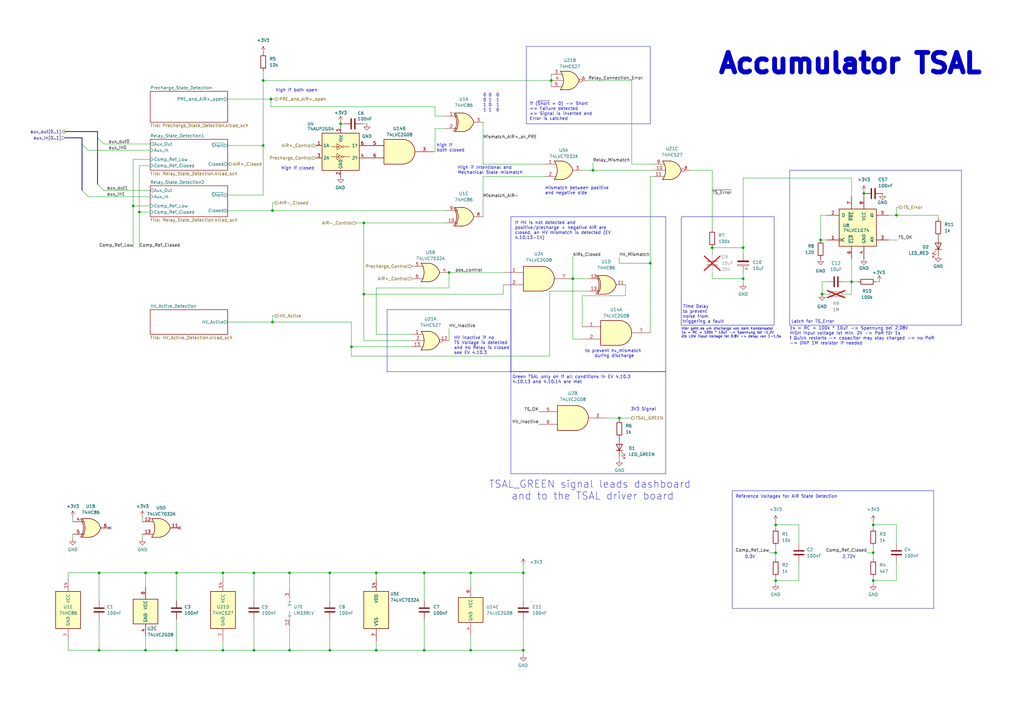
<source format=kicad_sch>
(kicad_sch
	(version 20231120)
	(generator "eeschema")
	(generator_version "8.0")
	(uuid "56b53f94-c2b2-4cdc-9d9a-c8fcb8f8f4f9")
	(paper "A3")
	(lib_symbols
		(symbol "4xxx:4071"
			(pin_names
				(offset 1.016)
			)
			(exclude_from_sim no)
			(in_bom yes)
			(on_board yes)
			(property "Reference" "U"
				(at 0 1.27 0)
				(effects
					(font
						(size 1.27 1.27)
					)
				)
			)
			(property "Value" "4071"
				(at 0 -1.27 0)
				(effects
					(font
						(size 1.27 1.27)
					)
				)
			)
			(property "Footprint" ""
				(at 0 0 0)
				(effects
					(font
						(size 1.27 1.27)
					)
					(hide yes)
				)
			)
			(property "Datasheet" "http://www.intersil.com/content/dam/Intersil/documents/cd40/cd4071bms-72bms-75bms.pdf"
				(at 0 0 0)
				(effects
					(font
						(size 1.27 1.27)
					)
					(hide yes)
				)
			)
			(property "Description" "Quad Or 2 inputs"
				(at 0 0 0)
				(effects
					(font
						(size 1.27 1.27)
					)
					(hide yes)
				)
			)
			(property "ki_locked" ""
				(at 0 0 0)
				(effects
					(font
						(size 1.27 1.27)
					)
				)
			)
			(property "ki_keywords" "CMOS OR2"
				(at 0 0 0)
				(effects
					(font
						(size 1.27 1.27)
					)
					(hide yes)
				)
			)
			(property "ki_fp_filters" "DIP?14*"
				(at 0 0 0)
				(effects
					(font
						(size 1.27 1.27)
					)
					(hide yes)
				)
			)
			(symbol "4071_1_1"
				(arc
					(start -3.81 -3.81)
					(mid -2.589 0)
					(end -3.81 3.81)
					(stroke
						(width 0.254)
						(type default)
					)
					(fill
						(type none)
					)
				)
				(arc
					(start -0.6096 -3.81)
					(mid 2.1842 -2.5851)
					(end 3.81 0)
					(stroke
						(width 0.254)
						(type default)
					)
					(fill
						(type background)
					)
				)
				(polyline
					(pts
						(xy -3.81 -3.81) (xy -0.635 -3.81)
					)
					(stroke
						(width 0.254)
						(type default)
					)
					(fill
						(type background)
					)
				)
				(polyline
					(pts
						(xy -3.81 3.81) (xy -0.635 3.81)
					)
					(stroke
						(width 0.254)
						(type default)
					)
					(fill
						(type background)
					)
				)
				(polyline
					(pts
						(xy -0.635 3.81) (xy -3.81 3.81) (xy -3.81 3.81) (xy -3.556 3.4036) (xy -3.0226 2.2606) (xy -2.6924 1.0414)
						(xy -2.6162 -0.254) (xy -2.7686 -1.4986) (xy -3.175 -2.7178) (xy -3.81 -3.81) (xy -3.81 -3.81)
						(xy -0.635 -3.81)
					)
					(stroke
						(width -25.4)
						(type default)
					)
					(fill
						(type background)
					)
				)
				(arc
					(start 3.81 0)
					(mid 2.1915 2.5936)
					(end -0.6096 3.81)
					(stroke
						(width 0.254)
						(type default)
					)
					(fill
						(type background)
					)
				)
				(pin input line
					(at -7.62 2.54 0)
					(length 4.318)
					(name "~"
						(effects
							(font
								(size 1.27 1.27)
							)
						)
					)
					(number "1"
						(effects
							(font
								(size 1.27 1.27)
							)
						)
					)
				)
				(pin input line
					(at -7.62 -2.54 0)
					(length 4.318)
					(name "~"
						(effects
							(font
								(size 1.27 1.27)
							)
						)
					)
					(number "2"
						(effects
							(font
								(size 1.27 1.27)
							)
						)
					)
				)
				(pin output line
					(at 7.62 0 180)
					(length 3.81)
					(name "~"
						(effects
							(font
								(size 1.27 1.27)
							)
						)
					)
					(number "3"
						(effects
							(font
								(size 1.27 1.27)
							)
						)
					)
				)
			)
			(symbol "4071_1_2"
				(arc
					(start 0 -3.81)
					(mid 3.7934 0)
					(end 0 3.81)
					(stroke
						(width 0.254)
						(type default)
					)
					(fill
						(type background)
					)
				)
				(polyline
					(pts
						(xy 0 3.81) (xy -3.81 3.81) (xy -3.81 -3.81) (xy 0 -3.81)
					)
					(stroke
						(width 0.254)
						(type default)
					)
					(fill
						(type background)
					)
				)
				(pin input inverted
					(at -7.62 2.54 0)
					(length 3.81)
					(name "~"
						(effects
							(font
								(size 1.27 1.27)
							)
						)
					)
					(number "1"
						(effects
							(font
								(size 1.27 1.27)
							)
						)
					)
				)
				(pin input inverted
					(at -7.62 -2.54 0)
					(length 3.81)
					(name "~"
						(effects
							(font
								(size 1.27 1.27)
							)
						)
					)
					(number "2"
						(effects
							(font
								(size 1.27 1.27)
							)
						)
					)
				)
				(pin output inverted
					(at 7.62 0 180)
					(length 3.81)
					(name "~"
						(effects
							(font
								(size 1.27 1.27)
							)
						)
					)
					(number "3"
						(effects
							(font
								(size 1.27 1.27)
							)
						)
					)
				)
			)
			(symbol "4071_2_1"
				(arc
					(start -3.81 -3.81)
					(mid -2.589 0)
					(end -3.81 3.81)
					(stroke
						(width 0.254)
						(type default)
					)
					(fill
						(type none)
					)
				)
				(arc
					(start -0.6096 -3.81)
					(mid 2.1842 -2.5851)
					(end 3.81 0)
					(stroke
						(width 0.254)
						(type default)
					)
					(fill
						(type background)
					)
				)
				(polyline
					(pts
						(xy -3.81 -3.81) (xy -0.635 -3.81)
					)
					(stroke
						(width 0.254)
						(type default)
					)
					(fill
						(type background)
					)
				)
				(polyline
					(pts
						(xy -3.81 3.81) (xy -0.635 3.81)
					)
					(stroke
						(width 0.254)
						(type default)
					)
					(fill
						(type background)
					)
				)
				(polyline
					(pts
						(xy -0.635 3.81) (xy -3.81 3.81) (xy -3.81 3.81) (xy -3.556 3.4036) (xy -3.0226 2.2606) (xy -2.6924 1.0414)
						(xy -2.6162 -0.254) (xy -2.7686 -1.4986) (xy -3.175 -2.7178) (xy -3.81 -3.81) (xy -3.81 -3.81)
						(xy -0.635 -3.81)
					)
					(stroke
						(width -25.4)
						(type default)
					)
					(fill
						(type background)
					)
				)
				(arc
					(start 3.81 0)
					(mid 2.1915 2.5936)
					(end -0.6096 3.81)
					(stroke
						(width 0.254)
						(type default)
					)
					(fill
						(type background)
					)
				)
				(pin output line
					(at 7.62 0 180)
					(length 3.81)
					(name "~"
						(effects
							(font
								(size 1.27 1.27)
							)
						)
					)
					(number "4"
						(effects
							(font
								(size 1.27 1.27)
							)
						)
					)
				)
				(pin input line
					(at -7.62 2.54 0)
					(length 4.318)
					(name "~"
						(effects
							(font
								(size 1.27 1.27)
							)
						)
					)
					(number "5"
						(effects
							(font
								(size 1.27 1.27)
							)
						)
					)
				)
				(pin input line
					(at -7.62 -2.54 0)
					(length 4.318)
					(name "~"
						(effects
							(font
								(size 1.27 1.27)
							)
						)
					)
					(number "6"
						(effects
							(font
								(size 1.27 1.27)
							)
						)
					)
				)
			)
			(symbol "4071_2_2"
				(arc
					(start 0 -3.81)
					(mid 3.7934 0)
					(end 0 3.81)
					(stroke
						(width 0.254)
						(type default)
					)
					(fill
						(type background)
					)
				)
				(polyline
					(pts
						(xy 0 3.81) (xy -3.81 3.81) (xy -3.81 -3.81) (xy 0 -3.81)
					)
					(stroke
						(width 0.254)
						(type default)
					)
					(fill
						(type background)
					)
				)
				(pin output inverted
					(at 7.62 0 180)
					(length 3.81)
					(name "~"
						(effects
							(font
								(size 1.27 1.27)
							)
						)
					)
					(number "4"
						(effects
							(font
								(size 1.27 1.27)
							)
						)
					)
				)
				(pin input inverted
					(at -7.62 2.54 0)
					(length 3.81)
					(name "~"
						(effects
							(font
								(size 1.27 1.27)
							)
						)
					)
					(number "5"
						(effects
							(font
								(size 1.27 1.27)
							)
						)
					)
				)
				(pin input inverted
					(at -7.62 -2.54 0)
					(length 3.81)
					(name "~"
						(effects
							(font
								(size 1.27 1.27)
							)
						)
					)
					(number "6"
						(effects
							(font
								(size 1.27 1.27)
							)
						)
					)
				)
			)
			(symbol "4071_3_1"
				(arc
					(start -3.81 -3.81)
					(mid -2.589 0)
					(end -3.81 3.81)
					(stroke
						(width 0.254)
						(type default)
					)
					(fill
						(type none)
					)
				)
				(arc
					(start -0.6096 -3.81)
					(mid 2.1842 -2.5851)
					(end 3.81 0)
					(stroke
						(width 0.254)
						(type default)
					)
					(fill
						(type background)
					)
				)
				(polyline
					(pts
						(xy -3.81 -3.81) (xy -0.635 -3.81)
					)
					(stroke
						(width 0.254)
						(type default)
					)
					(fill
						(type background)
					)
				)
				(polyline
					(pts
						(xy -3.81 3.81) (xy -0.635 3.81)
					)
					(stroke
						(width 0.254)
						(type default)
					)
					(fill
						(type background)
					)
				)
				(polyline
					(pts
						(xy -0.635 3.81) (xy -3.81 3.81) (xy -3.81 3.81) (xy -3.556 3.4036) (xy -3.0226 2.2606) (xy -2.6924 1.0414)
						(xy -2.6162 -0.254) (xy -2.7686 -1.4986) (xy -3.175 -2.7178) (xy -3.81 -3.81) (xy -3.81 -3.81)
						(xy -0.635 -3.81)
					)
					(stroke
						(width -25.4)
						(type default)
					)
					(fill
						(type background)
					)
				)
				(arc
					(start 3.81 0)
					(mid 2.1915 2.5936)
					(end -0.6096 3.81)
					(stroke
						(width 0.254)
						(type default)
					)
					(fill
						(type background)
					)
				)
				(pin output line
					(at 7.62 0 180)
					(length 3.81)
					(name "~"
						(effects
							(font
								(size 1.27 1.27)
							)
						)
					)
					(number "10"
						(effects
							(font
								(size 1.27 1.27)
							)
						)
					)
				)
				(pin input line
					(at -7.62 2.54 0)
					(length 4.318)
					(name "~"
						(effects
							(font
								(size 1.27 1.27)
							)
						)
					)
					(number "8"
						(effects
							(font
								(size 1.27 1.27)
							)
						)
					)
				)
				(pin input line
					(at -7.62 -2.54 0)
					(length 4.318)
					(name "~"
						(effects
							(font
								(size 1.27 1.27)
							)
						)
					)
					(number "9"
						(effects
							(font
								(size 1.27 1.27)
							)
						)
					)
				)
			)
			(symbol "4071_3_2"
				(arc
					(start 0 -3.81)
					(mid 3.7934 0)
					(end 0 3.81)
					(stroke
						(width 0.254)
						(type default)
					)
					(fill
						(type background)
					)
				)
				(polyline
					(pts
						(xy 0 3.81) (xy -3.81 3.81) (xy -3.81 -3.81) (xy 0 -3.81)
					)
					(stroke
						(width 0.254)
						(type default)
					)
					(fill
						(type background)
					)
				)
				(pin output inverted
					(at 7.62 0 180)
					(length 3.81)
					(name "~"
						(effects
							(font
								(size 1.27 1.27)
							)
						)
					)
					(number "10"
						(effects
							(font
								(size 1.27 1.27)
							)
						)
					)
				)
				(pin input inverted
					(at -7.62 2.54 0)
					(length 3.81)
					(name "~"
						(effects
							(font
								(size 1.27 1.27)
							)
						)
					)
					(number "8"
						(effects
							(font
								(size 1.27 1.27)
							)
						)
					)
				)
				(pin input inverted
					(at -7.62 -2.54 0)
					(length 3.81)
					(name "~"
						(effects
							(font
								(size 1.27 1.27)
							)
						)
					)
					(number "9"
						(effects
							(font
								(size 1.27 1.27)
							)
						)
					)
				)
			)
			(symbol "4071_4_1"
				(arc
					(start -3.81 -3.81)
					(mid -2.589 0)
					(end -3.81 3.81)
					(stroke
						(width 0.254)
						(type default)
					)
					(fill
						(type none)
					)
				)
				(arc
					(start -0.6096 -3.81)
					(mid 2.1842 -2.5851)
					(end 3.81 0)
					(stroke
						(width 0.254)
						(type default)
					)
					(fill
						(type background)
					)
				)
				(polyline
					(pts
						(xy -3.81 -3.81) (xy -0.635 -3.81)
					)
					(stroke
						(width 0.254)
						(type default)
					)
					(fill
						(type background)
					)
				)
				(polyline
					(pts
						(xy -3.81 3.81) (xy -0.635 3.81)
					)
					(stroke
						(width 0.254)
						(type default)
					)
					(fill
						(type background)
					)
				)
				(polyline
					(pts
						(xy -0.635 3.81) (xy -3.81 3.81) (xy -3.81 3.81) (xy -3.556 3.4036) (xy -3.0226 2.2606) (xy -2.6924 1.0414)
						(xy -2.6162 -0.254) (xy -2.7686 -1.4986) (xy -3.175 -2.7178) (xy -3.81 -3.81) (xy -3.81 -3.81)
						(xy -0.635 -3.81)
					)
					(stroke
						(width -25.4)
						(type default)
					)
					(fill
						(type background)
					)
				)
				(arc
					(start 3.81 0)
					(mid 2.1915 2.5936)
					(end -0.6096 3.81)
					(stroke
						(width 0.254)
						(type default)
					)
					(fill
						(type background)
					)
				)
				(pin output line
					(at 7.62 0 180)
					(length 3.81)
					(name "~"
						(effects
							(font
								(size 1.27 1.27)
							)
						)
					)
					(number "11"
						(effects
							(font
								(size 1.27 1.27)
							)
						)
					)
				)
				(pin input line
					(at -7.62 2.54 0)
					(length 4.318)
					(name "~"
						(effects
							(font
								(size 1.27 1.27)
							)
						)
					)
					(number "12"
						(effects
							(font
								(size 1.27 1.27)
							)
						)
					)
				)
				(pin input line
					(at -7.62 -2.54 0)
					(length 4.318)
					(name "~"
						(effects
							(font
								(size 1.27 1.27)
							)
						)
					)
					(number "13"
						(effects
							(font
								(size 1.27 1.27)
							)
						)
					)
				)
			)
			(symbol "4071_4_2"
				(arc
					(start 0 -3.81)
					(mid 3.7934 0)
					(end 0 3.81)
					(stroke
						(width 0.254)
						(type default)
					)
					(fill
						(type background)
					)
				)
				(polyline
					(pts
						(xy 0 3.81) (xy -3.81 3.81) (xy -3.81 -3.81) (xy 0 -3.81)
					)
					(stroke
						(width 0.254)
						(type default)
					)
					(fill
						(type background)
					)
				)
				(pin output inverted
					(at 7.62 0 180)
					(length 3.81)
					(name "~"
						(effects
							(font
								(size 1.27 1.27)
							)
						)
					)
					(number "11"
						(effects
							(font
								(size 1.27 1.27)
							)
						)
					)
				)
				(pin input inverted
					(at -7.62 2.54 0)
					(length 3.81)
					(name "~"
						(effects
							(font
								(size 1.27 1.27)
							)
						)
					)
					(number "12"
						(effects
							(font
								(size 1.27 1.27)
							)
						)
					)
				)
				(pin input inverted
					(at -7.62 -2.54 0)
					(length 3.81)
					(name "~"
						(effects
							(font
								(size 1.27 1.27)
							)
						)
					)
					(number "13"
						(effects
							(font
								(size 1.27 1.27)
							)
						)
					)
				)
			)
			(symbol "4071_5_0"
				(pin power_in line
					(at 0 12.7 270)
					(length 5.08)
					(name "VDD"
						(effects
							(font
								(size 1.27 1.27)
							)
						)
					)
					(number "14"
						(effects
							(font
								(size 1.27 1.27)
							)
						)
					)
				)
				(pin power_in line
					(at 0 -12.7 90)
					(length 5.08)
					(name "VSS"
						(effects
							(font
								(size 1.27 1.27)
							)
						)
					)
					(number "7"
						(effects
							(font
								(size 1.27 1.27)
							)
						)
					)
				)
			)
			(symbol "4071_5_1"
				(rectangle
					(start -5.08 7.62)
					(end 5.08 -7.62)
					(stroke
						(width 0.254)
						(type default)
					)
					(fill
						(type background)
					)
				)
			)
		)
		(symbol "74xGxx:74AUC1G74"
			(pin_names
				(offset 1.016)
			)
			(exclude_from_sim no)
			(in_bom yes)
			(on_board yes)
			(property "Reference" "U"
				(at -5.08 10.16 0)
				(effects
					(font
						(size 1.27 1.27)
					)
				)
			)
			(property "Value" "74AUC1G74"
				(at 10.16 -10.16 0)
				(effects
					(font
						(size 1.27 1.27)
					)
				)
			)
			(property "Footprint" ""
				(at 0 0 0)
				(effects
					(font
						(size 1.27 1.27)
					)
					(hide yes)
				)
			)
			(property "Datasheet" "http://www.ti.com/lit/sg/scyt129e/scyt129e.pdf"
				(at 0 0 0)
				(effects
					(font
						(size 1.27 1.27)
					)
					(hide yes)
				)
			)
			(property "Description" "Single D Flip-Flop, Low-Voltage CMOS"
				(at 0 0 0)
				(effects
					(font
						(size 1.27 1.27)
					)
					(hide yes)
				)
			)
			(property "ki_keywords" "Single D Flip-Flop D CMOS"
				(at 0 0 0)
				(effects
					(font
						(size 1.27 1.27)
					)
					(hide yes)
				)
			)
			(property "ki_fp_filters" "SSOP* VSSOP*"
				(at 0 0 0)
				(effects
					(font
						(size 1.27 1.27)
					)
					(hide yes)
				)
			)
			(symbol "74AUC1G74_0_1"
				(rectangle
					(start -7.62 7.62)
					(end 7.62 -7.62)
					(stroke
						(width 0.254)
						(type default)
					)
					(fill
						(type background)
					)
				)
			)
			(symbol "74AUC1G74_1_1"
				(pin input clock
					(at -12.7 -5.08 0)
					(length 5.08)
					(name "C"
						(effects
							(font
								(size 1.27 1.27)
							)
						)
					)
					(number "1"
						(effects
							(font
								(size 1.27 1.27)
							)
						)
					)
				)
				(pin input line
					(at -12.7 5.08 0)
					(length 5.08)
					(name "D"
						(effects
							(font
								(size 1.27 1.27)
							)
						)
					)
					(number "2"
						(effects
							(font
								(size 1.27 1.27)
							)
						)
					)
				)
				(pin output line
					(at 12.7 -5.08 180)
					(length 5.08)
					(name "~{Q}"
						(effects
							(font
								(size 1.27 1.27)
							)
						)
					)
					(number "3"
						(effects
							(font
								(size 1.27 1.27)
							)
						)
					)
				)
				(pin power_in line
					(at 2.54 -12.7 90)
					(length 5.08)
					(name "GND"
						(effects
							(font
								(size 1.27 1.27)
							)
						)
					)
					(number "4"
						(effects
							(font
								(size 1.27 1.27)
							)
						)
					)
				)
				(pin output line
					(at 12.7 5.08 180)
					(length 5.08)
					(name "Q"
						(effects
							(font
								(size 1.27 1.27)
							)
						)
					)
					(number "5"
						(effects
							(font
								(size 1.27 1.27)
							)
						)
					)
				)
				(pin input line
					(at -2.54 -12.7 90)
					(length 5.08)
					(name "~{CLR}"
						(effects
							(font
								(size 1.27 1.27)
							)
						)
					)
					(number "6"
						(effects
							(font
								(size 1.27 1.27)
							)
						)
					)
				)
				(pin input line
					(at -2.54 12.7 270)
					(length 5.08)
					(name "~{PRE}"
						(effects
							(font
								(size 1.27 1.27)
							)
						)
					)
					(number "7"
						(effects
							(font
								(size 1.27 1.27)
							)
						)
					)
				)
				(pin power_in line
					(at 2.54 12.7 270)
					(length 5.08)
					(name "VCC"
						(effects
							(font
								(size 1.27 1.27)
							)
						)
					)
					(number "8"
						(effects
							(font
								(size 1.27 1.27)
							)
						)
					)
				)
			)
		)
		(symbol "74xGxx:74LVC2G08"
			(exclude_from_sim no)
			(in_bom yes)
			(on_board yes)
			(property "Reference" "U"
				(at -10.16 7.62 0)
				(effects
					(font
						(size 1.27 1.27)
					)
				)
			)
			(property "Value" "74LVC2G08"
				(at -10.16 -7.62 0)
				(effects
					(font
						(size 1.27 1.27)
					)
				)
			)
			(property "Footprint" ""
				(at 0 0 0)
				(effects
					(font
						(size 1.27 1.27)
					)
					(hide yes)
				)
			)
			(property "Datasheet" "http://www.ti.com/lit/sg/scyt129e/scyt129e.pdf"
				(at 0 0 0)
				(effects
					(font
						(size 1.27 1.27)
					)
					(hide yes)
				)
			)
			(property "Description" "Dual AND Gate, Low-Voltage CMOS"
				(at 0 0 0)
				(effects
					(font
						(size 1.27 1.27)
					)
					(hide yes)
				)
			)
			(property "ki_keywords" "Dual Gate AND LVC CMOS"
				(at 0 0 0)
				(effects
					(font
						(size 1.27 1.27)
					)
					(hide yes)
				)
			)
			(property "ki_fp_filters" "SSOP* VSSOP*"
				(at 0 0 0)
				(effects
					(font
						(size 1.27 1.27)
					)
					(hide yes)
				)
			)
			(symbol "74LVC2G08_1_1"
				(arc
					(start 0 -5.08)
					(mid 5.0579 0)
					(end 0 5.08)
					(stroke
						(width 0.254)
						(type default)
					)
					(fill
						(type background)
					)
				)
				(polyline
					(pts
						(xy 0 -5.08) (xy -7.62 -5.08) (xy -7.62 5.08) (xy 0 5.08)
					)
					(stroke
						(width 0.254)
						(type default)
					)
					(fill
						(type background)
					)
				)
				(pin input line
					(at -15.24 2.54 0)
					(length 7.62)
					(name "~"
						(effects
							(font
								(size 1.27 1.27)
							)
						)
					)
					(number "1"
						(effects
							(font
								(size 1.27 1.27)
							)
						)
					)
				)
				(pin input line
					(at -15.24 -2.54 0)
					(length 7.62)
					(name "~"
						(effects
							(font
								(size 1.27 1.27)
							)
						)
					)
					(number "2"
						(effects
							(font
								(size 1.27 1.27)
							)
						)
					)
				)
				(pin output line
					(at 12.7 0 180)
					(length 7.62)
					(name "~"
						(effects
							(font
								(size 1.27 1.27)
							)
						)
					)
					(number "7"
						(effects
							(font
								(size 1.27 1.27)
							)
						)
					)
				)
			)
			(symbol "74LVC2G08_2_1"
				(arc
					(start 0 -5.08)
					(mid 5.0579 0)
					(end 0 5.08)
					(stroke
						(width 0.254)
						(type default)
					)
					(fill
						(type background)
					)
				)
				(polyline
					(pts
						(xy 0 -5.08) (xy -7.62 -5.08) (xy -7.62 5.08) (xy 0 5.08)
					)
					(stroke
						(width 0.254)
						(type default)
					)
					(fill
						(type background)
					)
				)
				(pin output line
					(at 12.7 0 180)
					(length 7.62)
					(name "~"
						(effects
							(font
								(size 1.27 1.27)
							)
						)
					)
					(number "3"
						(effects
							(font
								(size 1.27 1.27)
							)
						)
					)
				)
				(pin input line
					(at -15.24 2.54 0)
					(length 7.62)
					(name "~"
						(effects
							(font
								(size 1.27 1.27)
							)
						)
					)
					(number "5"
						(effects
							(font
								(size 1.27 1.27)
							)
						)
					)
				)
				(pin input line
					(at -15.24 -2.54 0)
					(length 7.62)
					(name "~"
						(effects
							(font
								(size 1.27 1.27)
							)
						)
					)
					(number "6"
						(effects
							(font
								(size 1.27 1.27)
							)
						)
					)
				)
			)
			(symbol "74LVC2G08_3_0"
				(rectangle
					(start -5.08 -5.08)
					(end 5.08 5.08)
					(stroke
						(width 0.254)
						(type default)
					)
					(fill
						(type background)
					)
				)
			)
			(symbol "74LVC2G08_3_1"
				(pin power_in line
					(at 0 -10.16 90)
					(length 5.08)
					(name "GND"
						(effects
							(font
								(size 1.27 1.27)
							)
						)
					)
					(number "4"
						(effects
							(font
								(size 1.27 1.27)
							)
						)
					)
				)
				(pin power_in line
					(at 0 10.16 270)
					(length 5.08)
					(name "VCC"
						(effects
							(font
								(size 1.27 1.27)
							)
						)
					)
					(number "8"
						(effects
							(font
								(size 1.27 1.27)
							)
						)
					)
				)
			)
		)
		(symbol "74xGxx:Inverter_Schmitt_Dual"
			(exclude_from_sim no)
			(in_bom yes)
			(on_board yes)
			(property "Reference" "U"
				(at 2.54 12.7 0)
				(effects
					(font
						(size 1.27 1.27)
					)
					(justify left)
				)
			)
			(property "Value" "Inverter_Schmitt_Dual"
				(at 2.54 10.16 0)
				(effects
					(font
						(size 1.27 1.27)
					)
					(justify left)
				)
			)
			(property "Footprint" ""
				(at 0 0 0)
				(effects
					(font
						(size 1.27 1.27)
					)
					(hide yes)
				)
			)
			(property "Datasheet" "~"
				(at 0 0 0)
				(effects
					(font
						(size 1.27 1.27)
					)
					(hide yes)
				)
			)
			(property "Description" "Dual schmitt inverter"
				(at 0 0 0)
				(effects
					(font
						(size 1.27 1.27)
					)
					(hide yes)
				)
			)
			(property "ki_keywords" "dual schmitt inverter"
				(at 0 0 0)
				(effects
					(font
						(size 1.27 1.27)
					)
					(hide yes)
				)
			)
			(property "ki_fp_filters" "SOT?23* SOT?363* SC?70*"
				(at 0 0 0)
				(effects
					(font
						(size 1.27 1.27)
					)
					(hide yes)
				)
			)
			(symbol "Inverter_Schmitt_Dual_1_1"
				(rectangle
					(start -7.62 7.62)
					(end 7.62 -7.62)
					(stroke
						(width 0.254)
						(type default)
					)
					(fill
						(type background)
					)
				)
				(polyline
					(pts
						(xy -1.524 -2.032) (xy -3.81 -2.032)
					)
					(stroke
						(width 0)
						(type default)
					)
					(fill
						(type none)
					)
				)
				(polyline
					(pts
						(xy -1.524 2.032) (xy -3.81 2.032)
					)
					(stroke
						(width 0)
						(type default)
					)
					(fill
						(type none)
					)
				)
				(polyline
					(pts
						(xy -0.762 -1.778) (xy -0.508 -1.778)
					)
					(stroke
						(width 0)
						(type default)
					)
					(fill
						(type none)
					)
				)
				(polyline
					(pts
						(xy -0.762 2.286) (xy -0.508 2.286)
					)
					(stroke
						(width 0)
						(type default)
					)
					(fill
						(type none)
					)
				)
				(polyline
					(pts
						(xy 1.27 -2.032) (xy 3.81 -2.032)
					)
					(stroke
						(width 0)
						(type default)
					)
					(fill
						(type none)
					)
				)
				(polyline
					(pts
						(xy 1.27 2.032) (xy 3.81 2.032)
					)
					(stroke
						(width 0)
						(type default)
					)
					(fill
						(type none)
					)
				)
				(polyline
					(pts
						(xy -1.524 -0.762) (xy 0.508 -2.032) (xy -1.524 -3.302) (xy -1.524 -0.762)
					)
					(stroke
						(width 0)
						(type default)
					)
					(fill
						(type none)
					)
				)
				(polyline
					(pts
						(xy -1.524 3.302) (xy 0.508 2.032) (xy -1.524 0.762) (xy -1.524 3.302)
					)
					(stroke
						(width 0)
						(type default)
					)
					(fill
						(type none)
					)
				)
				(polyline
					(pts
						(xy -1.016 -2.286) (xy -1.016 -1.778) (xy -0.762 -1.778) (xy -0.762 -2.286) (xy -1.27 -2.286)
					)
					(stroke
						(width 0)
						(type default)
					)
					(fill
						(type none)
					)
				)
				(polyline
					(pts
						(xy -1.016 1.778) (xy -1.016 2.286) (xy -0.762 2.286) (xy -0.762 1.778) (xy -1.27 1.778)
					)
					(stroke
						(width 0)
						(type default)
					)
					(fill
						(type none)
					)
				)
				(circle
					(center 0.889 -2.032)
					(radius 0.381)
					(stroke
						(width 0)
						(type default)
					)
					(fill
						(type none)
					)
				)
				(circle
					(center 0.889 2.032)
					(radius 0.381)
					(stroke
						(width 0)
						(type default)
					)
					(fill
						(type none)
					)
				)
				(pin input line
					(at -10.16 2.54 0)
					(length 2.54)
					(name "1A"
						(effects
							(font
								(size 1.27 1.27)
							)
						)
					)
					(number "1"
						(effects
							(font
								(size 1.27 1.27)
							)
						)
					)
				)
				(pin power_in line
					(at 0 -10.16 90)
					(length 2.54)
					(name "GND"
						(effects
							(font
								(size 1.27 1.27)
							)
						)
					)
					(number "2"
						(effects
							(font
								(size 1.27 1.27)
							)
						)
					)
				)
				(pin input line
					(at -10.16 -2.54 0)
					(length 2.54)
					(name "2A"
						(effects
							(font
								(size 1.27 1.27)
							)
						)
					)
					(number "3"
						(effects
							(font
								(size 1.27 1.27)
							)
						)
					)
				)
				(pin output line
					(at 10.16 -2.54 180)
					(length 2.54)
					(name "2Y"
						(effects
							(font
								(size 1.27 1.27)
							)
						)
					)
					(number "4"
						(effects
							(font
								(size 1.27 1.27)
							)
						)
					)
				)
				(pin power_in line
					(at 0 10.16 270)
					(length 2.54)
					(name "V_{CC}"
						(effects
							(font
								(size 1.27 1.27)
							)
						)
					)
					(number "5"
						(effects
							(font
								(size 1.27 1.27)
							)
						)
					)
				)
				(pin output line
					(at 10.16 2.54 180)
					(length 2.54)
					(name "1Y"
						(effects
							(font
								(size 1.27 1.27)
							)
						)
					)
					(number "6"
						(effects
							(font
								(size 1.27 1.27)
							)
						)
					)
				)
			)
		)
		(symbol "74xx:74HC86"
			(pin_names
				(offset 1.016)
			)
			(exclude_from_sim no)
			(in_bom yes)
			(on_board yes)
			(property "Reference" "U"
				(at 0 1.27 0)
				(effects
					(font
						(size 1.27 1.27)
					)
				)
			)
			(property "Value" "74HC86"
				(at 0 -1.27 0)
				(effects
					(font
						(size 1.27 1.27)
					)
				)
			)
			(property "Footprint" ""
				(at 0 0 0)
				(effects
					(font
						(size 1.27 1.27)
					)
					(hide yes)
				)
			)
			(property "Datasheet" "http://www.ti.com/lit/gpn/sn74HC86"
				(at 0 0 0)
				(effects
					(font
						(size 1.27 1.27)
					)
					(hide yes)
				)
			)
			(property "Description" "Quad 2-input XOR"
				(at 0 0 0)
				(effects
					(font
						(size 1.27 1.27)
					)
					(hide yes)
				)
			)
			(property "ki_locked" ""
				(at 0 0 0)
				(effects
					(font
						(size 1.27 1.27)
					)
				)
			)
			(property "ki_keywords" "TTL XOR2"
				(at 0 0 0)
				(effects
					(font
						(size 1.27 1.27)
					)
					(hide yes)
				)
			)
			(property "ki_fp_filters" "DIP*W7.62mm*"
				(at 0 0 0)
				(effects
					(font
						(size 1.27 1.27)
					)
					(hide yes)
				)
			)
			(symbol "74HC86_1_0"
				(arc
					(start -4.4196 -3.81)
					(mid -3.2033 0)
					(end -4.4196 3.81)
					(stroke
						(width 0.254)
						(type default)
					)
					(fill
						(type none)
					)
				)
				(arc
					(start -3.81 -3.81)
					(mid -2.589 0)
					(end -3.81 3.81)
					(stroke
						(width 0.254)
						(type default)
					)
					(fill
						(type none)
					)
				)
				(arc
					(start -0.6096 -3.81)
					(mid 2.1842 -2.5851)
					(end 3.81 0)
					(stroke
						(width 0.254)
						(type default)
					)
					(fill
						(type background)
					)
				)
				(polyline
					(pts
						(xy -3.81 -3.81) (xy -0.635 -3.81)
					)
					(stroke
						(width 0.254)
						(type default)
					)
					(fill
						(type background)
					)
				)
				(polyline
					(pts
						(xy -3.81 3.81) (xy -0.635 3.81)
					)
					(stroke
						(width 0.254)
						(type default)
					)
					(fill
						(type background)
					)
				)
				(polyline
					(pts
						(xy -0.635 3.81) (xy -3.81 3.81) (xy -3.81 3.81) (xy -3.556 3.4036) (xy -3.0226 2.2606) (xy -2.6924 1.0414)
						(xy -2.6162 -0.254) (xy -2.7686 -1.4986) (xy -3.175 -2.7178) (xy -3.81 -3.81) (xy -3.81 -3.81)
						(xy -0.635 -3.81)
					)
					(stroke
						(width -25.4)
						(type default)
					)
					(fill
						(type background)
					)
				)
				(arc
					(start 3.81 0)
					(mid 2.1915 2.5936)
					(end -0.6096 3.81)
					(stroke
						(width 0.254)
						(type default)
					)
					(fill
						(type background)
					)
				)
				(pin input line
					(at -7.62 2.54 0)
					(length 4.445)
					(name "~"
						(effects
							(font
								(size 1.27 1.27)
							)
						)
					)
					(number "1"
						(effects
							(font
								(size 1.27 1.27)
							)
						)
					)
				)
				(pin input line
					(at -7.62 -2.54 0)
					(length 4.445)
					(name "~"
						(effects
							(font
								(size 1.27 1.27)
							)
						)
					)
					(number "2"
						(effects
							(font
								(size 1.27 1.27)
							)
						)
					)
				)
				(pin output line
					(at 7.62 0 180)
					(length 3.81)
					(name "~"
						(effects
							(font
								(size 1.27 1.27)
							)
						)
					)
					(number "3"
						(effects
							(font
								(size 1.27 1.27)
							)
						)
					)
				)
			)
			(symbol "74HC86_1_1"
				(polyline
					(pts
						(xy -3.81 -2.54) (xy -3.175 -2.54)
					)
					(stroke
						(width 0.1524)
						(type default)
					)
					(fill
						(type none)
					)
				)
				(polyline
					(pts
						(xy -3.81 2.54) (xy -3.175 2.54)
					)
					(stroke
						(width 0.1524)
						(type default)
					)
					(fill
						(type none)
					)
				)
			)
			(symbol "74HC86_2_0"
				(arc
					(start -4.4196 -3.81)
					(mid -3.2033 0)
					(end -4.4196 3.81)
					(stroke
						(width 0.254)
						(type default)
					)
					(fill
						(type none)
					)
				)
				(arc
					(start -3.81 -3.81)
					(mid -2.589 0)
					(end -3.81 3.81)
					(stroke
						(width 0.254)
						(type default)
					)
					(fill
						(type none)
					)
				)
				(arc
					(start -0.6096 -3.81)
					(mid 2.1842 -2.5851)
					(end 3.81 0)
					(stroke
						(width 0.254)
						(type default)
					)
					(fill
						(type background)
					)
				)
				(polyline
					(pts
						(xy -3.81 -3.81) (xy -0.635 -3.81)
					)
					(stroke
						(width 0.254)
						(type default)
					)
					(fill
						(type background)
					)
				)
				(polyline
					(pts
						(xy -3.81 3.81) (xy -0.635 3.81)
					)
					(stroke
						(width 0.254)
						(type default)
					)
					(fill
						(type background)
					)
				)
				(polyline
					(pts
						(xy -0.635 3.81) (xy -3.81 3.81) (xy -3.81 3.81) (xy -3.556 3.4036) (xy -3.0226 2.2606) (xy -2.6924 1.0414)
						(xy -2.6162 -0.254) (xy -2.7686 -1.4986) (xy -3.175 -2.7178) (xy -3.81 -3.81) (xy -3.81 -3.81)
						(xy -0.635 -3.81)
					)
					(stroke
						(width -25.4)
						(type default)
					)
					(fill
						(type background)
					)
				)
				(arc
					(start 3.81 0)
					(mid 2.1915 2.5936)
					(end -0.6096 3.81)
					(stroke
						(width 0.254)
						(type default)
					)
					(fill
						(type background)
					)
				)
				(pin input line
					(at -7.62 2.54 0)
					(length 4.445)
					(name "~"
						(effects
							(font
								(size 1.27 1.27)
							)
						)
					)
					(number "4"
						(effects
							(font
								(size 1.27 1.27)
							)
						)
					)
				)
				(pin input line
					(at -7.62 -2.54 0)
					(length 4.445)
					(name "~"
						(effects
							(font
								(size 1.27 1.27)
							)
						)
					)
					(number "5"
						(effects
							(font
								(size 1.27 1.27)
							)
						)
					)
				)
				(pin output line
					(at 7.62 0 180)
					(length 3.81)
					(name "~"
						(effects
							(font
								(size 1.27 1.27)
							)
						)
					)
					(number "6"
						(effects
							(font
								(size 1.27 1.27)
							)
						)
					)
				)
			)
			(symbol "74HC86_2_1"
				(polyline
					(pts
						(xy -3.81 -2.54) (xy -3.175 -2.54)
					)
					(stroke
						(width 0.1524)
						(type default)
					)
					(fill
						(type none)
					)
				)
				(polyline
					(pts
						(xy -3.81 2.54) (xy -3.175 2.54)
					)
					(stroke
						(width 0.1524)
						(type default)
					)
					(fill
						(type none)
					)
				)
			)
			(symbol "74HC86_3_0"
				(arc
					(start -4.4196 -3.81)
					(mid -3.2033 0)
					(end -4.4196 3.81)
					(stroke
						(width 0.254)
						(type default)
					)
					(fill
						(type none)
					)
				)
				(arc
					(start -3.81 -3.81)
					(mid -2.589 0)
					(end -3.81 3.81)
					(stroke
						(width 0.254)
						(type default)
					)
					(fill
						(type none)
					)
				)
				(arc
					(start -0.6096 -3.81)
					(mid 2.1842 -2.5851)
					(end 3.81 0)
					(stroke
						(width 0.254)
						(type default)
					)
					(fill
						(type background)
					)
				)
				(polyline
					(pts
						(xy -3.81 -3.81) (xy -0.635 -3.81)
					)
					(stroke
						(width 0.254)
						(type default)
					)
					(fill
						(type background)
					)
				)
				(polyline
					(pts
						(xy -3.81 3.81) (xy -0.635 3.81)
					)
					(stroke
						(width 0.254)
						(type default)
					)
					(fill
						(type background)
					)
				)
				(polyline
					(pts
						(xy -0.635 3.81) (xy -3.81 3.81) (xy -3.81 3.81) (xy -3.556 3.4036) (xy -3.0226 2.2606) (xy -2.6924 1.0414)
						(xy -2.6162 -0.254) (xy -2.7686 -1.4986) (xy -3.175 -2.7178) (xy -3.81 -3.81) (xy -3.81 -3.81)
						(xy -0.635 -3.81)
					)
					(stroke
						(width -25.4)
						(type default)
					)
					(fill
						(type background)
					)
				)
				(arc
					(start 3.81 0)
					(mid 2.1915 2.5936)
					(end -0.6096 3.81)
					(stroke
						(width 0.254)
						(type default)
					)
					(fill
						(type background)
					)
				)
				(pin input line
					(at -7.62 -2.54 0)
					(length 4.445)
					(name "~"
						(effects
							(font
								(size 1.27 1.27)
							)
						)
					)
					(number "10"
						(effects
							(font
								(size 1.27 1.27)
							)
						)
					)
				)
				(pin output line
					(at 7.62 0 180)
					(length 3.81)
					(name "~"
						(effects
							(font
								(size 1.27 1.27)
							)
						)
					)
					(number "8"
						(effects
							(font
								(size 1.27 1.27)
							)
						)
					)
				)
				(pin input line
					(at -7.62 2.54 0)
					(length 4.445)
					(name "~"
						(effects
							(font
								(size 1.27 1.27)
							)
						)
					)
					(number "9"
						(effects
							(font
								(size 1.27 1.27)
							)
						)
					)
				)
			)
			(symbol "74HC86_3_1"
				(polyline
					(pts
						(xy -3.81 -2.54) (xy -3.175 -2.54)
					)
					(stroke
						(width 0.1524)
						(type default)
					)
					(fill
						(type none)
					)
				)
				(polyline
					(pts
						(xy -3.81 2.54) (xy -3.175 2.54)
					)
					(stroke
						(width 0.1524)
						(type default)
					)
					(fill
						(type none)
					)
				)
			)
			(symbol "74HC86_4_0"
				(arc
					(start -4.4196 -3.81)
					(mid -3.2033 0)
					(end -4.4196 3.81)
					(stroke
						(width 0.254)
						(type default)
					)
					(fill
						(type none)
					)
				)
				(arc
					(start -3.81 -3.81)
					(mid -2.589 0)
					(end -3.81 3.81)
					(stroke
						(width 0.254)
						(type default)
					)
					(fill
						(type none)
					)
				)
				(arc
					(start -0.6096 -3.81)
					(mid 2.1842 -2.5851)
					(end 3.81 0)
					(stroke
						(width 0.254)
						(type default)
					)
					(fill
						(type background)
					)
				)
				(polyline
					(pts
						(xy -3.81 -3.81) (xy -0.635 -3.81)
					)
					(stroke
						(width 0.254)
						(type default)
					)
					(fill
						(type background)
					)
				)
				(polyline
					(pts
						(xy -3.81 3.81) (xy -0.635 3.81)
					)
					(stroke
						(width 0.254)
						(type default)
					)
					(fill
						(type background)
					)
				)
				(polyline
					(pts
						(xy -0.635 3.81) (xy -3.81 3.81) (xy -3.81 3.81) (xy -3.556 3.4036) (xy -3.0226 2.2606) (xy -2.6924 1.0414)
						(xy -2.6162 -0.254) (xy -2.7686 -1.4986) (xy -3.175 -2.7178) (xy -3.81 -3.81) (xy -3.81 -3.81)
						(xy -0.635 -3.81)
					)
					(stroke
						(width -25.4)
						(type default)
					)
					(fill
						(type background)
					)
				)
				(arc
					(start 3.81 0)
					(mid 2.1915 2.5936)
					(end -0.6096 3.81)
					(stroke
						(width 0.254)
						(type default)
					)
					(fill
						(type background)
					)
				)
				(pin output line
					(at 7.62 0 180)
					(length 3.81)
					(name "~"
						(effects
							(font
								(size 1.27 1.27)
							)
						)
					)
					(number "11"
						(effects
							(font
								(size 1.27 1.27)
							)
						)
					)
				)
				(pin input line
					(at -7.62 2.54 0)
					(length 4.445)
					(name "~"
						(effects
							(font
								(size 1.27 1.27)
							)
						)
					)
					(number "12"
						(effects
							(font
								(size 1.27 1.27)
							)
						)
					)
				)
				(pin input line
					(at -7.62 -2.54 0)
					(length 4.445)
					(name "~"
						(effects
							(font
								(size 1.27 1.27)
							)
						)
					)
					(number "13"
						(effects
							(font
								(size 1.27 1.27)
							)
						)
					)
				)
			)
			(symbol "74HC86_4_1"
				(polyline
					(pts
						(xy -3.81 -2.54) (xy -3.175 -2.54)
					)
					(stroke
						(width 0.1524)
						(type default)
					)
					(fill
						(type none)
					)
				)
				(polyline
					(pts
						(xy -3.81 2.54) (xy -3.175 2.54)
					)
					(stroke
						(width 0.1524)
						(type default)
					)
					(fill
						(type none)
					)
				)
			)
			(symbol "74HC86_5_0"
				(pin power_in line
					(at 0 12.7 270)
					(length 5.08)
					(name "VCC"
						(effects
							(font
								(size 1.27 1.27)
							)
						)
					)
					(number "14"
						(effects
							(font
								(size 1.27 1.27)
							)
						)
					)
				)
				(pin power_in line
					(at 0 -12.7 90)
					(length 5.08)
					(name "GND"
						(effects
							(font
								(size 1.27 1.27)
							)
						)
					)
					(number "7"
						(effects
							(font
								(size 1.27 1.27)
							)
						)
					)
				)
			)
			(symbol "74HC86_5_1"
				(rectangle
					(start -5.08 7.62)
					(end 5.08 -7.62)
					(stroke
						(width 0.254)
						(type default)
					)
					(fill
						(type background)
					)
				)
			)
		)
		(symbol "Comparator:LM339"
			(pin_names
				(offset 0.127)
			)
			(exclude_from_sim no)
			(in_bom yes)
			(on_board yes)
			(property "Reference" "U"
				(at 0 5.08 0)
				(effects
					(font
						(size 1.27 1.27)
					)
					(justify left)
				)
			)
			(property "Value" "LM339"
				(at 0 -5.08 0)
				(effects
					(font
						(size 1.27 1.27)
					)
					(justify left)
				)
			)
			(property "Footprint" ""
				(at -1.27 2.54 0)
				(effects
					(font
						(size 1.27 1.27)
					)
					(hide yes)
				)
			)
			(property "Datasheet" "https://www.st.com/resource/en/datasheet/lm139.pdf"
				(at 1.27 5.08 0)
				(effects
					(font
						(size 1.27 1.27)
					)
					(hide yes)
				)
			)
			(property "Description" "Quad Differential Comparators, SOIC-14/TSSOP-14"
				(at 0 0 0)
				(effects
					(font
						(size 1.27 1.27)
					)
					(hide yes)
				)
			)
			(property "ki_locked" ""
				(at 0 0 0)
				(effects
					(font
						(size 1.27 1.27)
					)
				)
			)
			(property "ki_keywords" "cmp open collector"
				(at 0 0 0)
				(effects
					(font
						(size 1.27 1.27)
					)
					(hide yes)
				)
			)
			(property "ki_fp_filters" "SOIC*3.9x8.7mm*P1.27mm* TSSOP*4.4x5mm*P0.65mm*"
				(at 0 0 0)
				(effects
					(font
						(size 1.27 1.27)
					)
					(hide yes)
				)
			)
			(symbol "LM339_1_1"
				(polyline
					(pts
						(xy -5.08 5.08) (xy 5.08 0) (xy -5.08 -5.08) (xy -5.08 5.08)
					)
					(stroke
						(width 0.254)
						(type default)
					)
					(fill
						(type background)
					)
				)
				(polyline
					(pts
						(xy 3.302 -0.508) (xy 2.794 -0.508) (xy 3.302 0) (xy 2.794 0.508) (xy 2.286 0) (xy 2.794 -0.508)
						(xy 2.286 -0.508)
					)
					(stroke
						(width 0.127)
						(type default)
					)
					(fill
						(type none)
					)
				)
				(pin open_collector line
					(at 7.62 0 180)
					(length 2.54)
					(name "~"
						(effects
							(font
								(size 1.27 1.27)
							)
						)
					)
					(number "2"
						(effects
							(font
								(size 1.27 1.27)
							)
						)
					)
				)
				(pin input line
					(at -7.62 -2.54 0)
					(length 2.54)
					(name "-"
						(effects
							(font
								(size 1.27 1.27)
							)
						)
					)
					(number "4"
						(effects
							(font
								(size 1.27 1.27)
							)
						)
					)
				)
				(pin input line
					(at -7.62 2.54 0)
					(length 2.54)
					(name "+"
						(effects
							(font
								(size 1.27 1.27)
							)
						)
					)
					(number "5"
						(effects
							(font
								(size 1.27 1.27)
							)
						)
					)
				)
			)
			(symbol "LM339_2_1"
				(polyline
					(pts
						(xy -5.08 5.08) (xy 5.08 0) (xy -5.08 -5.08) (xy -5.08 5.08)
					)
					(stroke
						(width 0.254)
						(type default)
					)
					(fill
						(type background)
					)
				)
				(polyline
					(pts
						(xy 3.302 -0.508) (xy 2.794 -0.508) (xy 3.302 0) (xy 2.794 0.508) (xy 2.286 0) (xy 2.794 -0.508)
						(xy 2.286 -0.508)
					)
					(stroke
						(width 0.127)
						(type default)
					)
					(fill
						(type none)
					)
				)
				(pin open_collector line
					(at 7.62 0 180)
					(length 2.54)
					(name "~"
						(effects
							(font
								(size 1.27 1.27)
							)
						)
					)
					(number "1"
						(effects
							(font
								(size 1.27 1.27)
							)
						)
					)
				)
				(pin input line
					(at -7.62 -2.54 0)
					(length 2.54)
					(name "-"
						(effects
							(font
								(size 1.27 1.27)
							)
						)
					)
					(number "6"
						(effects
							(font
								(size 1.27 1.27)
							)
						)
					)
				)
				(pin input line
					(at -7.62 2.54 0)
					(length 2.54)
					(name "+"
						(effects
							(font
								(size 1.27 1.27)
							)
						)
					)
					(number "7"
						(effects
							(font
								(size 1.27 1.27)
							)
						)
					)
				)
			)
			(symbol "LM339_3_1"
				(polyline
					(pts
						(xy -5.08 5.08) (xy 5.08 0) (xy -5.08 -5.08) (xy -5.08 5.08)
					)
					(stroke
						(width 0.254)
						(type default)
					)
					(fill
						(type background)
					)
				)
				(polyline
					(pts
						(xy 3.302 -0.508) (xy 2.794 -0.508) (xy 3.302 0) (xy 2.794 0.508) (xy 2.286 0) (xy 2.794 -0.508)
						(xy 2.286 -0.508)
					)
					(stroke
						(width 0.127)
						(type default)
					)
					(fill
						(type none)
					)
				)
				(pin input line
					(at -7.62 -2.54 0)
					(length 2.54)
					(name "-"
						(effects
							(font
								(size 1.27 1.27)
							)
						)
					)
					(number "10"
						(effects
							(font
								(size 1.27 1.27)
							)
						)
					)
				)
				(pin input line
					(at -7.62 2.54 0)
					(length 2.54)
					(name "+"
						(effects
							(font
								(size 1.27 1.27)
							)
						)
					)
					(number "11"
						(effects
							(font
								(size 1.27 1.27)
							)
						)
					)
				)
				(pin open_collector line
					(at 7.62 0 180)
					(length 2.54)
					(name "~"
						(effects
							(font
								(size 1.27 1.27)
							)
						)
					)
					(number "13"
						(effects
							(font
								(size 1.27 1.27)
							)
						)
					)
				)
			)
			(symbol "LM339_4_1"
				(polyline
					(pts
						(xy -5.08 5.08) (xy 5.08 0) (xy -5.08 -5.08) (xy -5.08 5.08)
					)
					(stroke
						(width 0.254)
						(type default)
					)
					(fill
						(type background)
					)
				)
				(polyline
					(pts
						(xy 3.302 -0.508) (xy 2.794 -0.508) (xy 3.302 0) (xy 2.794 0.508) (xy 2.286 0) (xy 2.794 -0.508)
						(xy 2.286 -0.508)
					)
					(stroke
						(width 0.127)
						(type default)
					)
					(fill
						(type none)
					)
				)
				(pin open_collector line
					(at 7.62 0 180)
					(length 2.54)
					(name "~"
						(effects
							(font
								(size 1.27 1.27)
							)
						)
					)
					(number "14"
						(effects
							(font
								(size 1.27 1.27)
							)
						)
					)
				)
				(pin input line
					(at -7.62 -2.54 0)
					(length 2.54)
					(name "-"
						(effects
							(font
								(size 1.27 1.27)
							)
						)
					)
					(number "8"
						(effects
							(font
								(size 1.27 1.27)
							)
						)
					)
				)
				(pin input line
					(at -7.62 2.54 0)
					(length 2.54)
					(name "+"
						(effects
							(font
								(size 1.27 1.27)
							)
						)
					)
					(number "9"
						(effects
							(font
								(size 1.27 1.27)
							)
						)
					)
				)
			)
			(symbol "LM339_5_1"
				(pin power_in line
					(at -2.54 -7.62 90)
					(length 3.81)
					(name "V-"
						(effects
							(font
								(size 1.27 1.27)
							)
						)
					)
					(number "12"
						(effects
							(font
								(size 1.27 1.27)
							)
						)
					)
				)
				(pin power_in line
					(at -2.54 7.62 270)
					(length 3.81)
					(name "V+"
						(effects
							(font
								(size 1.27 1.27)
							)
						)
					)
					(number "3"
						(effects
							(font
								(size 1.27 1.27)
							)
						)
					)
				)
			)
		)
		(symbol "Device:C"
			(pin_numbers hide)
			(pin_names
				(offset 0.254)
			)
			(exclude_from_sim no)
			(in_bom yes)
			(on_board yes)
			(property "Reference" "C"
				(at 0.635 2.54 0)
				(effects
					(font
						(size 1.27 1.27)
					)
					(justify left)
				)
			)
			(property "Value" "C"
				(at 0.635 -2.54 0)
				(effects
					(font
						(size 1.27 1.27)
					)
					(justify left)
				)
			)
			(property "Footprint" ""
				(at 0.9652 -3.81 0)
				(effects
					(font
						(size 1.27 1.27)
					)
					(hide yes)
				)
			)
			(property "Datasheet" "~"
				(at 0 0 0)
				(effects
					(font
						(size 1.27 1.27)
					)
					(hide yes)
				)
			)
			(property "Description" "Unpolarized capacitor"
				(at 0 0 0)
				(effects
					(font
						(size 1.27 1.27)
					)
					(hide yes)
				)
			)
			(property "ki_keywords" "cap capacitor"
				(at 0 0 0)
				(effects
					(font
						(size 1.27 1.27)
					)
					(hide yes)
				)
			)
			(property "ki_fp_filters" "C_*"
				(at 0 0 0)
				(effects
					(font
						(size 1.27 1.27)
					)
					(hide yes)
				)
			)
			(symbol "C_0_1"
				(polyline
					(pts
						(xy -2.032 -0.762) (xy 2.032 -0.762)
					)
					(stroke
						(width 0.508)
						(type default)
					)
					(fill
						(type none)
					)
				)
				(polyline
					(pts
						(xy -2.032 0.762) (xy 2.032 0.762)
					)
					(stroke
						(width 0.508)
						(type default)
					)
					(fill
						(type none)
					)
				)
			)
			(symbol "C_1_1"
				(pin passive line
					(at 0 3.81 270)
					(length 2.794)
					(name "~"
						(effects
							(font
								(size 1.27 1.27)
							)
						)
					)
					(number "1"
						(effects
							(font
								(size 1.27 1.27)
							)
						)
					)
				)
				(pin passive line
					(at 0 -3.81 90)
					(length 2.794)
					(name "~"
						(effects
							(font
								(size 1.27 1.27)
							)
						)
					)
					(number "2"
						(effects
							(font
								(size 1.27 1.27)
							)
						)
					)
				)
			)
		)
		(symbol "Device:C_Polarized"
			(pin_numbers hide)
			(pin_names
				(offset 0.254)
			)
			(exclude_from_sim no)
			(in_bom yes)
			(on_board yes)
			(property "Reference" "C"
				(at 0.635 2.54 0)
				(effects
					(font
						(size 1.27 1.27)
					)
					(justify left)
				)
			)
			(property "Value" "C_Polarized"
				(at 0.635 -2.54 0)
				(effects
					(font
						(size 1.27 1.27)
					)
					(justify left)
				)
			)
			(property "Footprint" ""
				(at 0.9652 -3.81 0)
				(effects
					(font
						(size 1.27 1.27)
					)
					(hide yes)
				)
			)
			(property "Datasheet" "~"
				(at 0 0 0)
				(effects
					(font
						(size 1.27 1.27)
					)
					(hide yes)
				)
			)
			(property "Description" "Polarized capacitor"
				(at 0 0 0)
				(effects
					(font
						(size 1.27 1.27)
					)
					(hide yes)
				)
			)
			(property "ki_keywords" "cap capacitor"
				(at 0 0 0)
				(effects
					(font
						(size 1.27 1.27)
					)
					(hide yes)
				)
			)
			(property "ki_fp_filters" "CP_*"
				(at 0 0 0)
				(effects
					(font
						(size 1.27 1.27)
					)
					(hide yes)
				)
			)
			(symbol "C_Polarized_0_1"
				(rectangle
					(start -2.286 0.508)
					(end 2.286 1.016)
					(stroke
						(width 0)
						(type default)
					)
					(fill
						(type none)
					)
				)
				(polyline
					(pts
						(xy -1.778 2.286) (xy -0.762 2.286)
					)
					(stroke
						(width 0)
						(type default)
					)
					(fill
						(type none)
					)
				)
				(polyline
					(pts
						(xy -1.27 2.794) (xy -1.27 1.778)
					)
					(stroke
						(width 0)
						(type default)
					)
					(fill
						(type none)
					)
				)
				(rectangle
					(start 2.286 -0.508)
					(end -2.286 -1.016)
					(stroke
						(width 0)
						(type default)
					)
					(fill
						(type outline)
					)
				)
			)
			(symbol "C_Polarized_1_1"
				(pin passive line
					(at 0 3.81 270)
					(length 2.794)
					(name "~"
						(effects
							(font
								(size 1.27 1.27)
							)
						)
					)
					(number "1"
						(effects
							(font
								(size 1.27 1.27)
							)
						)
					)
				)
				(pin passive line
					(at 0 -3.81 90)
					(length 2.794)
					(name "~"
						(effects
							(font
								(size 1.27 1.27)
							)
						)
					)
					(number "2"
						(effects
							(font
								(size 1.27 1.27)
							)
						)
					)
				)
			)
		)
		(symbol "Device:LED"
			(pin_numbers hide)
			(pin_names
				(offset 1.016) hide)
			(exclude_from_sim no)
			(in_bom yes)
			(on_board yes)
			(property "Reference" "D"
				(at 0 2.54 0)
				(effects
					(font
						(size 1.27 1.27)
					)
				)
			)
			(property "Value" "LED"
				(at 0 -2.54 0)
				(effects
					(font
						(size 1.27 1.27)
					)
				)
			)
			(property "Footprint" ""
				(at 0 0 0)
				(effects
					(font
						(size 1.27 1.27)
					)
					(hide yes)
				)
			)
			(property "Datasheet" "~"
				(at 0 0 0)
				(effects
					(font
						(size 1.27 1.27)
					)
					(hide yes)
				)
			)
			(property "Description" "Light emitting diode"
				(at 0 0 0)
				(effects
					(font
						(size 1.27 1.27)
					)
					(hide yes)
				)
			)
			(property "ki_keywords" "LED diode"
				(at 0 0 0)
				(effects
					(font
						(size 1.27 1.27)
					)
					(hide yes)
				)
			)
			(property "ki_fp_filters" "LED* LED_SMD:* LED_THT:*"
				(at 0 0 0)
				(effects
					(font
						(size 1.27 1.27)
					)
					(hide yes)
				)
			)
			(symbol "LED_0_1"
				(polyline
					(pts
						(xy -1.27 -1.27) (xy -1.27 1.27)
					)
					(stroke
						(width 0.254)
						(type default)
					)
					(fill
						(type none)
					)
				)
				(polyline
					(pts
						(xy -1.27 0) (xy 1.27 0)
					)
					(stroke
						(width 0)
						(type default)
					)
					(fill
						(type none)
					)
				)
				(polyline
					(pts
						(xy 1.27 -1.27) (xy 1.27 1.27) (xy -1.27 0) (xy 1.27 -1.27)
					)
					(stroke
						(width 0.254)
						(type default)
					)
					(fill
						(type none)
					)
				)
				(polyline
					(pts
						(xy -3.048 -0.762) (xy -4.572 -2.286) (xy -3.81 -2.286) (xy -4.572 -2.286) (xy -4.572 -1.524)
					)
					(stroke
						(width 0)
						(type default)
					)
					(fill
						(type none)
					)
				)
				(polyline
					(pts
						(xy -1.778 -0.762) (xy -3.302 -2.286) (xy -2.54 -2.286) (xy -3.302 -2.286) (xy -3.302 -1.524)
					)
					(stroke
						(width 0)
						(type default)
					)
					(fill
						(type none)
					)
				)
			)
			(symbol "LED_1_1"
				(pin passive line
					(at -3.81 0 0)
					(length 2.54)
					(name "K"
						(effects
							(font
								(size 1.27 1.27)
							)
						)
					)
					(number "1"
						(effects
							(font
								(size 1.27 1.27)
							)
						)
					)
				)
				(pin passive line
					(at 3.81 0 180)
					(length 2.54)
					(name "A"
						(effects
							(font
								(size 1.27 1.27)
							)
						)
					)
					(number "2"
						(effects
							(font
								(size 1.27 1.27)
							)
						)
					)
				)
			)
		)
		(symbol "Device:R"
			(pin_numbers hide)
			(pin_names
				(offset 0)
			)
			(exclude_from_sim no)
			(in_bom yes)
			(on_board yes)
			(property "Reference" "R"
				(at 2.032 0 90)
				(effects
					(font
						(size 1.27 1.27)
					)
				)
			)
			(property "Value" "R"
				(at 0 0 90)
				(effects
					(font
						(size 1.27 1.27)
					)
				)
			)
			(property "Footprint" ""
				(at -1.778 0 90)
				(effects
					(font
						(size 1.27 1.27)
					)
					(hide yes)
				)
			)
			(property "Datasheet" "~"
				(at 0 0 0)
				(effects
					(font
						(size 1.27 1.27)
					)
					(hide yes)
				)
			)
			(property "Description" "Resistor"
				(at 0 0 0)
				(effects
					(font
						(size 1.27 1.27)
					)
					(hide yes)
				)
			)
			(property "ki_keywords" "R res resistor"
				(at 0 0 0)
				(effects
					(font
						(size 1.27 1.27)
					)
					(hide yes)
				)
			)
			(property "ki_fp_filters" "R_*"
				(at 0 0 0)
				(effects
					(font
						(size 1.27 1.27)
					)
					(hide yes)
				)
			)
			(symbol "R_0_1"
				(rectangle
					(start -1.016 -2.54)
					(end 1.016 2.54)
					(stroke
						(width 0.254)
						(type default)
					)
					(fill
						(type none)
					)
				)
			)
			(symbol "R_1_1"
				(pin passive line
					(at 0 3.81 270)
					(length 1.27)
					(name "~"
						(effects
							(font
								(size 1.27 1.27)
							)
						)
					)
					(number "1"
						(effects
							(font
								(size 1.27 1.27)
							)
						)
					)
				)
				(pin passive line
					(at 0 -3.81 90)
					(length 1.27)
					(name "~"
						(effects
							(font
								(size 1.27 1.27)
							)
						)
					)
					(number "2"
						(effects
							(font
								(size 1.27 1.27)
							)
						)
					)
				)
			)
		)
		(symbol "Master:74HCS27"
			(pin_names
				(offset 1.016)
			)
			(exclude_from_sim no)
			(in_bom yes)
			(on_board yes)
			(property "Reference" "U"
				(at 0 1.27 0)
				(effects
					(font
						(size 1.27 1.27)
					)
				)
			)
			(property "Value" "74HCS27"
				(at 0 -1.27 0)
				(effects
					(font
						(size 1.27 1.27)
					)
				)
			)
			(property "Footprint" "Package_SO:TSSOP-14_4.4x5mm_P0.65mm"
				(at 0 0 0)
				(effects
					(font
						(size 1.27 1.27)
					)
					(hide yes)
				)
			)
			(property "Datasheet" "http://www.ti.com/lit/gpn/sn74LS27"
				(at 0 0 0)
				(effects
					(font
						(size 1.27 1.27)
					)
					(hide yes)
				)
			)
			(property "Description" "Triple 3-input NOR"
				(at 0 0 0)
				(effects
					(font
						(size 1.27 1.27)
					)
					(hide yes)
				)
			)
			(property "ki_locked" ""
				(at 0 0 0)
				(effects
					(font
						(size 1.27 1.27)
					)
				)
			)
			(property "ki_keywords" "TTL Nor3"
				(at 0 0 0)
				(effects
					(font
						(size 1.27 1.27)
					)
					(hide yes)
				)
			)
			(property "ki_fp_filters" "DIP*W7.62mm*"
				(at 0 0 0)
				(effects
					(font
						(size 1.27 1.27)
					)
					(hide yes)
				)
			)
			(symbol "74HCS27_1_1"
				(arc
					(start -3.81 -3.81)
					(mid -2.589 0)
					(end -3.81 3.81)
					(stroke
						(width 0.254)
						(type default)
					)
					(fill
						(type none)
					)
				)
				(arc
					(start -0.6096 -3.81)
					(mid 2.1842 -2.5851)
					(end 3.81 0)
					(stroke
						(width 0.254)
						(type default)
					)
					(fill
						(type background)
					)
				)
				(polyline
					(pts
						(xy -3.81 -3.81) (xy -0.635 -3.81)
					)
					(stroke
						(width 0.254)
						(type default)
					)
					(fill
						(type background)
					)
				)
				(polyline
					(pts
						(xy -3.81 3.81) (xy -0.635 3.81)
					)
					(stroke
						(width 0.254)
						(type default)
					)
					(fill
						(type background)
					)
				)
				(polyline
					(pts
						(xy -0.635 3.81) (xy -3.81 3.81) (xy -3.81 3.81) (xy -3.556 3.4036) (xy -3.0226 2.2606) (xy -2.6924 1.0414)
						(xy -2.6162 -0.254) (xy -2.7686 -1.4986) (xy -3.175 -2.7178) (xy -3.81 -3.81) (xy -3.81 -3.81)
						(xy -0.635 -3.81)
					)
					(stroke
						(width -25.4)
						(type default)
					)
					(fill
						(type background)
					)
				)
				(arc
					(start 3.81 0)
					(mid 2.1915 2.5936)
					(end -0.6096 3.81)
					(stroke
						(width 0.254)
						(type default)
					)
					(fill
						(type background)
					)
				)
				(pin input line
					(at -7.62 2.54 0)
					(length 4.318)
					(name "~"
						(effects
							(font
								(size 1.27 1.27)
							)
						)
					)
					(number "1"
						(effects
							(font
								(size 1.27 1.27)
							)
						)
					)
				)
				(pin output inverted
					(at 7.62 0 180)
					(length 3.81)
					(name "~"
						(effects
							(font
								(size 1.27 1.27)
							)
						)
					)
					(number "12"
						(effects
							(font
								(size 1.27 1.27)
							)
						)
					)
				)
				(pin input line
					(at -7.62 -2.54 0)
					(length 4.318)
					(name "~"
						(effects
							(font
								(size 1.27 1.27)
							)
						)
					)
					(number "13"
						(effects
							(font
								(size 1.27 1.27)
							)
						)
					)
				)
				(pin input line
					(at -7.62 0 0)
					(length 4.953)
					(name "~"
						(effects
							(font
								(size 1.27 1.27)
							)
						)
					)
					(number "2"
						(effects
							(font
								(size 1.27 1.27)
							)
						)
					)
				)
			)
			(symbol "74HCS27_1_2"
				(arc
					(start 0 -3.81)
					(mid 3.7934 0)
					(end 0 3.81)
					(stroke
						(width 0.254)
						(type default)
					)
					(fill
						(type background)
					)
				)
				(polyline
					(pts
						(xy 0 3.81) (xy -3.81 3.81) (xy -3.81 -3.81) (xy 0 -3.81)
					)
					(stroke
						(width 0.254)
						(type default)
					)
					(fill
						(type background)
					)
				)
				(pin input inverted
					(at -7.62 2.54 0)
					(length 3.81)
					(name "~"
						(effects
							(font
								(size 1.27 1.27)
							)
						)
					)
					(number "1"
						(effects
							(font
								(size 1.27 1.27)
							)
						)
					)
				)
				(pin output line
					(at 7.62 0 180)
					(length 3.81)
					(name "~"
						(effects
							(font
								(size 1.27 1.27)
							)
						)
					)
					(number "12"
						(effects
							(font
								(size 1.27 1.27)
							)
						)
					)
				)
				(pin input inverted
					(at -7.62 -2.54 0)
					(length 3.81)
					(name "~"
						(effects
							(font
								(size 1.27 1.27)
							)
						)
					)
					(number "13"
						(effects
							(font
								(size 1.27 1.27)
							)
						)
					)
				)
				(pin input inverted
					(at -7.62 0 0)
					(length 3.81)
					(name "~"
						(effects
							(font
								(size 1.27 1.27)
							)
						)
					)
					(number "2"
						(effects
							(font
								(size 1.27 1.27)
							)
						)
					)
				)
			)
			(symbol "74HCS27_2_1"
				(arc
					(start -3.81 -3.81)
					(mid -2.589 0)
					(end -3.81 3.81)
					(stroke
						(width 0.254)
						(type default)
					)
					(fill
						(type none)
					)
				)
				(arc
					(start -0.6096 -3.81)
					(mid 2.1842 -2.5851)
					(end 3.81 0)
					(stroke
						(width 0.254)
						(type default)
					)
					(fill
						(type background)
					)
				)
				(polyline
					(pts
						(xy -3.81 -3.81) (xy -0.635 -3.81)
					)
					(stroke
						(width 0.254)
						(type default)
					)
					(fill
						(type background)
					)
				)
				(polyline
					(pts
						(xy -3.81 3.81) (xy -0.635 3.81)
					)
					(stroke
						(width 0.254)
						(type default)
					)
					(fill
						(type background)
					)
				)
				(polyline
					(pts
						(xy -0.635 3.81) (xy -3.81 3.81) (xy -3.81 3.81) (xy -3.556 3.4036) (xy -3.0226 2.2606) (xy -2.6924 1.0414)
						(xy -2.6162 -0.254) (xy -2.7686 -1.4986) (xy -3.175 -2.7178) (xy -3.81 -3.81) (xy -3.81 -3.81)
						(xy -0.635 -3.81)
					)
					(stroke
						(width -25.4)
						(type default)
					)
					(fill
						(type background)
					)
				)
				(arc
					(start 3.81 0)
					(mid 2.1915 2.5936)
					(end -0.6096 3.81)
					(stroke
						(width 0.254)
						(type default)
					)
					(fill
						(type background)
					)
				)
				(pin input line
					(at -7.62 2.54 0)
					(length 4.318)
					(name "~"
						(effects
							(font
								(size 1.27 1.27)
							)
						)
					)
					(number "3"
						(effects
							(font
								(size 1.27 1.27)
							)
						)
					)
				)
				(pin input line
					(at -7.62 0 0)
					(length 4.953)
					(name "~"
						(effects
							(font
								(size 1.27 1.27)
							)
						)
					)
					(number "4"
						(effects
							(font
								(size 1.27 1.27)
							)
						)
					)
				)
				(pin input line
					(at -7.62 -2.54 0)
					(length 4.318)
					(name "~"
						(effects
							(font
								(size 1.27 1.27)
							)
						)
					)
					(number "5"
						(effects
							(font
								(size 1.27 1.27)
							)
						)
					)
				)
				(pin output inverted
					(at 7.62 0 180)
					(length 3.81)
					(name "~"
						(effects
							(font
								(size 1.27 1.27)
							)
						)
					)
					(number "6"
						(effects
							(font
								(size 1.27 1.27)
							)
						)
					)
				)
			)
			(symbol "74HCS27_2_2"
				(arc
					(start 0 -3.81)
					(mid 3.7934 0)
					(end 0 3.81)
					(stroke
						(width 0.254)
						(type default)
					)
					(fill
						(type background)
					)
				)
				(polyline
					(pts
						(xy 0 3.81) (xy -3.81 3.81) (xy -3.81 -3.81) (xy 0 -3.81)
					)
					(stroke
						(width 0.254)
						(type default)
					)
					(fill
						(type background)
					)
				)
				(pin input inverted
					(at -7.62 2.54 0)
					(length 3.81)
					(name "~"
						(effects
							(font
								(size 1.27 1.27)
							)
						)
					)
					(number "3"
						(effects
							(font
								(size 1.27 1.27)
							)
						)
					)
				)
				(pin input inverted
					(at -7.62 0 0)
					(length 3.81)
					(name "~"
						(effects
							(font
								(size 1.27 1.27)
							)
						)
					)
					(number "4"
						(effects
							(font
								(size 1.27 1.27)
							)
						)
					)
				)
				(pin input inverted
					(at -7.62 -2.54 0)
					(length 3.81)
					(name "~"
						(effects
							(font
								(size 1.27 1.27)
							)
						)
					)
					(number "5"
						(effects
							(font
								(size 1.27 1.27)
							)
						)
					)
				)
				(pin output line
					(at 7.62 0 180)
					(length 3.81)
					(name "~"
						(effects
							(font
								(size 1.27 1.27)
							)
						)
					)
					(number "6"
						(effects
							(font
								(size 1.27 1.27)
							)
						)
					)
				)
			)
			(symbol "74HCS27_3_1"
				(arc
					(start -3.81 -3.81)
					(mid -2.589 0)
					(end -3.81 3.81)
					(stroke
						(width 0.254)
						(type default)
					)
					(fill
						(type none)
					)
				)
				(arc
					(start -0.6096 -3.81)
					(mid 2.1842 -2.5851)
					(end 3.81 0)
					(stroke
						(width 0.254)
						(type default)
					)
					(fill
						(type background)
					)
				)
				(polyline
					(pts
						(xy -3.81 -3.81) (xy -0.635 -3.81)
					)
					(stroke
						(width 0.254)
						(type default)
					)
					(fill
						(type background)
					)
				)
				(polyline
					(pts
						(xy -3.81 3.81) (xy -0.635 3.81)
					)
					(stroke
						(width 0.254)
						(type default)
					)
					(fill
						(type background)
					)
				)
				(polyline
					(pts
						(xy -0.635 3.81) (xy -3.81 3.81) (xy -3.81 3.81) (xy -3.556 3.4036) (xy -3.0226 2.2606) (xy -2.6924 1.0414)
						(xy -2.6162 -0.254) (xy -2.7686 -1.4986) (xy -3.175 -2.7178) (xy -3.81 -3.81) (xy -3.81 -3.81)
						(xy -0.635 -3.81)
					)
					(stroke
						(width -25.4)
						(type default)
					)
					(fill
						(type background)
					)
				)
				(arc
					(start 3.81 0)
					(mid 2.1915 2.5936)
					(end -0.6096 3.81)
					(stroke
						(width 0.254)
						(type default)
					)
					(fill
						(type background)
					)
				)
				(pin input line
					(at -7.62 0 0)
					(length 4.953)
					(name "~"
						(effects
							(font
								(size 1.27 1.27)
							)
						)
					)
					(number "10"
						(effects
							(font
								(size 1.27 1.27)
							)
						)
					)
				)
				(pin input line
					(at -7.62 -2.54 0)
					(length 4.318)
					(name "~"
						(effects
							(font
								(size 1.27 1.27)
							)
						)
					)
					(number "11"
						(effects
							(font
								(size 1.27 1.27)
							)
						)
					)
				)
				(pin output inverted
					(at 7.62 0 180)
					(length 3.81)
					(name "~"
						(effects
							(font
								(size 1.27 1.27)
							)
						)
					)
					(number "8"
						(effects
							(font
								(size 1.27 1.27)
							)
						)
					)
				)
				(pin input line
					(at -7.62 2.54 0)
					(length 4.318)
					(name "~"
						(effects
							(font
								(size 1.27 1.27)
							)
						)
					)
					(number "9"
						(effects
							(font
								(size 1.27 1.27)
							)
						)
					)
				)
			)
			(symbol "74HCS27_3_2"
				(arc
					(start 0 -3.81)
					(mid 3.7934 0)
					(end 0 3.81)
					(stroke
						(width 0.254)
						(type default)
					)
					(fill
						(type background)
					)
				)
				(polyline
					(pts
						(xy 0 3.81) (xy -3.81 3.81) (xy -3.81 -3.81) (xy 0 -3.81)
					)
					(stroke
						(width 0.254)
						(type default)
					)
					(fill
						(type background)
					)
				)
				(pin input inverted
					(at -7.62 0 0)
					(length 3.81)
					(name "~"
						(effects
							(font
								(size 1.27 1.27)
							)
						)
					)
					(number "10"
						(effects
							(font
								(size 1.27 1.27)
							)
						)
					)
				)
				(pin input inverted
					(at -7.62 -2.54 0)
					(length 3.81)
					(name "~"
						(effects
							(font
								(size 1.27 1.27)
							)
						)
					)
					(number "11"
						(effects
							(font
								(size 1.27 1.27)
							)
						)
					)
				)
				(pin output line
					(at 7.62 0 180)
					(length 3.81)
					(name "~"
						(effects
							(font
								(size 1.27 1.27)
							)
						)
					)
					(number "8"
						(effects
							(font
								(size 1.27 1.27)
							)
						)
					)
				)
				(pin input inverted
					(at -7.62 2.54 0)
					(length 3.81)
					(name "~"
						(effects
							(font
								(size 1.27 1.27)
							)
						)
					)
					(number "9"
						(effects
							(font
								(size 1.27 1.27)
							)
						)
					)
				)
			)
			(symbol "74HCS27_4_0"
				(pin power_in line
					(at 0 12.7 270)
					(length 5.08)
					(name "VCC"
						(effects
							(font
								(size 1.27 1.27)
							)
						)
					)
					(number "14"
						(effects
							(font
								(size 1.27 1.27)
							)
						)
					)
				)
				(pin power_in line
					(at 0 -12.7 90)
					(length 5.08)
					(name "GND"
						(effects
							(font
								(size 1.27 1.27)
							)
						)
					)
					(number "7"
						(effects
							(font
								(size 1.27 1.27)
							)
						)
					)
				)
			)
			(symbol "74HCS27_4_1"
				(rectangle
					(start -5.08 7.62)
					(end 5.08 -7.62)
					(stroke
						(width 0.254)
						(type default)
					)
					(fill
						(type background)
					)
				)
			)
		)
		(symbol "power:+3.3V"
			(power)
			(pin_numbers hide)
			(pin_names
				(offset 0) hide)
			(exclude_from_sim no)
			(in_bom yes)
			(on_board yes)
			(property "Reference" "#PWR"
				(at 0 -3.81 0)
				(effects
					(font
						(size 1.27 1.27)
					)
					(hide yes)
				)
			)
			(property "Value" "+3.3V"
				(at 0 3.556 0)
				(effects
					(font
						(size 1.27 1.27)
					)
				)
			)
			(property "Footprint" ""
				(at 0 0 0)
				(effects
					(font
						(size 1.27 1.27)
					)
					(hide yes)
				)
			)
			(property "Datasheet" ""
				(at 0 0 0)
				(effects
					(font
						(size 1.27 1.27)
					)
					(hide yes)
				)
			)
			(property "Description" "Power symbol creates a global label with name \"+3.3V\""
				(at 0 0 0)
				(effects
					(font
						(size 1.27 1.27)
					)
					(hide yes)
				)
			)
			(property "ki_keywords" "global power"
				(at 0 0 0)
				(effects
					(font
						(size 1.27 1.27)
					)
					(hide yes)
				)
			)
			(symbol "+3.3V_0_1"
				(polyline
					(pts
						(xy -0.762 1.27) (xy 0 2.54)
					)
					(stroke
						(width 0)
						(type default)
					)
					(fill
						(type none)
					)
				)
				(polyline
					(pts
						(xy 0 0) (xy 0 2.54)
					)
					(stroke
						(width 0)
						(type default)
					)
					(fill
						(type none)
					)
				)
				(polyline
					(pts
						(xy 0 2.54) (xy 0.762 1.27)
					)
					(stroke
						(width 0)
						(type default)
					)
					(fill
						(type none)
					)
				)
			)
			(symbol "+3.3V_1_1"
				(pin power_in line
					(at 0 0 90)
					(length 0)
					(name "~"
						(effects
							(font
								(size 1.27 1.27)
							)
						)
					)
					(number "1"
						(effects
							(font
								(size 1.27 1.27)
							)
						)
					)
				)
			)
		)
		(symbol "power:+3V3"
			(power)
			(pin_numbers hide)
			(pin_names
				(offset 0) hide)
			(exclude_from_sim no)
			(in_bom yes)
			(on_board yes)
			(property "Reference" "#PWR"
				(at 0 -3.81 0)
				(effects
					(font
						(size 1.27 1.27)
					)
					(hide yes)
				)
			)
			(property "Value" "+3V3"
				(at 0 3.556 0)
				(effects
					(font
						(size 1.27 1.27)
					)
				)
			)
			(property "Footprint" ""
				(at 0 0 0)
				(effects
					(font
						(size 1.27 1.27)
					)
					(hide yes)
				)
			)
			(property "Datasheet" ""
				(at 0 0 0)
				(effects
					(font
						(size 1.27 1.27)
					)
					(hide yes)
				)
			)
			(property "Description" "Power symbol creates a global label with name \"+3V3\""
				(at 0 0 0)
				(effects
					(font
						(size 1.27 1.27)
					)
					(hide yes)
				)
			)
			(property "ki_keywords" "global power"
				(at 0 0 0)
				(effects
					(font
						(size 1.27 1.27)
					)
					(hide yes)
				)
			)
			(symbol "+3V3_0_1"
				(polyline
					(pts
						(xy -0.762 1.27) (xy 0 2.54)
					)
					(stroke
						(width 0)
						(type default)
					)
					(fill
						(type none)
					)
				)
				(polyline
					(pts
						(xy 0 0) (xy 0 2.54)
					)
					(stroke
						(width 0)
						(type default)
					)
					(fill
						(type none)
					)
				)
				(polyline
					(pts
						(xy 0 2.54) (xy 0.762 1.27)
					)
					(stroke
						(width 0)
						(type default)
					)
					(fill
						(type none)
					)
				)
			)
			(symbol "+3V3_1_1"
				(pin power_in line
					(at 0 0 90)
					(length 0)
					(name "~"
						(effects
							(font
								(size 1.27 1.27)
							)
						)
					)
					(number "1"
						(effects
							(font
								(size 1.27 1.27)
							)
						)
					)
				)
			)
		)
		(symbol "power:GND"
			(power)
			(pin_numbers hide)
			(pin_names
				(offset 0) hide)
			(exclude_from_sim no)
			(in_bom yes)
			(on_board yes)
			(property "Reference" "#PWR"
				(at 0 -6.35 0)
				(effects
					(font
						(size 1.27 1.27)
					)
					(hide yes)
				)
			)
			(property "Value" "GND"
				(at 0 -3.81 0)
				(effects
					(font
						(size 1.27 1.27)
					)
				)
			)
			(property "Footprint" ""
				(at 0 0 0)
				(effects
					(font
						(size 1.27 1.27)
					)
					(hide yes)
				)
			)
			(property "Datasheet" ""
				(at 0 0 0)
				(effects
					(font
						(size 1.27 1.27)
					)
					(hide yes)
				)
			)
			(property "Description" "Power symbol creates a global label with name \"GND\" , ground"
				(at 0 0 0)
				(effects
					(font
						(size 1.27 1.27)
					)
					(hide yes)
				)
			)
			(property "ki_keywords" "global power"
				(at 0 0 0)
				(effects
					(font
						(size 1.27 1.27)
					)
					(hide yes)
				)
			)
			(symbol "GND_0_1"
				(polyline
					(pts
						(xy 0 0) (xy 0 -1.27) (xy 1.27 -1.27) (xy 0 -2.54) (xy -1.27 -1.27) (xy 0 -1.27)
					)
					(stroke
						(width 0)
						(type default)
					)
					(fill
						(type none)
					)
				)
			)
			(symbol "GND_1_1"
				(pin power_in line
					(at 0 0 270)
					(length 0)
					(name "~"
						(effects
							(font
								(size 1.27 1.27)
							)
						)
					)
					(number "1"
						(effects
							(font
								(size 1.27 1.27)
							)
						)
					)
				)
			)
		)
	)
	(junction
		(at 104.14 266.7)
		(diameter 0)
		(color 0 0 0 0)
		(uuid "016753e4-f5a3-4a92-a48e-990a3c7e5205")
	)
	(junction
		(at 367.665 88.265)
		(diameter 0)
		(color 0 0 0 0)
		(uuid "12ec0a8a-afb9-4902-9ec6-f0ab4769225e")
	)
	(junction
		(at 214.63 234.95)
		(diameter 0)
		(color 0 0 0 0)
		(uuid "16138868-a0fd-4a0a-8f0b-a546739c1bd1")
	)
	(junction
		(at 118.745 266.7)
		(diameter 0)
		(color 0 0 0 0)
		(uuid "1c5b1c47-c24f-46d3-8aa2-95a91d7445c7")
	)
	(junction
		(at 292.1 101.6)
		(diameter 0)
		(color 0 0 0 0)
		(uuid "2311c837-7f5b-49db-bbd7-89abdeadf7b6")
	)
	(junction
		(at 349.25 115.57)
		(diameter 0)
		(color 0 0 0 0)
		(uuid "2501453c-660c-4765-9360-1aa72e4499ed")
	)
	(junction
		(at 111.76 86.36)
		(diameter 0)
		(color 0 0 0 0)
		(uuid "275e127c-d468-4400-9e3c-314c28d9d11d")
	)
	(junction
		(at 54.61 84.455)
		(diameter 0)
		(color 0 0 0 0)
		(uuid "28afec49-fc2b-4253-89f8-1caf3b9affe6")
	)
	(junction
		(at 149.225 91.44)
		(diameter 0)
		(color 0 0 0 0)
		(uuid "2d899600-83f6-4fc7-9d76-71645a9321ab")
	)
	(junction
		(at 234.95 114.3)
		(diameter 0)
		(color 0 0 0 0)
		(uuid "2edb2fff-cc8f-46f5-926f-b1da1a2c97f2")
	)
	(junction
		(at 91.44 266.7)
		(diameter 0)
		(color 0 0 0 0)
		(uuid "32dc757a-f66b-4d23-9925-a95599756dfe")
	)
	(junction
		(at 104.14 234.95)
		(diameter 0)
		(color 0 0 0 0)
		(uuid "3d9d3749-e503-4bad-8e87-151d29405465")
	)
	(junction
		(at 154.305 234.95)
		(diameter 0)
		(color 0 0 0 0)
		(uuid "40d4f7d4-abb4-4d86-ac70-4ccc5238f65b")
	)
	(junction
		(at 118.745 234.95)
		(diameter 0)
		(color 0 0 0 0)
		(uuid "4afd6c5c-f72b-48d7-9bea-026d04c7ec4b")
	)
	(junction
		(at 107.95 59.69)
		(diameter 0)
		(color 0 0 0 0)
		(uuid "4fc25b27-ec47-46c8-bb1f-ec705bfbf7c9")
	)
	(junction
		(at 59.69 234.95)
		(diameter 0)
		(color 0 0 0 0)
		(uuid "5137108e-3189-4145-9afe-e057c7054e79")
	)
	(junction
		(at 72.39 234.95)
		(diameter 0)
		(color 0 0 0 0)
		(uuid "550c0b56-f704-4c8e-a0c8-e8b83795a3bb")
	)
	(junction
		(at 226.06 33.02)
		(diameter 0)
		(color 0 0 0 0)
		(uuid "57bd7227-deff-46bd-8224-c561ebcd8c4d")
	)
	(junction
		(at 266.7 107.95)
		(diameter 0)
		(color 0 0 0 0)
		(uuid "5db2e632-1036-44f4-99a8-51230606309e")
	)
	(junction
		(at 214.63 266.7)
		(diameter 0)
		(color 0 0 0 0)
		(uuid "5e957527-6006-4b33-bac4-2f6f1b558cbb")
	)
	(junction
		(at 111.125 40.64)
		(diameter 0)
		(color 0 0 0 0)
		(uuid "64918133-524a-419f-b4a1-1bab1e41d6d3")
	)
	(junction
		(at 72.39 266.7)
		(diameter 0)
		(color 0 0 0 0)
		(uuid "665c094e-6f4e-47ea-a159-0d547b0b0e56")
	)
	(junction
		(at 254 171.45)
		(diameter 0)
		(color 0 0 0 0)
		(uuid "6804ccc5-cc21-4f04-a939-db8a3b2bacc8")
	)
	(junction
		(at 358.14 238.125)
		(diameter 0)
		(color 0 0 0 0)
		(uuid "69c07ce0-9ca5-48a4-bd30-868d2c1419b2")
	)
	(junction
		(at 107.95 33.02)
		(diameter 0)
		(color 0 0 0 0)
		(uuid "6f2ae9d4-b943-43aa-86b0-b3f8c837fa6a")
	)
	(junction
		(at 173.99 234.95)
		(diameter 0)
		(color 0 0 0 0)
		(uuid "72280198-790f-4b15-8abc-9675ca3802f4")
	)
	(junction
		(at 154.305 266.7)
		(diameter 0)
		(color 0 0 0 0)
		(uuid "789234bf-3af6-4752-9678-7407db6bfded")
	)
	(junction
		(at 318.135 215.265)
		(diameter 0)
		(color 0 0 0 0)
		(uuid "7a662f3f-b1e0-45bb-ad1c-61146583e38c")
	)
	(junction
		(at 318.135 226.695)
		(diameter 0)
		(color 0 0 0 0)
		(uuid "7c947d91-c1c6-475e-b0e6-463da3eca62d")
	)
	(junction
		(at 135.255 234.95)
		(diameter 0)
		(color 0 0 0 0)
		(uuid "8eff2e03-e8c4-43fa-a9bc-5510529f8a93")
	)
	(junction
		(at 318.135 238.125)
		(diameter 0)
		(color 0 0 0 0)
		(uuid "932cff63-ad0c-4876-acc9-ebc92036d114")
	)
	(junction
		(at 173.99 266.7)
		(diameter 0)
		(color 0 0 0 0)
		(uuid "9802d9b8-315b-47ce-854e-61d695b79209")
	)
	(junction
		(at 304.8 101.6)
		(diameter 0)
		(color 0 0 0 0)
		(uuid "9c8ed50d-06ec-4c97-848f-87a0e2e268a2")
	)
	(junction
		(at 40.64 234.95)
		(diameter 0)
		(color 0 0 0 0)
		(uuid "a713a913-aef4-4cf0-bc4e-70f05d15d6d9")
	)
	(junction
		(at 91.44 234.95)
		(diameter 0)
		(color 0 0 0 0)
		(uuid "aca94a99-10dc-4638-aeee-52dcbab63fbd")
	)
	(junction
		(at 354.33 79.375)
		(diameter 0)
		(color 0 0 0 0)
		(uuid "accc4ece-f19c-4d58-a3bd-89be65d7a2c4")
	)
	(junction
		(at 144.145 142.24)
		(diameter 0)
		(color 0 0 0 0)
		(uuid "b13b0799-ba3c-44ed-9f50-a2f685c3dad9")
	)
	(junction
		(at 337.185 120.65)
		(diameter 0)
		(color 0 0 0 0)
		(uuid "b26eb8b8-639d-4a57-9883-66f9d4c2a9aa")
	)
	(junction
		(at 358.14 226.695)
		(diameter 0)
		(color 0 0 0 0)
		(uuid "b2bcf3e2-7251-4446-ba48-55b2e6a31c1b")
	)
	(junction
		(at 135.255 266.7)
		(diameter 0)
		(color 0 0 0 0)
		(uuid "b3439263-d744-4770-8f55-23cbc77d6cc9")
	)
	(junction
		(at 193.04 266.7)
		(diameter 0)
		(color 0 0 0 0)
		(uuid "bca5bdc4-ae92-479c-966c-6988e7cdf3a2")
	)
	(junction
		(at 304.8 114.3)
		(diameter 0)
		(color 0 0 0 0)
		(uuid "bd3deb9c-304d-40ff-8b3a-3644522cd826")
	)
	(junction
		(at 139.7 50.8)
		(diameter 0)
		(color 0 0 0 0)
		(uuid "c3041b98-ab9f-424c-ad4e-c11419fe9cad")
	)
	(junction
		(at 111.76 132.08)
		(diameter 0)
		(color 0 0 0 0)
		(uuid "c56e5298-4e76-4a41-84fe-22629f46ce76")
	)
	(junction
		(at 57.15 86.995)
		(diameter 0)
		(color 0 0 0 0)
		(uuid "cddd8b5d-9944-408d-8e15-dbf747a8154d")
	)
	(junction
		(at 59.69 266.7)
		(diameter 0)
		(color 0 0 0 0)
		(uuid "ce4421e8-8b4d-43bf-905b-3e36e1b804a5")
	)
	(junction
		(at 358.14 215.265)
		(diameter 0)
		(color 0 0 0 0)
		(uuid "ce6d76b8-53dc-46ad-9d9d-7bad6595075f")
	)
	(junction
		(at 243.205 69.85)
		(diameter 0)
		(color 0 0 0 0)
		(uuid "d34ebc63-8a82-42c4-9702-3298a1767366")
	)
	(junction
		(at 40.64 266.7)
		(diameter 0)
		(color 0 0 0 0)
		(uuid "d9556ec5-6087-4f14-9477-0a392d7b0105")
	)
	(junction
		(at 184.15 111.76)
		(diameter 0)
		(color 0 0 0 0)
		(uuid "e09395c7-5a71-46b4-9c60-b1aeff631d15")
	)
	(junction
		(at 149.225 120.65)
		(diameter 0)
		(color 0 0 0 0)
		(uuid "e43961ff-9cda-4fd1-ac80-8b822058b448")
	)
	(junction
		(at 193.04 234.95)
		(diameter 0)
		(color 0 0 0 0)
		(uuid "ea02dfc1-36f0-4deb-a8c8-4afdb31afc04")
	)
	(junction
		(at 336.55 98.425)
		(diameter 0)
		(color 0 0 0 0)
		(uuid "ec4f2b0a-30ac-410a-bb88-d4af4989224a")
	)
	(no_connect
		(at 73.66 216.535)
		(uuid "2bfc8a67-9b0e-4125-8531-eeff81c278ee")
	)
	(no_connect
		(at 45.085 216.535)
		(uuid "db64cc8c-d82e-4fe4-9478-86fe6d29b5da")
	)
	(bus_entry
		(at 40.005 56.515)
		(size 2.54 2.54)
		(stroke
			(width 0)
			(type default)
		)
		(uuid "2294fcff-0c25-4a36-b55d-50e767add09b")
	)
	(bus_entry
		(at 40.005 75.565)
		(size 2.54 2.54)
		(stroke
			(width 0)
			(type default)
		)
		(uuid "821dac2f-d7d5-4f56-a9ab-3369136810c3")
	)
	(bus_entry
		(at 33.655 78.105)
		(size 2.54 2.54)
		(stroke
			(width 0)
			(type default)
		)
		(uuid "d4c7612f-cb36-4883-aa49-9f9d39668565")
	)
	(bus_entry
		(at 33.655 59.055)
		(size 2.54 2.54)
		(stroke
			(width 0)
			(type default)
		)
		(uuid "e7eeb7d6-d621-42e4-a81b-9f2373a2a554")
	)
	(wire
		(pts
			(xy 318.135 238.125) (xy 318.135 239.395)
		)
		(stroke
			(width 0)
			(type default)
		)
		(uuid "01829250-0cc8-4507-9780-020adf567f52")
	)
	(polyline
		(pts
			(xy 323.85 133.35) (xy 394.335 133.35)
		)
		(stroke
			(width 0)
			(type default)
		)
		(uuid "02309faf-4754-4e6f-9879-b5b439d4a1b5")
	)
	(polyline
		(pts
			(xy 273.05 152.4) (xy 209.55 152.4)
		)
		(stroke
			(width 0)
			(type default)
		)
		(uuid "028b0db9-2f8b-4c0c-a50c-7e4a0ec4876d")
	)
	(wire
		(pts
			(xy 198.12 50.165) (xy 198.12 67.31)
		)
		(stroke
			(width 0)
			(type default)
		)
		(uuid "03c9453c-ddff-4b84-b972-69d0c4718ce3")
	)
	(wire
		(pts
			(xy 135.255 266.7) (xy 118.745 266.7)
		)
		(stroke
			(width 0)
			(type default)
		)
		(uuid "04007ac5-9bf7-4387-9fcd-abee73807eb2")
	)
	(wire
		(pts
			(xy 54.61 65.405) (xy 61.595 65.405)
		)
		(stroke
			(width 0)
			(type default)
		)
		(uuid "0447470b-0c78-4e20-9b02-48bb10bf3929")
	)
	(wire
		(pts
			(xy 327.66 215.265) (xy 318.135 215.265)
		)
		(stroke
			(width 0)
			(type default)
		)
		(uuid "045ef0de-2954-4637-856a-c8f8d13d1bf6")
	)
	(wire
		(pts
			(xy 368.3 98.425) (xy 364.49 98.425)
		)
		(stroke
			(width 0)
			(type default)
		)
		(uuid "0462cb89-03db-4845-a109-c9a3045d4422")
	)
	(polyline
		(pts
			(xy 215.9 19.05) (xy 215.9 25.4)
		)
		(stroke
			(width 0)
			(type default)
		)
		(uuid "048f4c57-b9db-4ea4-b042-68df573bdcb7")
	)
	(wire
		(pts
			(xy 259.08 67.31) (xy 267.97 67.31)
		)
		(stroke
			(width 0)
			(type default)
		)
		(uuid "0707c4a0-a93d-4278-b834-918ed3fdc3fc")
	)
	(wire
		(pts
			(xy 355.6 226.695) (xy 358.14 226.695)
		)
		(stroke
			(width 0)
			(type default)
		)
		(uuid "0707ebe5-38af-451a-be61-1628411b3ddc")
	)
	(wire
		(pts
			(xy 243.205 66.675) (xy 243.205 69.85)
		)
		(stroke
			(width 0)
			(type default)
		)
		(uuid "07631ec7-c1cc-4292-9fe3-07f428f693cb")
	)
	(wire
		(pts
			(xy 198.12 88.9) (xy 198.12 72.39)
		)
		(stroke
			(width 0)
			(type default)
		)
		(uuid "08b00f24-9a8b-44e9-ba17-0e7a04249c4a")
	)
	(wire
		(pts
			(xy 59.69 260.985) (xy 59.69 266.7)
		)
		(stroke
			(width 0)
			(type default)
		)
		(uuid "0a7392cd-3883-4cb9-9320-7f7047d7ea29")
	)
	(wire
		(pts
			(xy 139.7 50.8) (xy 139.7 52.07)
		)
		(stroke
			(width 0)
			(type default)
		)
		(uuid "0b9cd84d-9d25-4ce1-a101-0de7adaf9c3d")
	)
	(wire
		(pts
			(xy 144.145 146.05) (xy 144.145 142.24)
		)
		(stroke
			(width 0)
			(type default)
		)
		(uuid "0d21270d-3545-4f59-ae60-473747d073a7")
	)
	(wire
		(pts
			(xy 364.49 88.265) (xy 367.665 88.265)
		)
		(stroke
			(width 0)
			(type default)
		)
		(uuid "0da43f48-1541-4c6e-8c11-22e463a4c401")
	)
	(wire
		(pts
			(xy 59.69 266.7) (xy 72.39 266.7)
		)
		(stroke
			(width 0)
			(type default)
		)
		(uuid "0f2bd2b0-f525-43f5-89fa-1b0bde94503b")
	)
	(polyline
		(pts
			(xy 158.75 152.4) (xy 158.75 127)
		)
		(stroke
			(width 0)
			(type default)
		)
		(uuid "0f618cc1-040a-4a9f-95ac-fbdba9ac49a5")
	)
	(wire
		(pts
			(xy 318.135 213.995) (xy 318.135 215.265)
		)
		(stroke
			(width 0)
			(type default)
		)
		(uuid "0f89ab14-dcff-423b-b06c-d82d82a21222")
	)
	(bus
		(pts
			(xy 33.655 78.105) (xy 33.655 59.055)
		)
		(stroke
			(width 0)
			(type default)
		)
		(uuid "0fc7e1b9-1e38-4ebb-b231-a6488bc9c60d")
	)
	(wire
		(pts
			(xy 154.305 262.89) (xy 154.305 266.7)
		)
		(stroke
			(width 0)
			(type default)
		)
		(uuid "104075de-ecd2-4bbb-9e23-70c2b48df34d")
	)
	(wire
		(pts
			(xy 91.44 234.95) (xy 91.44 237.49)
		)
		(stroke
			(width 0)
			(type default)
		)
		(uuid "10783f2e-6266-406e-aaec-5888d18605e7")
	)
	(wire
		(pts
			(xy 58.42 220.98) (xy 58.42 219.075)
		)
		(stroke
			(width 0)
			(type default)
		)
		(uuid "10b9f4c6-1ba1-4664-8415-fcc3aeae6de4")
	)
	(wire
		(pts
			(xy 54.61 65.405) (xy 54.61 84.455)
		)
		(stroke
			(width 0)
			(type default)
		)
		(uuid "10ffee8e-42ba-49a6-9a28-1fddb10fe1e1")
	)
	(polyline
		(pts
			(xy 209.55 194.31) (xy 209.55 152.4)
		)
		(stroke
			(width 0)
			(type default)
		)
		(uuid "13d5cacc-32a3-43e1-b6f1-dbf4443fca40")
	)
	(wire
		(pts
			(xy 248.92 171.45) (xy 254 171.45)
		)
		(stroke
			(width 0)
			(type default)
		)
		(uuid "16a2d480-0624-4bb3-929b-5f6858133f58")
	)
	(wire
		(pts
			(xy 327.66 222.885) (xy 327.66 215.265)
		)
		(stroke
			(width 0)
			(type default)
		)
		(uuid "187149a3-d9a8-416f-bb50-f2e2a7746de1")
	)
	(wire
		(pts
			(xy 54.61 84.455) (xy 61.595 84.455)
		)
		(stroke
			(width 0)
			(type default)
		)
		(uuid "1888bc63-2bc5-495a-9104-266e94a3f032")
	)
	(bus
		(pts
			(xy 26.67 56.515) (xy 33.655 56.515)
		)
		(stroke
			(width 0)
			(type default)
		)
		(uuid "190e02d8-8602-4c02-a1e9-268dae6ab33d")
	)
	(wire
		(pts
			(xy 346.71 115.57) (xy 349.25 115.57)
		)
		(stroke
			(width 0)
			(type default)
		)
		(uuid "1a552aef-9555-4416-814e-dfb8f269df8a")
	)
	(wire
		(pts
			(xy 254 171.45) (xy 259.08 171.45)
		)
		(stroke
			(width 0)
			(type default)
		)
		(uuid "1b286b98-b501-4ee2-bea2-fee82e1077ea")
	)
	(wire
		(pts
			(xy 367.665 238.125) (xy 358.14 238.125)
		)
		(stroke
			(width 0)
			(type default)
		)
		(uuid "1b47912c-f8f2-4c65-8245-e6816950f05d")
	)
	(wire
		(pts
			(xy 256.54 116.84) (xy 256.54 121.285)
		)
		(stroke
			(width 0)
			(type default)
		)
		(uuid "1bc2bc84-b9a4-41c9-a4ae-2b7dc949f9aa")
	)
	(wire
		(pts
			(xy 337.185 120.65) (xy 339.09 120.65)
		)
		(stroke
			(width 0)
			(type default)
		)
		(uuid "1c466535-a576-4b84-bf71-3a9b1b55d0fb")
	)
	(wire
		(pts
			(xy 184.15 118.11) (xy 154.305 118.11)
		)
		(stroke
			(width 0)
			(type default)
		)
		(uuid "1cc29156-26da-4596-89d6-bfed6cd6a10f")
	)
	(wire
		(pts
			(xy 173.99 234.95) (xy 173.99 246.38)
		)
		(stroke
			(width 0)
			(type default)
		)
		(uuid "1fb35359-ab09-4571-8769-141d6ec4e11b")
	)
	(wire
		(pts
			(xy 225.425 119.38) (xy 225.425 146.05)
		)
		(stroke
			(width 0)
			(type default)
		)
		(uuid "204df33e-a715-4d68-b6bb-ac4b84fe9c98")
	)
	(wire
		(pts
			(xy 93.345 132.08) (xy 111.76 132.08)
		)
		(stroke
			(width 0)
			(type default)
		)
		(uuid "22034c2e-cf63-4df7-9346-a932a44838f0")
	)
	(wire
		(pts
			(xy 178.435 47.625) (xy 182.88 47.625)
		)
		(stroke
			(width 0)
			(type default)
		)
		(uuid "24947bff-19ed-4468-b46d-591447ddc9cc")
	)
	(wire
		(pts
			(xy 184.15 111.76) (xy 207.01 111.76)
		)
		(stroke
			(width 0)
			(type default)
		)
		(uuid "2551daa6-21e6-496b-a2a2-69cde284104c")
	)
	(wire
		(pts
			(xy 154.305 234.95) (xy 173.99 234.95)
		)
		(stroke
			(width 0)
			(type default)
		)
		(uuid "272eeb01-1ab8-4b7d-a931-b619ad9a5e29")
	)
	(wire
		(pts
			(xy 72.39 234.95) (xy 91.44 234.95)
		)
		(stroke
			(width 0)
			(type default)
		)
		(uuid "27f53abb-e7b1-46d2-9429-3902b1942a8d")
	)
	(wire
		(pts
			(xy 111.125 40.64) (xy 111.125 43.815)
		)
		(stroke
			(width 0)
			(type default)
		)
		(uuid "286dee9a-c781-431c-b76a-89f4b1465baf")
	)
	(wire
		(pts
			(xy 154.305 234.95) (xy 154.305 237.49)
		)
		(stroke
			(width 0)
			(type default)
		)
		(uuid "28a0ab58-adf1-43fd-a088-f0c1e1e36283")
	)
	(wire
		(pts
			(xy 149.225 120.65) (xy 149.225 139.7)
		)
		(stroke
			(width 0)
			(type default)
		)
		(uuid "28accd0c-569c-4c60-83a0-2560c74f06a0")
	)
	(wire
		(pts
			(xy 104.14 246.38) (xy 104.14 234.95)
		)
		(stroke
			(width 0)
			(type default)
		)
		(uuid "2a6413db-e5f3-4c88-b8a8-667fcd2ac8b8")
	)
	(wire
		(pts
			(xy 57.15 86.995) (xy 61.595 86.995)
		)
		(stroke
			(width 0)
			(type default)
		)
		(uuid "2bc88597-6249-4f6c-a0db-7cece7cd85f3")
	)
	(wire
		(pts
			(xy 214.63 254) (xy 214.63 266.7)
		)
		(stroke
			(width 0)
			(type default)
		)
		(uuid "2c6a70e0-6f5e-43d2-a562-11bc76ac4f2b")
	)
	(polyline
		(pts
			(xy 266.7 50.8) (xy 266.7 19.05)
		)
		(stroke
			(width 0)
			(type default)
		)
		(uuid "2caeb558-5872-4bbb-a15a-67594a793932")
	)
	(wire
		(pts
			(xy 154.305 266.7) (xy 135.255 266.7)
		)
		(stroke
			(width 0)
			(type default)
		)
		(uuid "30069411-0f1b-44ec-9065-1ecd21e7e928")
	)
	(wire
		(pts
			(xy 214.63 234.95) (xy 214.63 246.38)
		)
		(stroke
			(width 0)
			(type default)
		)
		(uuid "315b7fe0-d709-47c5-bc19-01b5586a127d")
	)
	(wire
		(pts
			(xy 318.135 236.855) (xy 318.135 238.125)
		)
		(stroke
			(width 0)
			(type default)
		)
		(uuid "35d680fc-1af1-44fe-8149-41d91b05d016")
	)
	(wire
		(pts
			(xy 256.54 121.285) (xy 238.76 121.285)
		)
		(stroke
			(width 0)
			(type default)
		)
		(uuid "38988be3-5f3e-4cb8-88ed-c9db338989b9")
	)
	(polyline
		(pts
			(xy 279.4 88.9) (xy 317.5 88.9)
		)
		(stroke
			(width 0)
			(type default)
		)
		(uuid "38c3588e-3caf-4301-adf8-9e70779e775b")
	)
	(wire
		(pts
			(xy 149.225 139.7) (xy 168.91 139.7)
		)
		(stroke
			(width 0)
			(type default)
		)
		(uuid "39bee2ec-ad62-4e77-96eb-7ff3249fb667")
	)
	(wire
		(pts
			(xy 384.81 88.265) (xy 384.81 89.535)
		)
		(stroke
			(width 0)
			(type default)
		)
		(uuid "39d4c016-4228-4dc9-8209-e1c15fe029bd")
	)
	(wire
		(pts
			(xy 193.04 260.35) (xy 193.04 266.7)
		)
		(stroke
			(width 0)
			(type default)
		)
		(uuid "3ab45ce2-1f49-4566-8d7e-bbddac9b1e63")
	)
	(wire
		(pts
			(xy 367.665 85.09) (xy 367.665 88.265)
		)
		(stroke
			(width 0)
			(type default)
		)
		(uuid "3b43a561-e563-4085-aad6-c987f3f6e2a9")
	)
	(wire
		(pts
			(xy 144.145 142.24) (xy 168.91 142.24)
		)
		(stroke
			(width 0)
			(type default)
		)
		(uuid "3d404860-287c-4062-a27b-3f5a314c599a")
	)
	(wire
		(pts
			(xy 27.94 262.89) (xy 27.94 266.7)
		)
		(stroke
			(width 0)
			(type default)
		)
		(uuid "3fff2e78-4723-40d5-b3ed-e9be97f47b09")
	)
	(wire
		(pts
			(xy 351.79 115.57) (xy 349.25 115.57)
		)
		(stroke
			(width 0)
			(type default)
		)
		(uuid "41cdd068-91c2-488e-8e81-eaafe250014f")
	)
	(wire
		(pts
			(xy 42.545 78.105) (xy 61.595 78.105)
		)
		(stroke
			(width 0)
			(type default)
		)
		(uuid "422ba686-4ce7-44ad-b0a8-9aedcec82101")
	)
	(wire
		(pts
			(xy 149.225 120.65) (xy 206.375 120.65)
		)
		(stroke
			(width 0)
			(type default)
		)
		(uuid "43933e06-484f-4517-93af-53cfc00cab18")
	)
	(wire
		(pts
			(xy 358.14 213.995) (xy 358.14 215.265)
		)
		(stroke
			(width 0)
			(type default)
		)
		(uuid "439e8b51-5643-41a3-9cfc-5de1e65c40cd")
	)
	(wire
		(pts
			(xy 111.76 86.36) (xy 182.88 86.36)
		)
		(stroke
			(width 0)
			(type default)
		)
		(uuid "43d12275-7736-437a-8284-d79db0c29850")
	)
	(wire
		(pts
			(xy 111.76 132.08) (xy 144.145 132.08)
		)
		(stroke
			(width 0)
			(type default)
		)
		(uuid "46f7599e-d4a6-4f07-a196-92ac13b03acb")
	)
	(wire
		(pts
			(xy 304.8 111.76) (xy 304.8 114.3)
		)
		(stroke
			(width 0)
			(type default)
		)
		(uuid "4a8624b6-c1dc-4f2a-9d1c-b9c0d0493a81")
	)
	(wire
		(pts
			(xy 54.61 84.455) (xy 54.61 101.6)
		)
		(stroke
			(width 0)
			(type default)
		)
		(uuid "4cb021c1-290c-4b9e-a81c-5f56f7ac1781")
	)
	(wire
		(pts
			(xy 148.59 50.8) (xy 150.495 50.8)
		)
		(stroke
			(width 0)
			(type default)
		)
		(uuid "4cba79df-097d-4b04-940c-3d82386e2a52")
	)
	(wire
		(pts
			(xy 315.595 226.695) (xy 318.135 226.695)
		)
		(stroke
			(width 0)
			(type default)
		)
		(uuid "4d94a644-28b8-4ca6-88f8-3c41a3e7ccd8")
	)
	(wire
		(pts
			(xy 135.255 254) (xy 135.255 266.7)
		)
		(stroke
			(width 0)
			(type default)
		)
		(uuid "4ddbc19e-c57e-452d-9dc2-6c7c0910c455")
	)
	(wire
		(pts
			(xy 93.345 67.31) (xy 93.98 67.31)
		)
		(stroke
			(width 0)
			(type default)
		)
		(uuid "4e650a8e-e963-40cd-ac35-dab01864e9ab")
	)
	(wire
		(pts
			(xy 243.205 69.85) (xy 267.97 69.85)
		)
		(stroke
			(width 0)
			(type default)
		)
		(uuid "5071c25e-fab1-4e1c-a824-73eb99a1f452")
	)
	(wire
		(pts
			(xy 349.25 120.65) (xy 346.71 120.65)
		)
		(stroke
			(width 0)
			(type default)
		)
		(uuid "52121f38-eda4-4879-9a58-e32afba2814a")
	)
	(wire
		(pts
			(xy 337.185 115.57) (xy 339.09 115.57)
		)
		(stroke
			(width 0)
			(type default)
		)
		(uuid "526835e4-67ff-4974-ab09-6d28331488c3")
	)
	(wire
		(pts
			(xy 336.55 98.425) (xy 339.09 98.425)
		)
		(stroke
			(width 0)
			(type default)
		)
		(uuid "55293d6b-08ae-415f-9dc5-edfaa2533ec9")
	)
	(wire
		(pts
			(xy 254 105.41) (xy 254 107.95)
		)
		(stroke
			(width 0)
			(type default)
		)
		(uuid "5538ea62-3042-4260-8793-498405e99a39")
	)
	(wire
		(pts
			(xy 214.63 268.605) (xy 214.63 266.7)
		)
		(stroke
			(width 0)
			(type default)
		)
		(uuid "56f90c49-22f3-45ff-8d85-a137d3a254ae")
	)
	(wire
		(pts
			(xy 214.63 231.775) (xy 214.63 234.95)
		)
		(stroke
			(width 0)
			(type default)
		)
		(uuid "59894fe2-7546-49c1-a9b3-fb41eddba3c9")
	)
	(wire
		(pts
			(xy 304.8 116.205) (xy 304.8 114.3)
		)
		(stroke
			(width 0)
			(type default)
		)
		(uuid "5a30a355-2c90-43b5-8066-5bf4175f7747")
	)
	(wire
		(pts
			(xy 154.305 137.16) (xy 168.91 137.16)
		)
		(stroke
			(width 0)
			(type default)
		)
		(uuid "5b43e2e4-d1c6-470e-853b-640b88a91711")
	)
	(wire
		(pts
			(xy 93.345 86.36) (xy 111.76 86.36)
		)
		(stroke
			(width 0)
			(type default)
		)
		(uuid "5d47b7b5-a067-4ec9-96ba-d82680ce5f36")
	)
	(wire
		(pts
			(xy 91.44 266.7) (xy 104.14 266.7)
		)
		(stroke
			(width 0)
			(type default)
		)
		(uuid "5e8f9034-6d07-40a9-9264-2b55dfc248cd")
	)
	(wire
		(pts
			(xy 29.845 220.98) (xy 29.845 219.075)
		)
		(stroke
			(width 0)
			(type default)
		)
		(uuid "64c80785-0e52-497a-851b-68a20a0c634d")
	)
	(wire
		(pts
			(xy 139.7 50.165) (xy 139.7 50.8)
		)
		(stroke
			(width 0)
			(type default)
		)
		(uuid "65a433a0-2bc8-40e3-9f39-355866ba62a4")
	)
	(wire
		(pts
			(xy 259.08 33.02) (xy 259.08 67.31)
		)
		(stroke
			(width 0)
			(type default)
		)
		(uuid "676bba8e-8aec-46e1-8c76-1cbb17b24bb8")
	)
	(wire
		(pts
			(xy 358.14 215.265) (xy 367.665 215.265)
		)
		(stroke
			(width 0)
			(type default)
		)
		(uuid "682236fb-085a-454e-80fa-a1e0cae3b8a7")
	)
	(wire
		(pts
			(xy 135.255 234.95) (xy 118.745 234.95)
		)
		(stroke
			(width 0)
			(type default)
		)
		(uuid "68b20844-100f-458c-a0b7-aa8772bf8c94")
	)
	(wire
		(pts
			(xy 234.95 105.41) (xy 234.95 114.3)
		)
		(stroke
			(width 0)
			(type default)
		)
		(uuid "6957a7d2-cab7-4101-9474-a3d0c7f49daa")
	)
	(wire
		(pts
			(xy 354.33 78.74) (xy 354.33 79.375)
		)
		(stroke
			(width 0)
			(type default)
		)
		(uuid "69836b55-6c79-42b1-8323-da6b1fe02206")
	)
	(wire
		(pts
			(xy 367.665 88.265) (xy 384.81 88.265)
		)
		(stroke
			(width 0)
			(type default)
		)
		(uuid "69aea1c3-9c4e-44a6-b007-a6519e9b8a5b")
	)
	(wire
		(pts
			(xy 367.665 230.505) (xy 367.665 238.125)
		)
		(stroke
			(width 0)
			(type default)
		)
		(uuid "6af9b0c9-53bf-4531-ac9e-726ad960ceae")
	)
	(wire
		(pts
			(xy 358.14 215.265) (xy 358.14 216.535)
		)
		(stroke
			(width 0)
			(type default)
		)
		(uuid "6bc34aac-a94a-44e6-90cb-ca9581c5973a")
	)
	(wire
		(pts
			(xy 27.94 266.7) (xy 40.64 266.7)
		)
		(stroke
			(width 0)
			(type default)
		)
		(uuid "6bf1dfd2-36b0-4be3-831a-573669b46603")
	)
	(wire
		(pts
			(xy 292.1 114.3) (xy 304.8 114.3)
		)
		(stroke
			(width 0)
			(type default)
		)
		(uuid "6d6ac19c-2f8f-4c0b-9ec9-9175e48c3da7")
	)
	(polyline
		(pts
			(xy 394.335 69.85) (xy 323.85 69.85)
		)
		(stroke
			(width 0)
			(type default)
		)
		(uuid "71312140-6244-4d67-9fbf-4429beab039f")
	)
	(wire
		(pts
			(xy 254 171.45) (xy 254 172.085)
		)
		(stroke
			(width 0)
			(type default)
		)
		(uuid "71ef47f6-dbde-4679-8a1d-c26b398ed950")
	)
	(wire
		(pts
			(xy 173.99 234.95) (xy 193.04 234.95)
		)
		(stroke
			(width 0)
			(type default)
		)
		(uuid "734b8dca-b001-415c-955b-d6944f4c2425")
	)
	(wire
		(pts
			(xy 336.55 98.425) (xy 336.55 88.265)
		)
		(stroke
			(width 0)
			(type default)
		)
		(uuid "73c7c66a-30d4-4585-80fd-1d932adbb715")
	)
	(wire
		(pts
			(xy 184.15 134.62) (xy 184.15 139.7)
		)
		(stroke
			(width 0)
			(type default)
		)
		(uuid "7481be38-1b1f-4761-b4a5-79de7c6f809e")
	)
	(wire
		(pts
			(xy 57.15 86.995) (xy 57.15 101.6)
		)
		(stroke
			(width 0)
			(type default)
		)
		(uuid "75d0c726-2759-4fa2-9790-7c5a5e8731cc")
	)
	(polyline
		(pts
			(xy 209.55 152.4) (xy 273.05 152.4)
		)
		(stroke
			(width 0)
			(type default)
		)
		(uuid "75f1920c-ff91-4fb8-b394-ea912c94ca33")
	)
	(wire
		(pts
			(xy 72.39 266.7) (xy 91.44 266.7)
		)
		(stroke
			(width 0)
			(type default)
		)
		(uuid "75f3c061-a007-4b86-b604-fe60490d8f6f")
	)
	(wire
		(pts
			(xy 318.135 224.155) (xy 318.135 226.695)
		)
		(stroke
			(width 0)
			(type default)
		)
		(uuid "78c2c3a5-6c4e-4eee-bbca-e0e548321caf")
	)
	(wire
		(pts
			(xy 111.76 129.54) (xy 111.76 132.08)
		)
		(stroke
			(width 0)
			(type default)
		)
		(uuid "797a5476-b669-4bd7-93f4-bc6b95b2819d")
	)
	(wire
		(pts
			(xy 198.12 67.31) (xy 223.52 67.31)
		)
		(stroke
			(width 0)
			(type default)
		)
		(uuid "7a4b2b20-7cbb-485e-ac6a-dfe1fa465a8b")
	)
	(polyline
		(pts
			(xy 317.5 88.9) (xy 317.5 133.35)
		)
		(stroke
			(width 0)
			(type default)
		)
		(uuid "7af2d359-206d-4f81-98cf-5d8e23b4593b")
	)
	(wire
		(pts
			(xy 360.68 115.57) (xy 359.41 115.57)
		)
		(stroke
			(width 0)
			(type default)
		)
		(uuid "7bb01ac1-fc80-4c68-a247-8e4e1affcdbe")
	)
	(wire
		(pts
			(xy 336.55 88.265) (xy 339.09 88.265)
		)
		(stroke
			(width 0)
			(type default)
		)
		(uuid "7d88834f-7f64-4c0c-a6a8-d36186b5e213")
	)
	(wire
		(pts
			(xy 226.06 30.48) (xy 226.06 33.02)
		)
		(stroke
			(width 0)
			(type default)
		)
		(uuid "7eb17739-17e1-4347-8600-da4c99d5e647")
	)
	(wire
		(pts
			(xy 266.7 72.39) (xy 266.7 107.95)
		)
		(stroke
			(width 0)
			(type default)
		)
		(uuid "7f637bc8-b969-4555-ac67-adf5bb2f2eb4")
	)
	(wire
		(pts
			(xy 154.305 266.7) (xy 173.99 266.7)
		)
		(stroke
			(width 0)
			(type default)
		)
		(uuid "7fbb7ecb-d58b-4593-bdc0-813a8ac87a9a")
	)
	(wire
		(pts
			(xy 238.76 121.285) (xy 238.76 133.985)
		)
		(stroke
			(width 0)
			(type default)
		)
		(uuid "8084378a-b865-431f-8113-9be08ed88453")
	)
	(wire
		(pts
			(xy 144.145 132.08) (xy 144.145 142.24)
		)
		(stroke
			(width 0)
			(type default)
		)
		(uuid "81febf04-5d07-4924-94fd-f08c83ab1976")
	)
	(wire
		(pts
			(xy 358.14 236.855) (xy 358.14 238.125)
		)
		(stroke
			(width 0)
			(type default)
		)
		(uuid "82baedab-5f64-4ba6-81cc-2aa1a5b5944f")
	)
	(bus
		(pts
			(xy 40.005 75.565) (xy 40.005 56.515)
		)
		(stroke
			(width 0)
			(type default)
		)
		(uuid "858dc28c-94f9-46fa-b2d4-ec14fc2ccc96")
	)
	(wire
		(pts
			(xy 206.375 116.84) (xy 206.375 120.65)
		)
		(stroke
			(width 0)
			(type default)
		)
		(uuid "87230b9d-a744-4e6b-8415-2f22e514ba6f")
	)
	(wire
		(pts
			(xy 234.95 114.3) (xy 241.3 114.3)
		)
		(stroke
			(width 0)
			(type default)
		)
		(uuid "8981bbb7-53ff-460e-941a-112b03724bd1")
	)
	(bus
		(pts
			(xy 40.005 53.975) (xy 26.67 53.975)
		)
		(stroke
			(width 0)
			(type default)
		)
		(uuid "89ae0e7c-5cc9-45b0-9dc6-0c9ca6ff4de5")
	)
	(wire
		(pts
			(xy 238.76 69.85) (xy 243.205 69.85)
		)
		(stroke
			(width 0)
			(type default)
		)
		(uuid "8b868176-e11f-435d-b497-a0cf73da7a8b")
	)
	(wire
		(pts
			(xy 349.25 73.025) (xy 349.25 80.645)
		)
		(stroke
			(width 0)
			(type default)
		)
		(uuid "8bef4d72-5225-4c81-864a-e88f57ca2f6d")
	)
	(polyline
		(pts
			(xy 266.7 19.05) (xy 215.9 19.05)
		)
		(stroke
			(width 0)
			(type default)
		)
		(uuid "8cdfd254-dbdb-479a-93ab-0fd905c409c9")
	)
	(wire
		(pts
			(xy 193.04 234.95) (xy 193.04 240.03)
		)
		(stroke
			(width 0)
			(type default)
		)
		(uuid "8d70bb0f-958a-424b-a45e-4d9382f821c1")
	)
	(polyline
		(pts
			(xy 209.55 152.4) (xy 209.55 88.9)
		)
		(stroke
			(width 0)
			(type default)
		)
		(uuid "8e51e1d1-2f3c-479d-b011-52575d9a146e")
	)
	(wire
		(pts
			(xy 40.64 234.95) (xy 59.69 234.95)
		)
		(stroke
			(width 0)
			(type default)
		)
		(uuid "8ec74f18-b5d7-4552-9402-473edc939533")
	)
	(wire
		(pts
			(xy 107.95 33.02) (xy 226.06 33.02)
		)
		(stroke
			(width 0)
			(type default)
		)
		(uuid "8f7f8794-0b14-419f-b2be-d434fdc8fc6d")
	)
	(wire
		(pts
			(xy 234.95 139.065) (xy 234.95 114.3)
		)
		(stroke
			(width 0)
			(type default)
		)
		(uuid "907ccbd2-a5d4-43dd-8d2f-0cbca604ff17")
	)
	(bus
		(pts
			(xy 33.655 59.055) (xy 33.655 56.515)
		)
		(stroke
			(width 0)
			(type default)
		)
		(uuid "929776c9-f8e8-48fd-ac65-5f095d9502f5")
	)
	(polyline
		(pts
			(xy 394.335 133.35) (xy 394.335 69.85)
		)
		(stroke
			(width 0)
			(type default)
		)
		(uuid "93ad1fed-2f06-4572-ba92-36770114c88d")
	)
	(wire
		(pts
			(xy 178.435 62.23) (xy 177.8 62.23)
		)
		(stroke
			(width 0)
			(type default)
		)
		(uuid "9448a02a-d884-4599-937a-5042572dfc8b")
	)
	(wire
		(pts
			(xy 118.745 234.95) (xy 118.745 241.935)
		)
		(stroke
			(width 0)
			(type default)
		)
		(uuid "94a16445-9314-4a0b-b895-7543e20c57e4")
	)
	(wire
		(pts
			(xy 58.42 212.09) (xy 58.42 213.995)
		)
		(stroke
			(width 0)
			(type default)
		)
		(uuid "94e38831-0b18-4cd5-9c47-7e3cbdbe8f65")
	)
	(wire
		(pts
			(xy 111.125 43.815) (xy 178.435 43.815)
		)
		(stroke
			(width 0)
			(type default)
		)
		(uuid "94e9826b-4917-4749-85d8-9c9b9520ff91")
	)
	(wire
		(pts
			(xy 59.69 234.95) (xy 72.39 234.95)
		)
		(stroke
			(width 0)
			(type default)
		)
		(uuid "957f6fe7-67ae-4e0d-b4c8-c995d1c20ce8")
	)
	(wire
		(pts
			(xy 254 188.595) (xy 254 187.325)
		)
		(stroke
			(width 0)
			(type default)
		)
		(uuid "95b1d86f-cbe6-42d2-ba03-cc0bc5a84855")
	)
	(wire
		(pts
			(xy 104.14 266.7) (xy 118.745 266.7)
		)
		(stroke
			(width 0)
			(type default)
		)
		(uuid "95c031bd-3814-4b45-aa7c-e73a2c182c23")
	)
	(wire
		(pts
			(xy 59.69 234.95) (xy 59.69 240.665)
		)
		(stroke
			(width 0)
			(type default)
		)
		(uuid "9958c36f-c2c9-4e11-9918-8bd8181c6ccd")
	)
	(wire
		(pts
			(xy 198.12 72.39) (xy 223.52 72.39)
		)
		(stroke
			(width 0)
			(type default)
		)
		(uuid "9b0b1563-7f06-4ba0-abe4-2bb45769d0ae")
	)
	(wire
		(pts
			(xy 178.435 52.705) (xy 182.88 52.705)
		)
		(stroke
			(width 0)
			(type default)
		)
		(uuid "9b4bcfd0-cee5-4d98-8a44-c6842fc273d7")
	)
	(wire
		(pts
			(xy 111.76 129.54) (xy 113.03 129.54)
		)
		(stroke
			(width 0)
			(type default)
		)
		(uuid "9bdaa573-3443-4d0b-b8a5-aecac8035bd6")
	)
	(wire
		(pts
			(xy 337.185 120.65) (xy 337.185 115.57)
		)
		(stroke
			(width 0)
			(type default)
		)
		(uuid "9d8d54c1-f289-4230-8acb-daa1108a415a")
	)
	(wire
		(pts
			(xy 72.39 254) (xy 72.39 266.7)
		)
		(stroke
			(width 0)
			(type default)
		)
		(uuid "9e4f722d-7c98-4bfa-8ca2-ceaa423b58ff")
	)
	(bus
		(pts
			(xy 40.005 56.515) (xy 40.005 53.975)
		)
		(stroke
			(width 0)
			(type default)
		)
		(uuid "a0982f86-4d0e-4621-855c-0572a81baa98")
	)
	(wire
		(pts
			(xy 304.8 101.6) (xy 304.8 73.025)
		)
		(stroke
			(width 0)
			(type default)
		)
		(uuid "a1b1dfd9-4f20-4491-a989-4b926d1fa9ba")
	)
	(wire
		(pts
			(xy 266.7 107.95) (xy 266.7 136.525)
		)
		(stroke
			(width 0)
			(type default)
		)
		(uuid "a22ad5ca-89b7-4ed2-9b45-b510387d0fe2")
	)
	(wire
		(pts
			(xy 107.95 59.69) (xy 107.95 80.01)
		)
		(stroke
			(width 0)
			(type default)
		)
		(uuid "a416e831-d8d9-4b73-a593-7e025ded6e31")
	)
	(wire
		(pts
			(xy 27.94 234.95) (xy 40.64 234.95)
		)
		(stroke
			(width 0)
			(type default)
		)
		(uuid "a5e36647-120f-4236-b93b-39e07402fb81")
	)
	(wire
		(pts
			(xy 283.21 69.85) (xy 292.1 69.85)
		)
		(stroke
			(width 0)
			(type default)
		)
		(uuid "a5fc1af0-b0a9-4eee-bfb1-cf7c0432111b")
	)
	(wire
		(pts
			(xy 149.225 91.44) (xy 149.225 120.65)
		)
		(stroke
			(width 0)
			(type default)
		)
		(uuid "a69c61df-f7a8-4b1b-8919-5acc2389c3e6")
	)
	(wire
		(pts
			(xy 178.435 43.815) (xy 178.435 47.625)
		)
		(stroke
			(width 0)
			(type default)
		)
		(uuid "a6a8ed68-b6c6-4fe3-8b4c-9389284f50be")
	)
	(wire
		(pts
			(xy 241.3 33.02) (xy 259.08 33.02)
		)
		(stroke
			(width 0)
			(type default)
		)
		(uuid "a6d6c0cc-92fa-4c62-b0e4-46bb7bf1ae29")
	)
	(wire
		(pts
			(xy 42.545 59.055) (xy 61.595 59.055)
		)
		(stroke
			(width 0)
			(type default)
		)
		(uuid "a7915b4d-ba91-4bb5-9cd8-92293af3cc4b")
	)
	(wire
		(pts
			(xy 93.345 40.64) (xy 111.125 40.64)
		)
		(stroke
			(width 0)
			(type default)
		)
		(uuid "a9268ea1-42f0-46bc-8966-0bc6f3f07054")
	)
	(polyline
		(pts
			(xy 300.355 249.555) (xy 300.355 201.295)
		)
		(stroke
			(width 0)
			(type default)
		)
		(uuid "aa9148e5-8b84-4cc7-8abc-f14ae5192a1e")
	)
	(wire
		(pts
			(xy 93.345 80.01) (xy 107.95 80.01)
		)
		(stroke
			(width 0)
			(type default)
		)
		(uuid "aaf0f1fd-a69a-4da5-a8fe-337e2ba08dc7")
	)
	(polyline
		(pts
			(xy 382.905 201.295) (xy 382.905 249.555)
		)
		(stroke
			(width 0)
			(type default)
		)
		(uuid "ab4922db-22d2-4045-b0ec-e1b54f5d6758")
	)
	(wire
		(pts
			(xy 173.99 266.7) (xy 193.04 266.7)
		)
		(stroke
			(width 0)
			(type default)
		)
		(uuid "ad51f694-1be3-4cb7-8ffd-032015ba7179")
	)
	(wire
		(pts
			(xy 292.1 101.6) (xy 304.8 101.6)
		)
		(stroke
			(width 0)
			(type default)
		)
		(uuid "add0cd24-3a76-4b41-9e46-c452d5b62e1b")
	)
	(wire
		(pts
			(xy 225.425 119.38) (xy 241.3 119.38)
		)
		(stroke
			(width 0)
			(type default)
		)
		(uuid "b223c08d-0c9b-4de6-ae30-d489f594b76c")
	)
	(wire
		(pts
			(xy 146.05 91.44) (xy 149.225 91.44)
		)
		(stroke
			(width 0)
			(type default)
		)
		(uuid "b2ed4502-24da-4fc6-918f-16f8ef06970a")
	)
	(wire
		(pts
			(xy 173.99 254) (xy 173.99 266.7)
		)
		(stroke
			(width 0)
			(type default)
		)
		(uuid "b3a2425d-fef1-44c6-8f71-7340167ef266")
	)
	(polyline
		(pts
			(xy 158.75 127) (xy 209.55 127)
		)
		(stroke
			(width 0)
			(type default)
		)
		(uuid "b567d66a-c29e-4131-94bb-e88cc3cb8b9e")
	)
	(wire
		(pts
			(xy 107.95 33.02) (xy 107.95 59.69)
		)
		(stroke
			(width 0)
			(type default)
		)
		(uuid "b62e716a-c585-4e91-9d4f-af5d4f8fe298")
	)
	(wire
		(pts
			(xy 104.14 234.95) (xy 118.745 234.95)
		)
		(stroke
			(width 0)
			(type default)
		)
		(uuid "b63489fc-86ca-4fbc-9589-859145a22a1c")
	)
	(wire
		(pts
			(xy 111.76 83.185) (xy 111.76 86.36)
		)
		(stroke
			(width 0)
			(type default)
		)
		(uuid "b638e706-54bf-4cef-ba23-7f848d9c280d")
	)
	(wire
		(pts
			(xy 234.95 139.065) (xy 238.76 139.065)
		)
		(stroke
			(width 0)
			(type default)
		)
		(uuid "b6fc3026-5a75-4eed-933d-ad14b1f80cde")
	)
	(wire
		(pts
			(xy 184.15 111.76) (xy 184.15 118.11)
		)
		(stroke
			(width 0)
			(type default)
		)
		(uuid "b7331cb3-dbc3-46a5-9d4d-6edc1752cf70")
	)
	(wire
		(pts
			(xy 154.305 118.11) (xy 154.305 137.16)
		)
		(stroke
			(width 0)
			(type default)
		)
		(uuid "b8b1e63e-5456-4478-9723-044996197609")
	)
	(wire
		(pts
			(xy 327.66 238.125) (xy 318.135 238.125)
		)
		(stroke
			(width 0)
			(type default)
		)
		(uuid "b9138997-036b-41f2-a3b5-aba07550302e")
	)
	(polyline
		(pts
			(xy 215.9 25.4) (xy 215.9 50.8)
		)
		(stroke
			(width 0)
			(type default)
		)
		(uuid "ba142f0d-261c-4718-bfc6-83359f7705cf")
	)
	(polyline
		(pts
			(xy 215.9 50.8) (xy 266.7 50.8)
		)
		(stroke
			(width 0)
			(type default)
		)
		(uuid "bb5c1d5e-0e09-4ac0-a4d7-6e9feb8cfd85")
	)
	(wire
		(pts
			(xy 107.95 29.21) (xy 107.95 33.02)
		)
		(stroke
			(width 0)
			(type default)
		)
		(uuid "bbfba2fd-cb66-4167-9812-01819bdefb1a")
	)
	(wire
		(pts
			(xy 226.06 33.02) (xy 226.06 35.56)
		)
		(stroke
			(width 0)
			(type default)
		)
		(uuid "bc079dd6-5a3a-4f65-a6b9-7077238c54b1")
	)
	(wire
		(pts
			(xy 91.44 234.95) (xy 104.14 234.95)
		)
		(stroke
			(width 0)
			(type default)
		)
		(uuid "c02456d0-b938-4774-8f84-2dc81fe98675")
	)
	(wire
		(pts
			(xy 40.64 254) (xy 40.64 266.7)
		)
		(stroke
			(width 0)
			(type default)
		)
		(uuid "c0951274-9465-4712-958b-bc48c4ee912c")
	)
	(wire
		(pts
			(xy 149.225 91.44) (xy 182.88 91.44)
		)
		(stroke
			(width 0)
			(type default)
		)
		(uuid "c210d7fa-3e46-4573-9950-8fee60b6367f")
	)
	(wire
		(pts
			(xy 358.14 226.695) (xy 358.14 229.235)
		)
		(stroke
			(width 0)
			(type default)
		)
		(uuid "c30ffd9d-a0ed-4cd4-b07b-dc87bb43dd7a")
	)
	(wire
		(pts
			(xy 193.04 266.7) (xy 214.63 266.7)
		)
		(stroke
			(width 0)
			(type default)
		)
		(uuid "c3e2a321-f99b-4eb5-b580-96329d843339")
	)
	(wire
		(pts
			(xy 367.665 215.265) (xy 367.665 222.885)
		)
		(stroke
			(width 0)
			(type default)
		)
		(uuid "c52f7673-dff2-4afd-87fd-2b57a370112b")
	)
	(wire
		(pts
			(xy 135.255 234.95) (xy 135.255 246.38)
		)
		(stroke
			(width 0)
			(type default)
		)
		(uuid "c5593ebf-1038-4269-8f27-e727faca36bd")
	)
	(wire
		(pts
			(xy 111.125 40.64) (xy 113.03 40.64)
		)
		(stroke
			(width 0)
			(type default)
		)
		(uuid "c5afd2b6-0cb2-4ae8-a6d0-9619c2954fdb")
	)
	(wire
		(pts
			(xy 135.255 234.95) (xy 154.305 234.95)
		)
		(stroke
			(width 0)
			(type default)
		)
		(uuid "c8038ed0-ffbe-4c7d-b2fd-63169433de8c")
	)
	(wire
		(pts
			(xy 318.135 215.265) (xy 318.135 216.535)
		)
		(stroke
			(width 0)
			(type default)
		)
		(uuid "c9dafd98-6d78-449a-9bdb-2e842fa2ef16")
	)
	(polyline
		(pts
			(xy 209.55 88.9) (xy 273.05 88.9)
		)
		(stroke
			(width 0)
			(type default)
		)
		(uuid "ca5f4b3b-7922-4dea-8ced-1f6b342ecd75")
	)
	(polyline
		(pts
			(xy 209.55 127) (xy 209.55 152.4)
		)
		(stroke
			(width 0)
			(type default)
		)
		(uuid "caa85c5a-1e4b-43a0-9b49-404a11729eb2")
	)
	(wire
		(pts
			(xy 358.14 224.155) (xy 358.14 226.695)
		)
		(stroke
			(width 0)
			(type default)
		)
		(uuid "cbd71f33-5238-4798-80c8-4fa373755294")
	)
	(polyline
		(pts
			(xy 273.05 88.9) (xy 273.05 152.4)
		)
		(stroke
			(width 0)
			(type default)
		)
		(uuid "cc81a9c2-34b3-43b3-8785-40471041c57e")
	)
	(polyline
		(pts
			(xy 382.905 249.555) (xy 300.355 249.555)
		)
		(stroke
			(width 0)
			(type default)
		)
		(uuid "cc89fb3f-5fa2-4ac6-9179-cc8c986f6ffa")
	)
	(wire
		(pts
			(xy 57.15 67.945) (xy 57.15 86.995)
		)
		(stroke
			(width 0)
			(type default)
		)
		(uuid "cee80320-9604-4554-b9c9-e2dc10dbeb07")
	)
	(wire
		(pts
			(xy 40.64 246.38) (xy 40.64 234.95)
		)
		(stroke
			(width 0)
			(type default)
		)
		(uuid "cf4ea34c-8048-4c6e-9d18-800dcb5c6357")
	)
	(wire
		(pts
			(xy 29.845 212.09) (xy 29.845 213.995)
		)
		(stroke
			(width 0)
			(type default)
		)
		(uuid "d26db831-cf26-43e7-b599-49b4f00d4270")
	)
	(polyline
		(pts
			(xy 300.355 201.295) (xy 382.905 201.295)
		)
		(stroke
			(width 0)
			(type default)
		)
		(uuid "d345ae30-5f22-40ce-a05b-92f9a5fafe6d")
	)
	(wire
		(pts
			(xy 93.345 59.69) (xy 107.95 59.69)
		)
		(stroke
			(width 0)
			(type default)
		)
		(uuid "d34f3c21-e2c7-48c2-bff5-836ac5e2a553")
	)
	(wire
		(pts
			(xy 327.66 230.505) (xy 327.66 238.125)
		)
		(stroke
			(width 0)
			(type default)
		)
		(uuid "d3e4194d-2e9a-4d8b-a377-7f767c24b3cc")
	)
	(polyline
		(pts
			(xy 273.05 194.31) (xy 209.55 194.31)
		)
		(stroke
			(width 0)
			(type default)
		)
		(uuid "d5410c6f-0410-4329-bd6b-fb2131d66d1f")
	)
	(wire
		(pts
			(xy 36.195 61.595) (xy 61.595 61.595)
		)
		(stroke
			(width 0)
			(type default)
		)
		(uuid "d588fd2b-3088-44bd-9d1b-7b94e6125805")
	)
	(wire
		(pts
			(xy 304.8 101.6) (xy 304.8 104.14)
		)
		(stroke
			(width 0)
			(type default)
		)
		(uuid "d9f1b24c-213c-4270-8862-4c4a0b14c6d7")
	)
	(wire
		(pts
			(xy 178.435 62.23) (xy 178.435 52.705)
		)
		(stroke
			(width 0)
			(type default)
		)
		(uuid "dac77f8a-62cb-4c47-b244-984c8b8c495f")
	)
	(polyline
		(pts
			(xy 209.55 152.4) (xy 158.75 152.4)
		)
		(stroke
			(width 0)
			(type default)
		)
		(uuid "db099ab0-6c54-416f-9981-eec87df9f58a")
	)
	(wire
		(pts
			(xy 318.135 226.695) (xy 318.135 229.235)
		)
		(stroke
			(width 0)
			(type default)
		)
		(uuid "dca70d39-88cf-4ece-8470-84b738a4514b")
	)
	(wire
		(pts
			(xy 40.64 266.7) (xy 59.69 266.7)
		)
		(stroke
			(width 0)
			(type default)
		)
		(uuid "dcad2f6c-3718-4669-aad1-b1d0f9160c13")
	)
	(polyline
		(pts
			(xy 273.05 152.4) (xy 273.05 194.31)
		)
		(stroke
			(width 0)
			(type default)
		)
		(uuid "dcb06924-0979-40f9-9bd5-54d4aa03a496")
	)
	(wire
		(pts
			(xy 266.7 72.39) (xy 267.97 72.39)
		)
		(stroke
			(width 0)
			(type default)
		)
		(uuid "df81bb5e-d268-448f-92c6-aa5f06e3ec37")
	)
	(polyline
		(pts
			(xy 317.5 133.35) (xy 279.4 133.35)
		)
		(stroke
			(width 0)
			(type default)
		)
		(uuid "e16177e1-fd86-46e0-aa8c-e7a718ba357a")
	)
	(wire
		(pts
			(xy 368.935 85.09) (xy 367.665 85.09)
		)
		(stroke
			(width 0)
			(type default)
		)
		(uuid "e18cfab2-2e09-473d-811a-d509d07efcc3")
	)
	(wire
		(pts
			(xy 57.15 67.945) (xy 61.595 67.945)
		)
		(stroke
			(width 0)
			(type default)
		)
		(uuid "e233bdc0-a4ac-4e4f-85ee-ee1e50eaf26d")
	)
	(polyline
		(pts
			(xy 279.4 133.35) (xy 279.4 88.9)
		)
		(stroke
			(width 0)
			(type default)
		)
		(uuid "e2bce779-3e49-4fb1-8881-f95a14c66d51")
	)
	(wire
		(pts
			(xy 113.03 83.185) (xy 111.76 83.185)
		)
		(stroke
			(width 0)
			(type default)
		)
		(uuid "e33290ed-7078-459f-bc00-7beb6ef022d2")
	)
	(wire
		(pts
			(xy 91.44 262.89) (xy 91.44 266.7)
		)
		(stroke
			(width 0)
			(type default)
		)
		(uuid "e3829317-4758-493d-aa7a-0c9b47c916dc")
	)
	(wire
		(pts
			(xy 354.33 79.375) (xy 354.33 80.645)
		)
		(stroke
			(width 0)
			(type default)
		)
		(uuid "e3b4fc55-ffbc-44e5-b68c-acdd3b1d3094")
	)
	(wire
		(pts
			(xy 254 107.95) (xy 266.7 107.95)
		)
		(stroke
			(width 0)
			(type default)
		)
		(uuid "e815015a-545d-480f-96ba-3b38b362ba99")
	)
	(wire
		(pts
			(xy 292.1 69.85) (xy 292.1 93.98)
		)
		(stroke
			(width 0)
			(type default)
		)
		(uuid "e81bbad1-3f96-4ac4-930a-4a1c2802c737")
	)
	(polyline
		(pts
			(xy 323.85 69.85) (xy 323.85 133.35)
		)
		(stroke
			(width 0)
			(type default)
		)
		(uuid "eabf7246-d2ff-4ed6-a76a-0caba14e0d24")
	)
	(wire
		(pts
			(xy 206.375 116.84) (xy 207.01 116.84)
		)
		(stroke
			(width 0)
			(type default)
		)
		(uuid "eb0321ec-e83f-4319-913f-b8ebf21e06dd")
	)
	(wire
		(pts
			(xy 104.14 254) (xy 104.14 266.7)
		)
		(stroke
			(width 0)
			(type default)
		)
		(uuid "f273f891-11b5-4da1-b6a6-70a1ce3c39db")
	)
	(wire
		(pts
			(xy 358.14 238.125) (xy 358.14 239.395)
		)
		(stroke
			(width 0)
			(type default)
		)
		(uuid "f2fc21db-e4f9-4dac-b70c-e6c76214dd2d")
	)
	(wire
		(pts
			(xy 36.195 80.645) (xy 61.595 80.645)
		)
		(stroke
			(width 0)
			(type default)
		)
		(uuid "f3c29860-97b4-44f7-904a-203a093af135")
	)
	(wire
		(pts
			(xy 27.94 237.49) (xy 27.94 234.95)
		)
		(stroke
			(width 0)
			(type default)
		)
		(uuid "f8c629a8-409f-49cb-b799-9f05b78a21a1")
	)
	(wire
		(pts
			(xy 140.97 50.8) (xy 139.7 50.8)
		)
		(stroke
			(width 0)
			(type default)
		)
		(uuid "f99d6bba-fde5-4237-8aa8-ebb6faf2a298")
	)
	(wire
		(pts
			(xy 72.39 246.38) (xy 72.39 234.95)
		)
		(stroke
			(width 0)
			(type default)
		)
		(uuid "fa076002-6874-47d4-ab08-0bb834ef9d8d")
	)
	(wire
		(pts
			(xy 304.8 73.025) (xy 349.25 73.025)
		)
		(stroke
			(width 0)
			(type default)
		)
		(uuid "fa198cc8-1458-4aa7-9088-6670440665cf")
	)
	(wire
		(pts
			(xy 349.25 106.045) (xy 349.25 115.57)
		)
		(stroke
			(width 0)
			(type default)
		)
		(uuid "fa46eb53-7007-4c47-a0f1-40c6965de04c")
	)
	(wire
		(pts
			(xy 349.25 115.57) (xy 349.25 120.65)
		)
		(stroke
			(width 0)
			(type default)
		)
		(uuid "fc800cc7-687a-4533-8845-98e982a4cf82")
	)
	(wire
		(pts
			(xy 292.1 101.6) (xy 292.1 104.14)
		)
		(stroke
			(width 0)
			(type default)
		)
		(uuid "fdbe00d7-0696-46f1-ad1c-31ef0e245955")
	)
	(wire
		(pts
			(xy 292.1 111.76) (xy 292.1 114.3)
		)
		(stroke
			(width 0)
			(type default)
		)
		(uuid "fdf4fbb5-9cc2-49b9-bc24-d89c3465c836")
	)
	(wire
		(pts
			(xy 193.04 234.95) (xy 214.63 234.95)
		)
		(stroke
			(width 0)
			(type default)
		)
		(uuid "fe0e7c3b-40bb-4e57-80da-028a357ae692")
	)
	(wire
		(pts
			(xy 118.745 257.175) (xy 118.745 266.7)
		)
		(stroke
			(width 0)
			(type default)
		)
		(uuid "fed5feeb-5ca0-4a29-9e38-2e67aa6e2d7c")
	)
	(wire
		(pts
			(xy 144.145 146.05) (xy 225.425 146.05)
		)
		(stroke
			(width 0)
			(type default)
		)
		(uuid "ff0a6b3f-d9a0-41e4-b22e-a55638acdf53")
	)
	(text_box "If HV is not detected and positive/precharge + negative AIR are closed, an HV mismatch is detected (EV 4.10.13-14)"
		(exclude_from_sim no)
		(at 210.185 89.535 0)
		(size 45.085 8.89)
		(stroke
			(width -0.0001)
			(type default)
		)
		(fill
			(type none)
		)
		(effects
			(font
				(size 1.27 1.27)
			)
			(justify left top)
		)
		(uuid "fa9938b3-823e-4a8d-88da-ec6f319f6e88")
	)
	(text "high if \nboth closed\n"
		(exclude_from_sim no)
		(at 179.07 60.706 0)
		(effects
			(font
				(size 1.27 1.27)
			)
			(justify left)
		)
		(uuid "01bf20dc-ab56-415e-b767-0bfa00f951cc")
	)
	(text "if (~{Short} = 0) -> Short\n=> Failure detected\n=> Signal is inverted and\nError is Latched"
		(exclude_from_sim no)
		(at 217.17 49.53 0)
		(effects
			(font
				(size 1.27 1.27)
			)
			(justify left bottom)
		)
		(uuid "051e1902-e777-41fc-82bd-87c5978c0c95")
	)
	(text "High if Intentional and \nMechanical State mismatch"
		(exclude_from_sim no)
		(at 187.706 71.628 0)
		(effects
			(font
				(size 1.27 1.27)
			)
			(justify left bottom)
		)
		(uuid "1b17087d-8037-4328-8d30-c2b8664f26da")
	)
	(text "Time Delay\nto prevent\nnoise from\ntriggering a fault"
		(exclude_from_sim no)
		(at 280.035 132.715 0)
		(effects
			(font
				(size 1.27 1.27)
			)
			(justify left bottom)
		)
		(uuid "1e5963ce-e528-47c0-a345-dc53df42259a")
	)
	(text "Hier geht es um discharge von dem Kondensator\n1s = RC = 100k * 10uF -> Spannung bei ~1,2V \ndie LOW input Voltage ist 0.8V -> delay von 1-1.5s\n"
		(exclude_from_sim no)
		(at 279.4 136.525 0)
		(effects
			(font
				(size 1 1)
			)
			(justify left)
		)
		(uuid "237adeaa-eb91-49d7-993c-3259774c78de")
	)
	(text "Green TSAL only on if all conditions in EV 4.10.3\n4.10.13 and 4.10.14 are met"
		(exclude_from_sim no)
		(at 210.185 157.48 0)
		(effects
			(font
				(size 1.27 1.27)
			)
			(justify left bottom)
		)
		(uuid "2d6aaf15-6d69-4b51-ad11-e928c9e5e916")
	)
	(text "Latch for TS_Error"
		(exclude_from_sim no)
		(at 324.485 132.715 0)
		(effects
			(font
				(size 1.27 1.27)
			)
			(justify left bottom)
		)
		(uuid "3b5a3af4-0fd7-4161-b6cb-17147e1816d8")
	)
	(text "Accumulator TSAL"
		(exclude_from_sim no)
		(at 348.742 26.162 0)
		(effects
			(font
				(size 8 8)
				(thickness 2)
				(bold yes)
			)
		)
		(uuid "3cf9c583-32b1-4cee-bc1c-c9ae2c0d4ffe")
	)
	(text "1s = RC = 100k * 10uF -> Spannung bei 2,08V\nHIGH input voltage ist min. 2V -> PoR für 1s \n! Quick restarts -> capacitor may stay charged -> no PoR\n-> DNP 1M resistor if needed "
		(exclude_from_sim no)
		(at 323.85 137.795 0)
		(effects
			(font
				(size 1.27 1.27)
			)
			(justify left)
		)
		(uuid "528e01b4-fcea-48b4-8974-e1f3f14a12ce")
	)
	(text "mismatch between positive\nand negative side"
		(exclude_from_sim no)
		(at 223.52 78.232 0)
		(effects
			(font
				(size 1.27 1.27)
			)
			(justify left)
		)
		(uuid "672cab99-52e8-45ad-9ff9-010b0c462c12")
	)
	(text "2.72V"
		(exclude_from_sim no)
		(at 345.44 229.235 0)
		(effects
			(font
				(size 1.27 1.27)
			)
			(justify left bottom)
		)
		(uuid "84985927-fea0-4cbf-9ec1-8b79c5f09c55")
	)
	(text "to prevent hv_mismatch \nduring discharge"
		(exclude_from_sim no)
		(at 251.968 145.034 0)
		(effects
			(font
				(size 1.27 1.27)
			)
		)
		(uuid "8a57b2bf-a946-458b-965f-87f62464c7cc")
	)
	(text "HV inactive if no \nTS Voltage is detected\nand no Relay is closed\nsee EV 4.10.3"
		(exclude_from_sim no)
		(at 186.182 145.542 0)
		(effects
			(font
				(size 1.27 1.27)
			)
			(justify left bottom)
		)
		(uuid "a24d6ec3-1f7a-439d-aaa7-b378f2fc4849")
	)
	(text "3V3 Signal"
		(exclude_from_sim no)
		(at 263.906 167.894 0)
		(effects
			(font
				(size 1.27 1.27)
			)
		)
		(uuid "ab4e1100-495a-4403-a437-d7cf9e3baa2e")
	)
	(text "0 0  0\n0 1  1\n1 0  1\n1 1  0\n"
		(exclude_from_sim no)
		(at 198.12 42.164 0)
		(effects
			(font
				(size 1.27 1.27)
			)
			(justify left)
		)
		(uuid "b6a3cba9-019a-4d8c-b036-2a0960aadf98")
	)
	(text "TSAL_GREEN signal leads dashboard \nand to the TSAL driver board"
		(exclude_from_sim no)
		(at 243.078 201.168 0)
		(effects
			(font
				(size 3 3)
			)
		)
		(uuid "db782e74-c6b6-4cae-a37b-ec22516f75d9")
	)
	(text "0.3V"
		(exclude_from_sim no)
		(at 305.435 229.235 0)
		(effects
			(font
				(size 1.27 1.27)
			)
			(justify left bottom)
		)
		(uuid "e30eceae-d722-4cd8-91ec-32a25f8d89be")
	)
	(text "high if both open"
		(exclude_from_sim no)
		(at 113.03 37.084 0)
		(effects
			(font
				(size 1.27 1.27)
			)
			(justify left)
		)
		(uuid "ec84db9c-bc0b-44a5-88db-7193697b97fc")
	)
	(text "high if closed"
		(exclude_from_sim no)
		(at 115.316 69.088 0)
		(effects
			(font
				(size 1.27 1.27)
			)
			(justify left)
		)
		(uuid "eca371a2-a8b3-4dcd-b6e0-34893a583a9c")
	)
	(text "Reference Voltages for AIR State Detection"
		(exclude_from_sim no)
		(at 301.625 204.47 0)
		(effects
			(font
				(size 1.27 1.27)
			)
			(justify left bottom)
		)
		(uuid "f17c52d9-7bce-4a12-9f59-dc2e62f3ae6b")
	)
	(label "~{TS_Error}"
		(at 292.1 80.01 0)
		(fields_autoplaced yes)
		(effects
			(font
				(size 1.27 1.27)
			)
			(justify left bottom)
		)
		(uuid "02c8656d-b6ff-4899-ad2e-b4fd08bb1ec2")
	)
	(label "aux_out0"
		(at 44.45 59.055 0)
		(fields_autoplaced yes)
		(effects
			(font
				(size 1.27 1.27)
			)
			(justify left bottom)
		)
		(uuid "13c20047-61d7-48be-9631-7d25463a0d2c")
	)
	(label "HV_Inactive"
		(at 220.98 173.99 180)
		(fields_autoplaced yes)
		(effects
			(font
				(size 1.27 1.27)
			)
			(justify right bottom)
		)
		(uuid "42090082-bcac-499a-b4a7-b600c4ea5b2c")
	)
	(label "Relay_Mismatch"
		(at 243.205 66.675 0)
		(fields_autoplaced yes)
		(effects
			(font
				(size 1.27 1.27)
			)
			(justify left bottom)
		)
		(uuid "47e400cb-2c73-4772-9e06-760a4e113ea3")
	)
	(label "Mismatch_AIR+_or_PRE"
		(at 198.12 57.15 0)
		(fields_autoplaced yes)
		(effects
			(font
				(size 1.27 1.27)
			)
			(justify left bottom)
		)
		(uuid "4d43f3e3-b3bb-4c9e-8ce0-dc4eb7adde99")
	)
	(label "HV_Inactive"
		(at 184.15 134.62 0)
		(fields_autoplaced yes)
		(effects
			(font
				(size 1.27 1.27)
			)
			(justify left bottom)
		)
		(uuid "4f39ed84-eda7-4833-9fe0-bfcfd4af9b7a")
	)
	(label "Comp_Ref_Low"
		(at 315.595 226.695 180)
		(fields_autoplaced yes)
		(effects
			(font
				(size 1.27 1.27)
			)
			(justify right bottom)
		)
		(uuid "504e8987-c352-400f-9a51-e2878b623294")
	)
	(label "AIRs_Closed"
		(at 234.95 105.41 0)
		(fields_autoplaced yes)
		(effects
			(font
				(size 1.27 1.27)
			)
			(justify left bottom)
		)
		(uuid "5abab2b3-912d-4f50-94cd-4cf970958132")
	)
	(label "Comp_Ref_Closed"
		(at 57.15 101.6 0)
		(fields_autoplaced yes)
		(effects
			(font
				(size 1.27 1.27)
			)
			(justify left bottom)
		)
		(uuid "6c458226-a83f-48a2-b7f8-92d0db9e48c9")
	)
	(label "aux_out1"
		(at 43.815 78.105 0)
		(fields_autoplaced yes)
		(effects
			(font
				(size 1.27 1.27)
			)
			(justify left bottom)
		)
		(uuid "79573320-7d4c-4d16-8a97-91969aef10f3")
	)
	(label "Comp_Ref_Closed"
		(at 355.6 226.695 180)
		(fields_autoplaced yes)
		(effects
			(font
				(size 1.27 1.27)
			)
			(justify right bottom)
		)
		(uuid "aa4e06b5-1ff4-4a48-9901-f3f20626b7b5")
	)
	(label "aux_in1"
		(at 43.815 80.645 0)
		(fields_autoplaced yes)
		(effects
			(font
				(size 1.27 1.27)
			)
			(justify left bottom)
		)
		(uuid "acc6847b-a836-49bc-8bd8-0defe45d85be")
	)
	(label "TS_OK"
		(at 368.3 98.425 0)
		(fields_autoplaced yes)
		(effects
			(font
				(size 1.27 1.27)
			)
			(justify left bottom)
		)
		(uuid "b3c962a8-5619-4ba3-9934-2d363b45378d")
	)
	(label "HV_Mismatch"
		(at 254 105.41 0)
		(fields_autoplaced yes)
		(effects
			(font
				(size 1.27 1.27)
			)
			(justify left bottom)
		)
		(uuid "b8ab37a9-a0d5-4d63-8a1e-c729c58df04b")
	)
	(label "Relay_Connection_Error"
		(at 241.3 33.02 0)
		(fields_autoplaced yes)
		(effects
			(font
				(size 1.27 1.27)
			)
			(justify left bottom)
		)
		(uuid "c5a3fc95-de1d-4c04-811d-08a75dc29434")
	)
	(label "TS_OK"
		(at 220.98 168.91 180)
		(fields_autoplaced yes)
		(effects
			(font
				(size 1.27 1.27)
			)
			(justify right bottom)
		)
		(uuid "c8d1d3e9-698c-4bfa-a559-a88448b15425")
	)
	(label "Mismatch_AIR-"
		(at 198.12 81.28 0)
		(fields_autoplaced yes)
		(effects
			(font
				(size 1.27 1.27)
			)
			(justify left bottom)
		)
		(uuid "d81c73d5-cdf1-46c2-b3b2-509f0c253aed")
	)
	(label "aux_in0"
		(at 44.45 61.595 0)
		(fields_autoplaced yes)
		(effects
			(font
				(size 1.27 1.27)
			)
			(justify left bottom)
		)
		(uuid "e600fb59-6628-4498-8089-023d519b36d0")
	)
	(label "Comp_Ref_Low"
		(at 54.61 101.6 180)
		(fields_autoplaced yes)
		(effects
			(font
				(size 1.27 1.27)
			)
			(justify right bottom)
		)
		(uuid "e67a006b-c299-4a97-b1c6-69874c4f6189")
	)
	(label "pos_control"
		(at 186.69 111.76 0)
		(fields_autoplaced yes)
		(effects
			(font
				(size 1.27 1.27)
			)
			(justify left bottom)
		)
		(uuid "e99a783e-b62c-46d1-a352-e3c5b442ab3b")
	)
	(hierarchical_label "aux_in[0..1]"
		(shape input)
		(at 26.67 56.515 180)
		(fields_autoplaced yes)
		(effects
			(font
				(size 1.27 1.27)
			)
			(justify right)
		)
		(uuid "104a1902-db17-442b-932d-173934b0eef8")
	)
	(hierarchical_label "TSAL_GREEN"
		(shape output)
		(at 259.08 171.45 0)
		(fields_autoplaced yes)
		(effects
			(font
				(size 1.27 1.27)
			)
			(justify left)
		)
		(uuid "357c5aa5-88cd-4f40-ad92-0633575783f3")
	)
	(hierarchical_label "AIR+_Control"
		(shape input)
		(at 129.54 59.69 180)
		(fields_autoplaced yes)
		(effects
			(font
				(size 1.27 1.27)
			)
			(justify right)
		)
		(uuid "3a385def-9547-40db-8896-02690bac3f2a")
	)
	(hierarchical_label "AIR-_Control"
		(shape input)
		(at 146.05 91.44 180)
		(fields_autoplaced yes)
		(effects
			(font
				(size 1.27 1.27)
			)
			(justify right)
		)
		(uuid "3b6ac16a-5fdb-4cb8-9f1f-6366660f76d7")
	)
	(hierarchical_label "AIR+_Control"
		(shape input)
		(at 168.91 114.3 180)
		(fields_autoplaced yes)
		(effects
			(font
				(size 1.27 1.27)
			)
			(justify right)
		)
		(uuid "4a6af484-77c6-4ed9-9829-2fa9e034a069")
	)
	(hierarchical_label "AIR+_Closed"
		(shape output)
		(at 93.98 67.31 0)
		(fields_autoplaced yes)
		(effects
			(font
				(size 1.27 1.27)
			)
			(justify left)
		)
		(uuid "4be74a17-ecfe-4c44-b134-0935112b06b5")
	)
	(hierarchical_label "Precharge_Control"
		(shape input)
		(at 129.54 64.77 180)
		(fields_autoplaced yes)
		(effects
			(font
				(size 1.27 1.27)
			)
			(justify right)
		)
		(uuid "7ff04224-0267-410d-bcfa-5ce92453a548")
	)
	(hierarchical_label "Precharge_Control"
		(shape input)
		(at 168.91 109.22 180)
		(fields_autoplaced yes)
		(effects
			(font
				(size 1.27 1.27)
			)
			(justify right)
		)
		(uuid "84dc64b3-c84a-49fd-865e-fae3749e9ebd")
	)
	(hierarchical_label "TS_Error"
		(shape output)
		(at 368.935 85.09 0)
		(fields_autoplaced yes)
		(effects
			(font
				(size 1.27 1.27)
			)
			(justify left)
		)
		(uuid "a5790f5a-e29d-4bab-a8dd-6e171acca07d")
	)
	(hierarchical_label "PRE_and_AIR+_open"
		(shape output)
		(at 113.03 40.64 0)
		(fields_autoplaced yes)
		(effects
			(font
				(size 1.27 1.27)
			)
			(justify left)
		)
		(uuid "a9e7a610-5c20-4730-869b-ccdeca40384d")
	)
	(hierarchical_label "aux_out[0..1]"
		(shape output)
		(at 26.67 53.975 180)
		(fields_autoplaced yes)
		(effects
			(font
				(size 1.27 1.27)
			)
			(justify right)
		)
		(uuid "bf671f19-2ba3-448c-9935-28657197b6e0")
	)
	(hierarchical_label "HV_Active"
		(shape output)
		(at 113.03 129.54 0)
		(fields_autoplaced yes)
		(effects
			(font
				(size 1.27 1.27)
			)
			(justify left)
		)
		(uuid "c4c1a32c-b319-47c2-83bc-b21954f39118")
	)
	(hierarchical_label "AIR-_Closed"
		(shape output)
		(at 113.03 83.185 0)
		(fields_autoplaced yes)
		(effects
			(font
				(size 1.27 1.27)
			)
			(justify left)
		)
		(uuid "fed9b456-8008-4eac-bf55-4d5f2d8b7fed")
	)
	(symbol
		(lib_id "Device:LED")
		(at 254 183.515 90)
		(unit 1)
		(exclude_from_sim no)
		(in_bom yes)
		(on_board yes)
		(dnp no)
		(fields_autoplaced yes)
		(uuid "06d543a5-c487-47ff-b7c1-c2a83443a3ed")
		(property "Reference" "D1"
			(at 257.81 183.8324 90)
			(effects
				(font
					(size 1.27 1.27)
				)
				(justify right)
			)
		)
		(property "Value" "LED_GREEN"
			(at 257.81 186.3724 90)
			(effects
				(font
					(size 1.27 1.27)
				)
				(justify right)
			)
		)
		(property "Footprint" "LED_SMD:LED_0603_1608Metric"
			(at 254 183.515 0)
			(effects
				(font
					(size 1.27 1.27)
				)
				(hide yes)
			)
		)
		(property "Datasheet" "~"
			(at 254 183.515 0)
			(effects
				(font
					(size 1.27 1.27)
				)
				(hide yes)
			)
		)
		(property "Description" "Light emitting diode"
			(at 254 183.515 0)
			(effects
				(font
					(size 1.27 1.27)
				)
				(hide yes)
			)
		)
		(property "Sim.Device" ""
			(at 254 183.515 0)
			(effects
				(font
					(size 1.27 1.27)
				)
				(hide yes)
			)
		)
		(property "Sim.Pins" ""
			(at 254 183.515 0)
			(effects
				(font
					(size 1.27 1.27)
				)
				(hide yes)
			)
		)
		(property "Sim.Type" ""
			(at 254 183.515 0)
			(effects
				(font
					(size 1.27 1.27)
				)
				(hide yes)
			)
		)
		(pin "1"
			(uuid "1821e7eb-42ea-4278-91dd-d92ada78048d")
		)
		(pin "2"
			(uuid "37c2842e-d94c-4425-a243-0e228e70f4cd")
		)
		(instances
			(project "Master_FT25"
				(path "/e63e39d7-6ac0-4ffd-8aa3-1841a4541b55/5ce1aa0c-f98f-4b94-80bd-f188cf4c57de"
					(reference "D1")
					(unit 1)
				)
			)
		)
	)
	(symbol
		(lib_id "Master:74HCS27")
		(at 176.53 139.7 0)
		(unit 1)
		(exclude_from_sim no)
		(in_bom yes)
		(on_board yes)
		(dnp no)
		(fields_autoplaced yes)
		(uuid "06d54d33-1a4b-4b09-8ac8-c69f68dfae84")
		(property "Reference" "U21"
			(at 176.53 130.81 0)
			(effects
				(font
					(size 1.27 1.27)
				)
			)
		)
		(property "Value" "74HCS27"
			(at 176.53 133.35 0)
			(effects
				(font
					(size 1.27 1.27)
				)
			)
		)
		(property "Footprint" "Package_SO:TSSOP-14_4.4x5mm_P0.65mm"
			(at 176.53 139.7 0)
			(effects
				(font
					(size 1.27 1.27)
				)
				(hide yes)
			)
		)
		(property "Datasheet" "http://www.ti.com/lit/gpn/sn74LS27"
			(at 176.53 139.7 0)
			(effects
				(font
					(size 1.27 1.27)
				)
				(hide yes)
			)
		)
		(property "Description" "Triple 3-input NOR"
			(at 176.53 139.7 0)
			(effects
				(font
					(size 1.27 1.27)
				)
				(hide yes)
			)
		)
		(property "Sim.Device" ""
			(at 176.53 139.7 0)
			(effects
				(font
					(size 1.27 1.27)
				)
				(hide yes)
			)
		)
		(property "Sim.Pins" ""
			(at 176.53 139.7 0)
			(effects
				(font
					(size 1.27 1.27)
				)
				(hide yes)
			)
		)
		(property "Sim.Type" ""
			(at 176.53 139.7 0)
			(effects
				(font
					(size 1.27 1.27)
				)
				(hide yes)
			)
		)
		(pin "7"
			(uuid "35174251-2aee-4557-af8d-13ba4d705f89")
		)
		(pin "3"
			(uuid "81b164f7-839f-46e0-b48e-1f2463a5597d")
		)
		(pin "6"
			(uuid "6e0dc580-9d38-45f0-a871-2acf786467e8")
		)
		(pin "11"
			(uuid "48c4220e-f250-4d8d-ad8a-072f8e749dd4")
		)
		(pin "10"
			(uuid "af9329ee-cd76-49d9-a096-7fd63df49f47")
		)
		(pin "14"
			(uuid "79e23273-5f97-4741-928d-37e622e335fb")
		)
		(pin "13"
			(uuid "0f206250-bf98-44d3-8c1c-226bc51446a4")
		)
		(pin "12"
			(uuid "08068194-f293-4171-a228-51aef6ffebee")
		)
		(pin "2"
			(uuid "8ee31a7e-c846-4468-a6ca-5bc99f311ca9")
		)
		(pin "5"
			(uuid "609c35fd-c137-4fcd-b672-5b310d36ded7")
		)
		(pin "1"
			(uuid "732b5873-2716-4bce-8e75-a0469431e1e8")
		)
		(pin "8"
			(uuid "7bd65be5-24d2-4632-8cae-d5c3e1d13c6a")
		)
		(pin "9"
			(uuid "ba8a638a-97a2-46b9-b4b6-01ec76e0e994")
		)
		(pin "4"
			(uuid "fdc5d10d-1b81-4357-8823-1df985470ac5")
		)
		(instances
			(project "Master_FT25"
				(path "/e63e39d7-6ac0-4ffd-8aa3-1841a4541b55/5ce1aa0c-f98f-4b94-80bd-f188cf4c57de"
					(reference "U21")
					(unit 1)
				)
			)
		)
	)
	(symbol
		(lib_id "4xxx:4071")
		(at 231.14 69.85 0)
		(unit 1)
		(exclude_from_sim no)
		(in_bom yes)
		(on_board yes)
		(dnp no)
		(fields_autoplaced yes)
		(uuid "0af4d3b8-05fe-4085-ae37-7632cb4a89f4")
		(property "Reference" "U5"
			(at 231.14 61.595 0)
			(effects
				(font
					(size 1.27 1.27)
				)
			)
		)
		(property "Value" "74LVC7032A"
			(at 231.14 64.135 0)
			(effects
				(font
					(size 1.27 1.27)
				)
			)
		)
		(property "Footprint" "Package_SO:TSSOP-14_4.4x5mm_P0.65mm"
			(at 231.14 69.85 0)
			(effects
				(font
					(size 1.27 1.27)
				)
				(hide yes)
			)
		)
		(property "Datasheet" "https://www.ti.com/lit/ds/symlink/sn74lvc7032a-q1.pdf?ts=1739963787674&ref_url=https%253A%252F%252Fwww.ti.com%252Fproduct%252FSN74LVC7032A-Q1"
			(at 231.14 69.85 0)
			(effects
				(font
					(size 1.27 1.27)
				)
				(hide yes)
			)
		)
		(property "Description" "Quad Or 2 inputs"
			(at 231.14 69.85 0)
			(effects
				(font
					(size 1.27 1.27)
				)
				(hide yes)
			)
		)
		(property "Sim.Device" ""
			(at 231.14 69.85 0)
			(effects
				(font
					(size 1.27 1.27)
				)
				(hide yes)
			)
		)
		(property "Sim.Pins" ""
			(at 231.14 69.85 0)
			(effects
				(font
					(size 1.27 1.27)
				)
				(hide yes)
			)
		)
		(property "Sim.Type" ""
			(at 231.14 69.85 0)
			(effects
				(font
					(size 1.27 1.27)
				)
				(hide yes)
			)
		)
		(pin "4"
			(uuid "93e48920-eff2-4ccc-aa1d-c0b1feb617ab")
		)
		(pin "5"
			(uuid "0e1eff03-9c12-4989-8d0d-1173caa80bdb")
		)
		(pin "13"
			(uuid "79b19f59-e813-4168-b811-232c15bba1f8")
		)
		(pin "8"
			(uuid "353c3c7c-79a3-498a-a786-2ece6a3e7b84")
		)
		(pin "11"
			(uuid "808233f2-1d48-4ef6-a035-b06d5fc79a57")
		)
		(pin "2"
			(uuid "c88a6ca9-005c-42c6-87b6-f09ad3ea0a2c")
		)
		(pin "1"
			(uuid "1ec25000-997d-4bbb-bf63-d7fe95d0d5d1")
		)
		(pin "7"
			(uuid "4c291cd1-0706-41fc-af58-10986337d7e7")
		)
		(pin "12"
			(uuid "ceaaba36-4b67-4ceb-9e61-8c3ecac56575")
		)
		(pin "14"
			(uuid "b71fe967-7044-4bf0-95df-e86d2ee5a5e5")
		)
		(pin "6"
			(uuid "8c6ac697-b207-4608-af89-dd92845c244f")
		)
		(pin "9"
			(uuid "4afafb5e-3d14-464e-89c7-9ddd62621295")
		)
		(pin "3"
			(uuid "61014a23-4419-4774-9c2d-4f42686d9ecf")
		)
		(pin "10"
			(uuid "89d02de6-b7d3-4c72-9b88-88896a41c9cf")
		)
		(instances
			(project "Master_FT25"
				(path "/e63e39d7-6ac0-4ffd-8aa3-1841a4541b55/5ce1aa0c-f98f-4b94-80bd-f188cf4c57de"
					(reference "U5")
					(unit 1)
				)
			)
		)
	)
	(symbol
		(lib_id "74xGxx:74LVC2G08")
		(at 236.22 171.45 0)
		(unit 2)
		(exclude_from_sim no)
		(in_bom yes)
		(on_board yes)
		(dnp no)
		(fields_autoplaced yes)
		(uuid "15cf900f-fec4-42ff-bc9e-f306e79f1d15")
		(property "Reference" "U2"
			(at 234.9389 161.29 0)
			(effects
				(font
					(size 1.27 1.27)
				)
			)
		)
		(property "Value" "74LVC2G08"
			(at 234.9389 163.83 0)
			(effects
				(font
					(size 1.27 1.27)
				)
			)
		)
		(property "Footprint" "Package_SO:TSSOP-8_3x3mm_P0.65mm"
			(at 236.22 171.45 0)
			(effects
				(font
					(size 1.27 1.27)
				)
				(hide yes)
			)
		)
		(property "Datasheet" "http://www.ti.com/lit/sg/scyt129e/scyt129e.pdf"
			(at 236.22 171.45 0)
			(effects
				(font
					(size 1.27 1.27)
				)
				(hide yes)
			)
		)
		(property "Description" "Dual AND Gate, Low-Voltage CMOS"
			(at 236.22 171.45 0)
			(effects
				(font
					(size 1.27 1.27)
				)
				(hide yes)
			)
		)
		(property "Sim.Device" ""
			(at 236.22 171.45 0)
			(effects
				(font
					(size 1.27 1.27)
				)
				(hide yes)
			)
		)
		(property "Sim.Pins" ""
			(at 236.22 171.45 0)
			(effects
				(font
					(size 1.27 1.27)
				)
				(hide yes)
			)
		)
		(property "Sim.Type" ""
			(at 236.22 171.45 0)
			(effects
				(font
					(size 1.27 1.27)
				)
				(hide yes)
			)
		)
		(pin "8"
			(uuid "1fe15bc6-0a66-44a8-b536-a9459117a5e8")
		)
		(pin "6"
			(uuid "51800433-f274-4089-81ff-da2cfbcec32f")
		)
		(pin "3"
			(uuid "05b1afbe-eee6-4bd6-b417-79ebfd9db43b")
		)
		(pin "7"
			(uuid "c2d8313b-15e3-477c-bf75-2173b010049d")
		)
		(pin "4"
			(uuid "f832af00-d56b-4deb-a868-fc721ffbb04c")
		)
		(pin "5"
			(uuid "04ed3201-2deb-4794-a30f-ed421a3ef70b")
		)
		(pin "1"
			(uuid "a2f4cf67-b6d0-4893-90c3-8890436afa63")
		)
		(pin "2"
			(uuid "783eac5f-8d53-4b69-82f2-a9d1e8b9e4e2")
		)
		(instances
			(project "Master_FT25"
				(path "/e63e39d7-6ac0-4ffd-8aa3-1841a4541b55/5ce1aa0c-f98f-4b94-80bd-f188cf4c57de"
					(reference "U2")
					(unit 2)
				)
			)
		)
	)
	(symbol
		(lib_id "74xx:74HC86")
		(at 37.465 216.535 0)
		(unit 2)
		(exclude_from_sim no)
		(in_bom yes)
		(on_board yes)
		(dnp no)
		(fields_autoplaced yes)
		(uuid "21e30b1f-f6d8-4fac-8873-baab8e0001a2")
		(property "Reference" "U1"
			(at 37.1602 207.645 0)
			(effects
				(font
					(size 1.27 1.27)
				)
			)
		)
		(property "Value" "74HC86"
			(at 37.1602 210.185 0)
			(effects
				(font
					(size 1.27 1.27)
				)
			)
		)
		(property "Footprint" "Package_SO:TSSOP-14_4.4x5mm_P0.65mm"
			(at 37.465 216.535 0)
			(effects
				(font
					(size 1.27 1.27)
				)
				(hide yes)
			)
		)
		(property "Datasheet" "http://www.ti.com/lit/gpn/sn74HC86"
			(at 37.465 216.535 0)
			(effects
				(font
					(size 1.27 1.27)
				)
				(hide yes)
			)
		)
		(property "Description" "Quad 2-input XOR"
			(at 37.465 216.535 0)
			(effects
				(font
					(size 1.27 1.27)
				)
				(hide yes)
			)
		)
		(property "Sim.Device" ""
			(at 37.465 216.535 0)
			(effects
				(font
					(size 1.27 1.27)
				)
				(hide yes)
			)
		)
		(property "Sim.Pins" ""
			(at 37.465 216.535 0)
			(effects
				(font
					(size 1.27 1.27)
				)
				(hide yes)
			)
		)
		(property "Sim.Type" ""
			(at 37.465 216.535 0)
			(effects
				(font
					(size 1.27 1.27)
				)
				(hide yes)
			)
		)
		(pin "1"
			(uuid "f046d1ab-913c-477a-869f-25794cb48349")
		)
		(pin "2"
			(uuid "10413dc3-f509-42ae-b865-fa8c97d58fef")
		)
		(pin "3"
			(uuid "97a1bec9-345f-484e-8e2d-72ae3315952f")
		)
		(pin "4"
			(uuid "2c933c7e-9a7d-41e0-b3ee-95a6971a9976")
		)
		(pin "5"
			(uuid "ab3dd41a-01d3-4d75-a0ba-fb380d51efc1")
		)
		(pin "6"
			(uuid "519ba043-cafb-44a1-896f-0e4f706d6d78")
		)
		(pin "10"
			(uuid "0ea805fb-8022-4724-b6dc-78dbb3a38fb9")
		)
		(pin "8"
			(uuid "d3f02e09-6185-44c6-aed4-30fbccca2df2")
		)
		(pin "9"
			(uuid "d9c11e3c-7a58-47b4-ac09-baa32b86abae")
		)
		(pin "11"
			(uuid "b8b18444-805c-4066-9fd2-225c3f0c0130")
		)
		(pin "12"
			(uuid "d0c21871-0889-42ad-9bf3-71654f14485e")
		)
		(pin "13"
			(uuid "fa60951a-86ed-43b6-abb4-49fbf75325f4")
		)
		(pin "14"
			(uuid "93e7fa35-bc39-4c08-b093-6012524018e1")
		)
		(pin "7"
			(uuid "4bbe1275-63ef-4a2c-ba58-ff6508a3ded8")
		)
		(instances
			(project "Master_FT25"
				(path "/e63e39d7-6ac0-4ffd-8aa3-1841a4541b55/5ce1aa0c-f98f-4b94-80bd-f188cf4c57de"
					(reference "U1")
					(unit 2)
				)
			)
		)
	)
	(symbol
		(lib_id "power:GND")
		(at 254 188.595 0)
		(unit 1)
		(exclude_from_sim no)
		(in_bom yes)
		(on_board yes)
		(dnp no)
		(uuid "227d7fc1-e33c-4437-a950-17dcc83eb986")
		(property "Reference" "#PWR010"
			(at 254 194.945 0)
			(effects
				(font
					(size 1.27 1.27)
				)
				(hide yes)
			)
		)
		(property "Value" "GND"
			(at 254.127 192.913 0)
			(effects
				(font
					(size 1.27 1.27)
				)
			)
		)
		(property "Footprint" ""
			(at 254 188.595 0)
			(effects
				(font
					(size 1.27 1.27)
				)
				(hide yes)
			)
		)
		(property "Datasheet" ""
			(at 254 188.595 0)
			(effects
				(font
					(size 1.27 1.27)
				)
				(hide yes)
			)
		)
		(property "Description" "Power symbol creates a global label with name \"GND\" , ground"
			(at 254 188.595 0)
			(effects
				(font
					(size 1.27 1.27)
				)
				(hide yes)
			)
		)
		(pin "1"
			(uuid "635406ef-a555-44e3-b1f0-c8664d75e6c7")
		)
		(instances
			(project "Master_FT25"
				(path "/e63e39d7-6ac0-4ffd-8aa3-1841a4541b55/5ce1aa0c-f98f-4b94-80bd-f188cf4c57de"
					(reference "#PWR010")
					(unit 1)
				)
			)
		)
	)
	(symbol
		(lib_id "Device:C")
		(at 173.99 250.19 0)
		(unit 1)
		(exclude_from_sim no)
		(in_bom yes)
		(on_board yes)
		(dnp no)
		(uuid "254ceefc-ac2a-49c7-8f67-64181f7af68b")
		(property "Reference" "C7"
			(at 177.673 248.92 0)
			(effects
				(font
					(size 1.27 1.27)
				)
				(justify left)
			)
		)
		(property "Value" "100nF"
			(at 177.673 251.46 0)
			(effects
				(font
					(size 1.27 1.27)
				)
				(justify left)
			)
		)
		(property "Footprint" "Capacitor_SMD:C_0603_1608Metric"
			(at 174.9552 254 0)
			(effects
				(font
					(size 1.27 1.27)
				)
				(hide yes)
			)
		)
		(property "Datasheet" "~"
			(at 173.99 250.19 0)
			(effects
				(font
					(size 1.27 1.27)
				)
				(hide yes)
			)
		)
		(property "Description" "Unpolarized capacitor"
			(at 173.99 250.19 0)
			(effects
				(font
					(size 1.27 1.27)
				)
				(hide yes)
			)
		)
		(property "Sim.Device" ""
			(at 173.99 250.19 0)
			(effects
				(font
					(size 1.27 1.27)
				)
				(hide yes)
			)
		)
		(property "Sim.Pins" ""
			(at 173.99 250.19 0)
			(effects
				(font
					(size 1.27 1.27)
				)
				(hide yes)
			)
		)
		(property "Sim.Type" ""
			(at 173.99 250.19 0)
			(effects
				(font
					(size 1.27 1.27)
				)
				(hide yes)
			)
		)
		(pin "1"
			(uuid "c4f20f5f-6d16-4a64-b894-2bda747acccc")
		)
		(pin "2"
			(uuid "4374f6f7-ffc8-453a-90bf-016b7b15874d")
		)
		(instances
			(project "Master_FT25"
				(path "/e63e39d7-6ac0-4ffd-8aa3-1841a4541b55/5ce1aa0c-f98f-4b94-80bd-f188cf4c57de"
					(reference "C7")
					(unit 1)
				)
			)
		)
	)
	(symbol
		(lib_id "power:GND")
		(at 150.495 50.8 0)
		(unit 1)
		(exclude_from_sim no)
		(in_bom yes)
		(on_board yes)
		(dnp no)
		(fields_autoplaced yes)
		(uuid "25bb17a0-e78f-47e0-89da-83b0f0c3600b")
		(property "Reference" "#PWR019"
			(at 150.495 57.15 0)
			(effects
				(font
					(size 1.27 1.27)
				)
				(hide yes)
			)
		)
		(property "Value" "GND"
			(at 150.495 55.88 0)
			(effects
				(font
					(size 1.27 1.27)
				)
			)
		)
		(property "Footprint" ""
			(at 150.495 50.8 0)
			(effects
				(font
					(size 1.27 1.27)
				)
				(hide yes)
			)
		)
		(property "Datasheet" ""
			(at 150.495 50.8 0)
			(effects
				(font
					(size 1.27 1.27)
				)
				(hide yes)
			)
		)
		(property "Description" "Power symbol creates a global label with name \"GND\" , ground"
			(at 150.495 50.8 0)
			(effects
				(font
					(size 1.27 1.27)
				)
				(hide yes)
			)
		)
		(pin "1"
			(uuid "95d5320c-8035-41a3-866c-a084885234d3")
		)
		(instances
			(project "Master_FT25"
				(path "/e63e39d7-6ac0-4ffd-8aa3-1841a4541b55/5ce1aa0c-f98f-4b94-80bd-f188cf4c57de"
					(reference "#PWR019")
					(unit 1)
				)
			)
		)
	)
	(symbol
		(lib_id "power:GND")
		(at 361.95 79.375 0)
		(unit 1)
		(exclude_from_sim no)
		(in_bom yes)
		(on_board yes)
		(dnp no)
		(uuid "275e2807-1840-4bd4-87aa-c1627ab3f994")
		(property "Reference" "#PWR0136"
			(at 361.95 85.725 0)
			(effects
				(font
					(size 1.27 1.27)
				)
				(hide yes)
			)
		)
		(property "Value" "GND"
			(at 361.95 83.058 0)
			(effects
				(font
					(size 1.27 1.27)
				)
			)
		)
		(property "Footprint" ""
			(at 361.95 79.375 0)
			(effects
				(font
					(size 1.27 1.27)
				)
				(hide yes)
			)
		)
		(property "Datasheet" ""
			(at 361.95 79.375 0)
			(effects
				(font
					(size 1.27 1.27)
				)
				(hide yes)
			)
		)
		(property "Description" "Power symbol creates a global label with name \"GND\" , ground"
			(at 361.95 79.375 0)
			(effects
				(font
					(size 1.27 1.27)
				)
				(hide yes)
			)
		)
		(pin "1"
			(uuid "09bc7f25-86ca-4ce1-901a-7ad34ae1e33c")
		)
		(instances
			(project "Master_FT25"
				(path "/e63e39d7-6ac0-4ffd-8aa3-1841a4541b55/5ce1aa0c-f98f-4b94-80bd-f188cf4c57de"
					(reference "#PWR0136")
					(unit 1)
				)
			)
		)
	)
	(symbol
		(lib_id "Comparator:LM339")
		(at 121.285 249.555 0)
		(unit 5)
		(exclude_from_sim no)
		(in_bom yes)
		(on_board yes)
		(dnp no)
		(uuid "2ca32d80-64a5-4bfd-8f70-2a4331ecb5e2")
		(property "Reference" "U7"
			(at 120.396 248.92 0)
			(effects
				(font
					(size 1.27 1.27)
				)
				(justify left)
			)
		)
		(property "Value" "LM339LV"
			(at 120.396 251.46 0)
			(effects
				(font
					(size 1.27 1.27)
				)
				(justify left)
			)
		)
		(property "Footprint" "Package_SO:TSSOP-14_4.4x5mm_P0.65mm"
			(at 120.015 247.015 0)
			(effects
				(font
					(size 1.27 1.27)
				)
				(hide yes)
			)
		)
		(property "Datasheet" "https://www.st.com/resource/en/datasheet/lm139.pdf"
			(at 122.555 244.475 0)
			(effects
				(font
					(size 1.27 1.27)
				)
				(hide yes)
			)
		)
		(property "Description" "Quad Differential Comparators, SOIC-14/TSSOP-14"
			(at 121.285 249.555 0)
			(effects
				(font
					(size 1.27 1.27)
				)
				(hide yes)
			)
		)
		(property "Sim.Device" ""
			(at 121.285 249.555 0)
			(effects
				(font
					(size 1.27 1.27)
				)
				(hide yes)
			)
		)
		(property "Sim.Pins" ""
			(at 121.285 249.555 0)
			(effects
				(font
					(size 1.27 1.27)
				)
				(hide yes)
			)
		)
		(property "Sim.Type" ""
			(at 121.285 249.555 0)
			(effects
				(font
					(size 1.27 1.27)
				)
				(hide yes)
			)
		)
		(pin "2"
			(uuid "85dee986-da07-46ee-ac7d-e3eb29ee5c93")
		)
		(pin "4"
			(uuid "d3e5aba8-0a57-406d-bbc3-3a9cf32624bc")
		)
		(pin "5"
			(uuid "4fa75d27-71d5-44ab-95dc-433b3d632aa0")
		)
		(pin "1"
			(uuid "90aafab8-38f1-4d7a-b453-0c22a7c04c1e")
		)
		(pin "6"
			(uuid "96c1a28b-e986-486c-8947-3d6cf1b3b6ff")
		)
		(pin "7"
			(uuid "10aaeed6-30f2-4d8a-bd9b-a005a8631592")
		)
		(pin "10"
			(uuid "4299d8fb-af18-4575-a15f-d96d88fa912d")
		)
		(pin "11"
			(uuid "668e9cfc-1818-4eab-8e22-e0d788ca282c")
		)
		(pin "13"
			(uuid "788cdbbc-cbde-4241-8338-d89d50e2cd4d")
		)
		(pin "14"
			(uuid "ea96bc90-7686-455a-82f4-2a078d1c20c5")
		)
		(pin "8"
			(uuid "7c82cfd0-4962-4f34-82d7-5e4d3687798a")
		)
		(pin "9"
			(uuid "c3e42d5b-f9b0-48fd-880f-f1551765c66d")
		)
		(pin "12"
			(uuid "ec41fd3f-a72a-4780-b843-967455287d5a")
		)
		(pin "3"
			(uuid "42472536-ed27-4e5e-a826-283ed69d9bd4")
		)
		(instances
			(project "Master_FT25"
				(path "/e63e39d7-6ac0-4ffd-8aa3-1841a4541b55/5ce1aa0c-f98f-4b94-80bd-f188cf4c57de"
					(reference "U7")
					(unit 5)
				)
			)
		)
	)
	(symbol
		(lib_id "Device:C")
		(at 214.63 250.19 0)
		(unit 1)
		(exclude_from_sim no)
		(in_bom yes)
		(on_board yes)
		(dnp no)
		(uuid "2ed0aedd-2bd8-428e-97ea-d26061c94ebe")
		(property "Reference" "C11"
			(at 218.313 248.92 0)
			(effects
				(font
					(size 1.27 1.27)
				)
				(justify left)
			)
		)
		(property "Value" "100nF"
			(at 218.313 251.46 0)
			(effects
				(font
					(size 1.27 1.27)
				)
				(justify left)
			)
		)
		(property "Footprint" "Capacitor_SMD:C_0603_1608Metric"
			(at 215.5952 254 0)
			(effects
				(font
					(size 1.27 1.27)
				)
				(hide yes)
			)
		)
		(property "Datasheet" "~"
			(at 214.63 250.19 0)
			(effects
				(font
					(size 1.27 1.27)
				)
				(hide yes)
			)
		)
		(property "Description" "Unpolarized capacitor"
			(at 214.63 250.19 0)
			(effects
				(font
					(size 1.27 1.27)
				)
				(hide yes)
			)
		)
		(property "Sim.Device" ""
			(at 214.63 250.19 0)
			(effects
				(font
					(size 1.27 1.27)
				)
				(hide yes)
			)
		)
		(property "Sim.Pins" ""
			(at 214.63 250.19 0)
			(effects
				(font
					(size 1.27 1.27)
				)
				(hide yes)
			)
		)
		(property "Sim.Type" ""
			(at 214.63 250.19 0)
			(effects
				(font
					(size 1.27 1.27)
				)
				(hide yes)
			)
		)
		(pin "1"
			(uuid "05e18267-16b7-4ca0-9157-5b5197403d11")
		)
		(pin "2"
			(uuid "d57bfcbd-4f6d-4a8d-ad48-7daef7f981b3")
		)
		(instances
			(project "Master_FT25"
				(path "/e63e39d7-6ac0-4ffd-8aa3-1841a4541b55/5ce1aa0c-f98f-4b94-80bd-f188cf4c57de"
					(reference "C11")
					(unit 1)
				)
			)
		)
	)
	(symbol
		(lib_id "Device:C")
		(at 367.665 226.695 0)
		(unit 1)
		(exclude_from_sim no)
		(in_bom yes)
		(on_board yes)
		(dnp no)
		(fields_autoplaced yes)
		(uuid "3142baea-8e4b-40fd-9a54-ed8c62408ebe")
		(property "Reference" "C4"
			(at 370.84 225.425 0)
			(effects
				(font
					(size 1.27 1.27)
				)
				(justify left)
			)
		)
		(property "Value" "100nF"
			(at 370.84 227.965 0)
			(effects
				(font
					(size 1.27 1.27)
				)
				(justify left)
			)
		)
		(property "Footprint" "Capacitor_SMD:C_0603_1608Metric"
			(at 368.6302 230.505 0)
			(effects
				(font
					(size 1.27 1.27)
				)
				(hide yes)
			)
		)
		(property "Datasheet" "~"
			(at 367.665 226.695 0)
			(effects
				(font
					(size 1.27 1.27)
				)
				(hide yes)
			)
		)
		(property "Description" "Unpolarized capacitor"
			(at 367.665 226.695 0)
			(effects
				(font
					(size 1.27 1.27)
				)
				(hide yes)
			)
		)
		(property "Sim.Device" ""
			(at 367.665 226.695 0)
			(effects
				(font
					(size 1.27 1.27)
				)
				(hide yes)
			)
		)
		(property "Sim.Pins" ""
			(at 367.665 226.695 0)
			(effects
				(font
					(size 1.27 1.27)
				)
				(hide yes)
			)
		)
		(property "Sim.Type" ""
			(at 367.665 226.695 0)
			(effects
				(font
					(size 1.27 1.27)
				)
				(hide yes)
			)
		)
		(pin "1"
			(uuid "ce04313c-a6e9-44a4-8f1d-b2cd4bfa0bf3")
		)
		(pin "2"
			(uuid "d310b27a-897d-4a42-9f5d-3db7caaaf9df")
		)
		(instances
			(project "Master_FT25"
				(path "/e63e39d7-6ac0-4ffd-8aa3-1841a4541b55/5ce1aa0c-f98f-4b94-80bd-f188cf4c57de"
					(reference "C4")
					(unit 1)
				)
			)
		)
	)
	(symbol
		(lib_id "power:+3.3V")
		(at 318.135 213.995 0)
		(unit 1)
		(exclude_from_sim no)
		(in_bom yes)
		(on_board yes)
		(dnp no)
		(fields_autoplaced yes)
		(uuid "38c08cfe-1acf-4aa8-9063-4250a50d1e7d")
		(property "Reference" "#PWR01"
			(at 318.135 217.805 0)
			(effects
				(font
					(size 1.27 1.27)
				)
				(hide yes)
			)
		)
		(property "Value" "+3V3"
			(at 318.135 208.915 0)
			(effects
				(font
					(size 1.27 1.27)
				)
			)
		)
		(property "Footprint" ""
			(at 318.135 213.995 0)
			(effects
				(font
					(size 1.27 1.27)
				)
				(hide yes)
			)
		)
		(property "Datasheet" ""
			(at 318.135 213.995 0)
			(effects
				(font
					(size 1.27 1.27)
				)
				(hide yes)
			)
		)
		(property "Description" "Power symbol creates a global label with name \"+3.3V\""
			(at 318.135 213.995 0)
			(effects
				(font
					(size 1.27 1.27)
				)
				(hide yes)
			)
		)
		(pin "1"
			(uuid "70c75cea-b20b-4bd1-934e-6361821a5d24")
		)
		(instances
			(project "Master_FT25"
				(path "/e63e39d7-6ac0-4ffd-8aa3-1841a4541b55/5ce1aa0c-f98f-4b94-80bd-f188cf4c57de"
					(reference "#PWR01")
					(unit 1)
				)
			)
		)
	)
	(symbol
		(lib_id "4xxx:4071")
		(at 66.04 216.535 0)
		(unit 4)
		(exclude_from_sim no)
		(in_bom yes)
		(on_board yes)
		(dnp no)
		(fields_autoplaced yes)
		(uuid "41f87f55-4689-44b2-99cc-621eeac9f4bc")
		(property "Reference" "U5"
			(at 66.04 208.28 0)
			(effects
				(font
					(size 1.27 1.27)
				)
			)
		)
		(property "Value" "74LVC7032A"
			(at 66.04 210.82 0)
			(effects
				(font
					(size 1.27 1.27)
				)
			)
		)
		(property "Footprint" "Package_SO:TSSOP-14_4.4x5mm_P0.65mm"
			(at 66.04 216.535 0)
			(effects
				(font
					(size 1.27 1.27)
				)
				(hide yes)
			)
		)
		(property "Datasheet" "https://www.ti.com/lit/ds/symlink/sn74lvc7032a-q1.pdf?ts=1739963787674&ref_url=https%253A%252F%252Fwww.ti.com%252Fproduct%252FSN74LVC7032A-Q1"
			(at 66.04 216.535 0)
			(effects
				(font
					(size 1.27 1.27)
				)
				(hide yes)
			)
		)
		(property "Description" "Quad Or 2 inputs"
			(at 66.04 216.535 0)
			(effects
				(font
					(size 1.27 1.27)
				)
				(hide yes)
			)
		)
		(property "Sim.Device" ""
			(at 66.04 216.535 0)
			(effects
				(font
					(size 1.27 1.27)
				)
				(hide yes)
			)
		)
		(property "Sim.Pins" ""
			(at 66.04 216.535 0)
			(effects
				(font
					(size 1.27 1.27)
				)
				(hide yes)
			)
		)
		(property "Sim.Type" ""
			(at 66.04 216.535 0)
			(effects
				(font
					(size 1.27 1.27)
				)
				(hide yes)
			)
		)
		(pin "4"
			(uuid "93e48920-eff2-4ccc-aa1d-c0b1feb617ac")
		)
		(pin "5"
			(uuid "0e1eff03-9c12-4989-8d0d-1173caa80bdc")
		)
		(pin "13"
			(uuid "79b19f59-e813-4168-b811-232c15bba1f9")
		)
		(pin "8"
			(uuid "353c3c7c-79a3-498a-a786-2ece6a3e7b85")
		)
		(pin "11"
			(uuid "808233f2-1d48-4ef6-a035-b06d5fc79a58")
		)
		(pin "2"
			(uuid "c88a6ca9-005c-42c6-87b6-f09ad3ea0a2d")
		)
		(pin "1"
			(uuid "1ec25000-997d-4bbb-bf63-d7fe95d0d5d2")
		)
		(pin "7"
			(uuid "4c291cd1-0706-41fc-af58-10986337d7e8")
		)
		(pin "12"
			(uuid "ceaaba36-4b67-4ceb-9e61-8c3ecac56576")
		)
		(pin "14"
			(uuid "b71fe967-7044-4bf0-95df-e86d2ee5a5e6")
		)
		(pin "6"
			(uuid "8c6ac697-b207-4608-af89-dd92845c2450")
		)
		(pin "9"
			(uuid "4afafb5e-3d14-464e-89c7-9ddd62621296")
		)
		(pin "3"
			(uuid "61014a23-4419-4774-9c2d-4f42686d9ed0")
		)
		(pin "10"
			(uuid "89d02de6-b7d3-4c72-9b88-88896a41c9d0")
		)
		(instances
			(project "Master_FT25"
				(path "/e63e39d7-6ac0-4ffd-8aa3-1841a4541b55/5ce1aa0c-f98f-4b94-80bd-f188cf4c57de"
					(reference "U5")
					(unit 4)
				)
			)
		)
	)
	(symbol
		(lib_id "Master:74HCS27")
		(at 91.44 250.19 0)
		(unit 4)
		(exclude_from_sim no)
		(in_bom yes)
		(on_board yes)
		(dnp no)
		(uuid "4272d98b-3cbc-417e-a1f7-a6fa8eee6eb6")
		(property "Reference" "U21"
			(at 88.9 248.92 0)
			(effects
				(font
					(size 1.27 1.27)
				)
				(justify left)
			)
		)
		(property "Value" "74HCS27"
			(at 86.995 251.46 0)
			(effects
				(font
					(size 1.27 1.27)
				)
				(justify left)
			)
		)
		(property "Footprint" "Package_SO:TSSOP-14_4.4x5mm_P0.65mm"
			(at 91.44 250.19 0)
			(effects
				(font
					(size 1.27 1.27)
				)
				(hide yes)
			)
		)
		(property "Datasheet" "http://www.ti.com/lit/gpn/sn74LS27"
			(at 91.44 250.19 0)
			(effects
				(font
					(size 1.27 1.27)
				)
				(hide yes)
			)
		)
		(property "Description" "Triple 3-input NOR"
			(at 91.44 250.19 0)
			(effects
				(font
					(size 1.27 1.27)
				)
				(hide yes)
			)
		)
		(property "Sim.Device" ""
			(at 91.44 250.19 0)
			(effects
				(font
					(size 1.27 1.27)
				)
				(hide yes)
			)
		)
		(property "Sim.Pins" ""
			(at 91.44 250.19 0)
			(effects
				(font
					(size 1.27 1.27)
				)
				(hide yes)
			)
		)
		(property "Sim.Type" ""
			(at 91.44 250.19 0)
			(effects
				(font
					(size 1.27 1.27)
				)
				(hide yes)
			)
		)
		(pin "7"
			(uuid "35174251-2aee-4557-af8d-13ba4d705f8a")
		)
		(pin "3"
			(uuid "81b164f7-839f-46e0-b48e-1f2463a5597e")
		)
		(pin "6"
			(uuid "6e0dc580-9d38-45f0-a871-2acf786467e9")
		)
		(pin "11"
			(uuid "48c4220e-f250-4d8d-ad8a-072f8e749dd5")
		)
		(pin "10"
			(uuid "af9329ee-cd76-49d9-a096-7fd63df49f48")
		)
		(pin "14"
			(uuid "79e23273-5f97-4741-928d-37e622e335fc")
		)
		(pin "13"
			(uuid "0f206250-bf98-44d3-8c1c-226bc51446a5")
		)
		(pin "12"
			(uuid "08068194-f293-4171-a228-51aef6ffebef")
		)
		(pin "2"
			(uuid "8ee31a7e-c846-4468-a6ca-5bc99f311caa")
		)
		(pin "5"
			(uuid "609c35fd-c137-4fcd-b672-5b310d36ded8")
		)
		(pin "1"
			(uuid "732b5873-2716-4bce-8e75-a0469431e1e9")
		)
		(pin "8"
			(uuid "7bd65be5-24d2-4632-8cae-d5c3e1d13c6b")
		)
		(pin "9"
			(uuid "ba8a638a-97a2-46b9-b4b6-01ec76e0e995")
		)
		(pin "4"
			(uuid "fdc5d10d-1b81-4357-8823-1df985470ac6")
		)
		(instances
			(project "Master_FT25"
				(path "/e63e39d7-6ac0-4ffd-8aa3-1841a4541b55/5ce1aa0c-f98f-4b94-80bd-f188cf4c57de"
					(reference "U21")
					(unit 4)
				)
			)
		)
	)
	(symbol
		(lib_id "Device:C")
		(at 40.64 250.19 0)
		(unit 1)
		(exclude_from_sim no)
		(in_bom yes)
		(on_board yes)
		(dnp no)
		(fields_autoplaced yes)
		(uuid "429817eb-e54e-4144-9420-7aa7e4e426d7")
		(property "Reference" "C1"
			(at 43.815 248.9199 0)
			(effects
				(font
					(size 1.27 1.27)
				)
				(justify left)
			)
		)
		(property "Value" "100nF"
			(at 43.815 251.4599 0)
			(effects
				(font
					(size 1.27 1.27)
				)
				(justify left)
			)
		)
		(property "Footprint" "Capacitor_SMD:C_0603_1608Metric"
			(at 41.6052 254 0)
			(effects
				(font
					(size 1.27 1.27)
				)
				(hide yes)
			)
		)
		(property "Datasheet" "~"
			(at 40.64 250.19 0)
			(effects
				(font
					(size 1.27 1.27)
				)
				(hide yes)
			)
		)
		(property "Description" "Unpolarized capacitor"
			(at 40.64 250.19 0)
			(effects
				(font
					(size 1.27 1.27)
				)
				(hide yes)
			)
		)
		(property "Sim.Device" ""
			(at 40.64 250.19 0)
			(effects
				(font
					(size 1.27 1.27)
				)
				(hide yes)
			)
		)
		(property "Sim.Pins" ""
			(at 40.64 250.19 0)
			(effects
				(font
					(size 1.27 1.27)
				)
				(hide yes)
			)
		)
		(property "Sim.Type" ""
			(at 40.64 250.19 0)
			(effects
				(font
					(size 1.27 1.27)
				)
				(hide yes)
			)
		)
		(pin "1"
			(uuid "ff15c9bd-fae6-4e58-a350-6d1980405d3a")
		)
		(pin "2"
			(uuid "77fac215-539f-42a4-b2af-f7b1030c0e22")
		)
		(instances
			(project "Master_FT25"
				(path "/e63e39d7-6ac0-4ffd-8aa3-1841a4541b55/5ce1aa0c-f98f-4b94-80bd-f188cf4c57de"
					(reference "C1")
					(unit 1)
				)
			)
		)
	)
	(symbol
		(lib_id "power:GND")
		(at 139.7 72.39 0)
		(unit 1)
		(exclude_from_sim no)
		(in_bom yes)
		(on_board yes)
		(dnp no)
		(uuid "443c1b1c-c32c-4362-89fb-4c99b9256597")
		(property "Reference" "#PWR018"
			(at 139.7 78.74 0)
			(effects
				(font
					(size 1.27 1.27)
				)
				(hide yes)
			)
		)
		(property "Value" "GND"
			(at 139.573 76.962 0)
			(effects
				(font
					(size 1.27 1.27)
				)
			)
		)
		(property "Footprint" ""
			(at 139.7 72.39 0)
			(effects
				(font
					(size 1.27 1.27)
				)
				(hide yes)
			)
		)
		(property "Datasheet" ""
			(at 139.7 72.39 0)
			(effects
				(font
					(size 1.27 1.27)
				)
				(hide yes)
			)
		)
		(property "Description" "Power symbol creates a global label with name \"GND\" , ground"
			(at 139.7 72.39 0)
			(effects
				(font
					(size 1.27 1.27)
				)
				(hide yes)
			)
		)
		(pin "1"
			(uuid "97d41200-26df-4dc0-890c-0f13b9abee7f")
		)
		(instances
			(project "Master_FT25"
				(path "/e63e39d7-6ac0-4ffd-8aa3-1841a4541b55/5ce1aa0c-f98f-4b94-80bd-f188cf4c57de"
					(reference "#PWR018")
					(unit 1)
				)
			)
		)
	)
	(symbol
		(lib_id "74xGxx:74LVC2G08")
		(at 59.69 250.825 0)
		(unit 3)
		(exclude_from_sim no)
		(in_bom yes)
		(on_board yes)
		(dnp no)
		(uuid "551863aa-1a12-4a48-9957-2191f011ed29")
		(property "Reference" "U2"
			(at 60.325 257.81 0)
			(effects
				(font
					(size 1.27 1.27)
				)
				(justify left)
			)
		)
		(property "Value" "74LVC2G08"
			(at 60.325 260.35 0)
			(effects
				(font
					(size 1.27 1.27)
				)
				(justify left)
			)
		)
		(property "Footprint" "Package_SO:TSSOP-8_3x3mm_P0.65mm"
			(at 59.69 250.825 0)
			(effects
				(font
					(size 1.27 1.27)
				)
				(hide yes)
			)
		)
		(property "Datasheet" "http://www.ti.com/lit/sg/scyt129e/scyt129e.pdf"
			(at 59.69 250.825 0)
			(effects
				(font
					(size 1.27 1.27)
				)
				(hide yes)
			)
		)
		(property "Description" "Dual AND Gate, Low-Voltage CMOS"
			(at 59.69 250.825 0)
			(effects
				(font
					(size 1.27 1.27)
				)
				(hide yes)
			)
		)
		(property "Sim.Device" ""
			(at 59.69 250.825 0)
			(effects
				(font
					(size 1.27 1.27)
				)
				(hide yes)
			)
		)
		(property "Sim.Pins" ""
			(at 59.69 250.825 0)
			(effects
				(font
					(size 1.27 1.27)
				)
				(hide yes)
			)
		)
		(property "Sim.Type" ""
			(at 59.69 250.825 0)
			(effects
				(font
					(size 1.27 1.27)
				)
				(hide yes)
			)
		)
		(pin "8"
			(uuid "1fe15bc6-0a66-44a8-b536-a9459117a5e9")
		)
		(pin "6"
			(uuid "51800433-f274-4089-81ff-da2cfbcec330")
		)
		(pin "3"
			(uuid "05b1afbe-eee6-4bd6-b417-79ebfd9db43c")
		)
		(pin "7"
			(uuid "c2d8313b-15e3-477c-bf75-2173b010049e")
		)
		(pin "4"
			(uuid "f832af00-d56b-4deb-a868-fc721ffbb04d")
		)
		(pin "5"
			(uuid "04ed3201-2deb-4794-a30f-ed421a3ef70c")
		)
		(pin "1"
			(uuid "a2f4cf67-b6d0-4893-90c3-8890436afa64")
		)
		(pin "2"
			(uuid "783eac5f-8d53-4b69-82f2-a9d1e8b9e4e3")
		)
		(instances
			(project "Master_FT25"
				(path "/e63e39d7-6ac0-4ffd-8aa3-1841a4541b55/5ce1aa0c-f98f-4b94-80bd-f188cf4c57de"
					(reference "U2")
					(unit 3)
				)
			)
		)
	)
	(symbol
		(lib_id "74xGxx:74AUC1G74")
		(at 351.79 93.345 0)
		(unit 1)
		(exclude_from_sim no)
		(in_bom yes)
		(on_board yes)
		(dnp no)
		(uuid "56c62b21-43a6-4c11-a63d-a193199dde74")
		(property "Reference" "U8"
			(at 345.694 92.456 0)
			(effects
				(font
					(size 1.27 1.27)
				)
				(justify left)
			)
		)
		(property "Value" "74LVC1G74"
			(at 345.694 94.488 0)
			(effects
				(font
					(size 1.27 1.27)
				)
				(justify left)
			)
		)
		(property "Footprint" "Package_SO:TSSOP-8_3x3mm_P0.65mm"
			(at 351.79 93.345 0)
			(effects
				(font
					(size 1.27 1.27)
				)
				(hide yes)
			)
		)
		(property "Datasheet" "https://www.ti.com/lit/ds/symlink/sn74lvc1g74.pdf?ts=1740574458667&ref_url=https%253A%252F%252Fwww.ti.com%252Fproduct%252Fde-de%252FSN74LVC1G74"
			(at 351.79 93.345 0)
			(effects
				(font
					(size 1.27 1.27)
				)
				(hide yes)
			)
		)
		(property "Description" "Single D Flip-Flop, Low-Voltage CMOS"
			(at 351.79 93.345 0)
			(effects
				(font
					(size 1.27 1.27)
				)
				(hide yes)
			)
		)
		(property "Sim.Device" ""
			(at 351.79 93.345 0)
			(effects
				(font
					(size 1.27 1.27)
				)
				(hide yes)
			)
		)
		(property "Sim.Pins" ""
			(at 351.79 93.345 0)
			(effects
				(font
					(size 1.27 1.27)
				)
				(hide yes)
			)
		)
		(property "Sim.Type" ""
			(at 351.79 93.345 0)
			(effects
				(font
					(size 1.27 1.27)
				)
				(hide yes)
			)
		)
		(pin "8"
			(uuid "6371c2c3-1e7e-4361-a638-cbb52d71b54b")
		)
		(pin "5"
			(uuid "46f13e74-fa8f-4145-83cb-aa92fd7cd6b7")
		)
		(pin "2"
			(uuid "c5a64104-61c5-4f1d-9983-9c84839afca4")
		)
		(pin "6"
			(uuid "f9bec5d9-a2ab-47db-82ff-433571488f79")
		)
		(pin "3"
			(uuid "3954269d-d321-4983-9f58-6aef5374beea")
		)
		(pin "7"
			(uuid "8954ce8b-ec24-448c-a3e2-80593734dd9c")
		)
		(pin "1"
			(uuid "13e8958d-f64f-48f9-b1f8-be50b9c6f74c")
		)
		(pin "4"
			(uuid "1ea10e6f-92dd-4ca1-a34c-654e230b2482")
		)
		(instances
			(project "Master_FT25"
				(path "/e63e39d7-6ac0-4ffd-8aa3-1841a4541b55/5ce1aa0c-f98f-4b94-80bd-f188cf4c57de"
					(reference "U8")
					(unit 1)
				)
			)
		)
	)
	(symbol
		(lib_id "Device:C")
		(at 72.39 250.19 0)
		(unit 1)
		(exclude_from_sim no)
		(in_bom yes)
		(on_board yes)
		(dnp no)
		(fields_autoplaced yes)
		(uuid "59967b94-8863-4f0c-9e92-ed5b8e48855e")
		(property "Reference" "C3"
			(at 75.565 248.9199 0)
			(effects
				(font
					(size 1.27 1.27)
				)
				(justify left)
			)
		)
		(property "Value" "100nF"
			(at 75.565 251.4599 0)
			(effects
				(font
					(size 1.27 1.27)
				)
				(justify left)
			)
		)
		(property "Footprint" "Capacitor_SMD:C_0603_1608Metric"
			(at 73.3552 254 0)
			(effects
				(font
					(size 1.27 1.27)
				)
				(hide yes)
			)
		)
		(property "Datasheet" "~"
			(at 72.39 250.19 0)
			(effects
				(font
					(size 1.27 1.27)
				)
				(hide yes)
			)
		)
		(property "Description" "Unpolarized capacitor"
			(at 72.39 250.19 0)
			(effects
				(font
					(size 1.27 1.27)
				)
				(hide yes)
			)
		)
		(property "Sim.Device" ""
			(at 72.39 250.19 0)
			(effects
				(font
					(size 1.27 1.27)
				)
				(hide yes)
			)
		)
		(property "Sim.Pins" ""
			(at 72.39 250.19 0)
			(effects
				(font
					(size 1.27 1.27)
				)
				(hide yes)
			)
		)
		(property "Sim.Type" ""
			(at 72.39 250.19 0)
			(effects
				(font
					(size 1.27 1.27)
				)
				(hide yes)
			)
		)
		(pin "1"
			(uuid "959ae4c0-00f7-47f1-aac0-cab6fd35fc76")
		)
		(pin "2"
			(uuid "e6e8966a-241e-4690-b2a6-138ed1507bbc")
		)
		(instances
			(project "Master_FT25"
				(path "/e63e39d7-6ac0-4ffd-8aa3-1841a4541b55/5ce1aa0c-f98f-4b94-80bd-f188cf4c57de"
					(reference "C3")
					(unit 1)
				)
			)
		)
	)
	(symbol
		(lib_id "power:GND")
		(at 58.42 220.98 0)
		(unit 1)
		(exclude_from_sim no)
		(in_bom yes)
		(on_board yes)
		(dnp no)
		(fields_autoplaced yes)
		(uuid "5ea0a9ea-b0aa-4473-b68d-65df2aac94aa")
		(property "Reference" "#PWR014"
			(at 58.42 227.33 0)
			(effects
				(font
					(size 1.27 1.27)
				)
				(hide yes)
			)
		)
		(property "Value" "GND"
			(at 58.42 225.425 0)
			(effects
				(font
					(size 1.27 1.27)
				)
			)
		)
		(property "Footprint" ""
			(at 58.42 220.98 0)
			(effects
				(font
					(size 1.27 1.27)
				)
				(hide yes)
			)
		)
		(property "Datasheet" ""
			(at 58.42 220.98 0)
			(effects
				(font
					(size 1.27 1.27)
				)
				(hide yes)
			)
		)
		(property "Description" "Power symbol creates a global label with name \"GND\" , ground"
			(at 58.42 220.98 0)
			(effects
				(font
					(size 1.27 1.27)
				)
				(hide yes)
			)
		)
		(pin "1"
			(uuid "a06e0c47-3125-4414-9a96-041d1885a3f9")
		)
		(instances
			(project "Master_FT25"
				(path "/e63e39d7-6ac0-4ffd-8aa3-1841a4541b55/5ce1aa0c-f98f-4b94-80bd-f188cf4c57de"
					(reference "#PWR014")
					(unit 1)
				)
			)
		)
	)
	(symbol
		(lib_id "Device:R")
		(at 107.95 25.4 0)
		(unit 1)
		(exclude_from_sim no)
		(in_bom yes)
		(on_board yes)
		(dnp no)
		(fields_autoplaced yes)
		(uuid "5f8a9b32-df79-4a89-b486-a60ed5b69550")
		(property "Reference" "R5"
			(at 110.49 24.1299 0)
			(effects
				(font
					(size 1.27 1.27)
				)
				(justify left)
			)
		)
		(property "Value" "10k"
			(at 110.49 26.6699 0)
			(effects
				(font
					(size 1.27 1.27)
				)
				(justify left)
			)
		)
		(property "Footprint" "Resistor_SMD:R_0603_1608Metric"
			(at 106.172 25.4 90)
			(effects
				(font
					(size 1.27 1.27)
				)
				(hide yes)
			)
		)
		(property "Datasheet" "~"
			(at 107.95 25.4 0)
			(effects
				(font
					(size 1.27 1.27)
				)
				(hide yes)
			)
		)
		(property "Description" "Resistor"
			(at 107.95 25.4 0)
			(effects
				(font
					(size 1.27 1.27)
				)
				(hide yes)
			)
		)
		(property "Sim.Device" ""
			(at 107.95 25.4 0)
			(effects
				(font
					(size 1.27 1.27)
				)
				(hide yes)
			)
		)
		(property "Sim.Pins" ""
			(at 107.95 25.4 0)
			(effects
				(font
					(size 1.27 1.27)
				)
				(hide yes)
			)
		)
		(property "Sim.Type" ""
			(at 107.95 25.4 0)
			(effects
				(font
					(size 1.27 1.27)
				)
				(hide yes)
			)
		)
		(pin "1"
			(uuid "41d3bd33-8570-4618-b58f-0e495ddbc157")
		)
		(pin "2"
			(uuid "9315eba2-4da1-4e44-9e9c-f40b4ed9ef37")
		)
		(instances
			(project "Master_FT25"
				(path "/e63e39d7-6ac0-4ffd-8aa3-1841a4541b55/5ce1aa0c-f98f-4b94-80bd-f188cf4c57de"
					(reference "R5")
					(unit 1)
				)
			)
		)
	)
	(symbol
		(lib_id "74xx:74HC86")
		(at 27.94 250.19 0)
		(unit 5)
		(exclude_from_sim no)
		(in_bom yes)
		(on_board yes)
		(dnp no)
		(uuid "60abe84b-6790-437a-8dbb-446d47a01ba2")
		(property "Reference" "U1"
			(at 27.94 248.92 0)
			(effects
				(font
					(size 1.27 1.27)
				)
			)
		)
		(property "Value" "74HC86"
			(at 27.94 251.46 0)
			(effects
				(font
					(size 1.27 1.27)
				)
			)
		)
		(property "Footprint" "Package_SO:TSSOP-14_4.4x5mm_P0.65mm"
			(at 27.94 250.19 0)
			(effects
				(font
					(size 1.27 1.27)
				)
				(hide yes)
			)
		)
		(property "Datasheet" "http://www.ti.com/lit/gpn/sn74HC86"
			(at 27.94 250.19 0)
			(effects
				(font
					(size 1.27 1.27)
				)
				(hide yes)
			)
		)
		(property "Description" "Quad 2-input XOR"
			(at 27.94 250.19 0)
			(effects
				(font
					(size 1.27 1.27)
				)
				(hide yes)
			)
		)
		(property "Sim.Device" ""
			(at 27.94 250.19 0)
			(effects
				(font
					(size 1.27 1.27)
				)
				(hide yes)
			)
		)
		(property "Sim.Pins" ""
			(at 27.94 250.19 0)
			(effects
				(font
					(size 1.27 1.27)
				)
				(hide yes)
			)
		)
		(property "Sim.Type" ""
			(at 27.94 250.19 0)
			(effects
				(font
					(size 1.27 1.27)
				)
				(hide yes)
			)
		)
		(pin "1"
			(uuid "47b75763-f47e-4373-a4d9-62d06b9f8db9")
		)
		(pin "2"
			(uuid "29994d7a-661e-4020-8a0b-e759088b9ea6")
		)
		(pin "3"
			(uuid "199d4ff4-7d1b-4d12-ab6c-ac8cd0499ca3")
		)
		(pin "4"
			(uuid "6474798d-f74a-4eb2-a9ae-4553f43a3581")
		)
		(pin "5"
			(uuid "c27529ca-e947-4974-8095-6b945849888d")
		)
		(pin "6"
			(uuid "f3c570a1-c8ae-417b-80a9-d81e35ed588a")
		)
		(pin "10"
			(uuid "bed23e93-9a88-40cc-aaec-6eade07ad621")
		)
		(pin "8"
			(uuid "396fa51c-a9bb-4137-b8f0-cc57fc92186a")
		)
		(pin "9"
			(uuid "aa4511f0-8829-4a5d-a48b-2fb6ad55ae20")
		)
		(pin "11"
			(uuid "d880b509-e3bc-4dd0-8044-5609fbd77118")
		)
		(pin "12"
			(uuid "4fd5cfe5-05da-4cb0-adae-9dc01bc7dcac")
		)
		(pin "13"
			(uuid "b9c5fbe2-532b-4c8d-9b9c-331fe74f02f9")
		)
		(pin "14"
			(uuid "c3be8b7a-4876-44bb-86c6-a60d3fc7f70c")
		)
		(pin "7"
			(uuid "fa540668-453a-4292-80cf-f62e673c2af8")
		)
		(instances
			(project "Master_FT25"
				(path "/e63e39d7-6ac0-4ffd-8aa3-1841a4541b55/5ce1aa0c-f98f-4b94-80bd-f188cf4c57de"
					(reference "U1")
					(unit 5)
				)
			)
		)
	)
	(symbol
		(lib_id "Device:R")
		(at 358.14 220.345 0)
		(unit 1)
		(exclude_from_sim no)
		(in_bom yes)
		(on_board yes)
		(dnp no)
		(fields_autoplaced yes)
		(uuid "651ab767-6cd3-4e8b-b11a-3ec3834c3fbe")
		(property "Reference" "R3"
			(at 360.68 219.075 0)
			(effects
				(font
					(size 1.27 1.27)
				)
				(justify left)
			)
		)
		(property "Value" "1k"
			(at 360.68 221.615 0)
			(effects
				(font
					(size 1.27 1.27)
				)
				(justify left)
			)
		)
		(property "Footprint" "Resistor_SMD:R_0603_1608Metric"
			(at 356.362 220.345 90)
			(effects
				(font
					(size 1.27 1.27)
				)
				(hide yes)
			)
		)
		(property "Datasheet" "~"
			(at 358.14 220.345 0)
			(effects
				(font
					(size 1.27 1.27)
				)
				(hide yes)
			)
		)
		(property "Description" "Resistor"
			(at 358.14 220.345 0)
			(effects
				(font
					(size 1.27 1.27)
				)
				(hide yes)
			)
		)
		(property "Sim.Device" ""
			(at 358.14 220.345 0)
			(effects
				(font
					(size 1.27 1.27)
				)
				(hide yes)
			)
		)
		(property "Sim.Pins" ""
			(at 358.14 220.345 0)
			(effects
				(font
					(size 1.27 1.27)
				)
				(hide yes)
			)
		)
		(property "Sim.Type" ""
			(at 358.14 220.345 0)
			(effects
				(font
					(size 1.27 1.27)
				)
				(hide yes)
			)
		)
		(pin "1"
			(uuid "ea36d56f-9ea9-4003-9d20-4e8de1fcb22c")
		)
		(pin "2"
			(uuid "18990ece-6206-4b90-9117-35246b98b211")
		)
		(instances
			(project "Master_FT25"
				(path "/e63e39d7-6ac0-4ffd-8aa3-1841a4541b55/5ce1aa0c-f98f-4b94-80bd-f188cf4c57de"
					(reference "R3")
					(unit 1)
				)
			)
		)
	)
	(symbol
		(lib_id "power:GND")
		(at 304.8 116.205 0)
		(unit 1)
		(exclude_from_sim no)
		(in_bom yes)
		(on_board yes)
		(dnp no)
		(fields_autoplaced yes)
		(uuid "65ee0030-35d1-4a7e-8558-87240fd52657")
		(property "Reference" "#PWR017"
			(at 304.8 122.555 0)
			(effects
				(font
					(size 1.27 1.27)
				)
				(hide yes)
			)
		)
		(property "Value" "GND"
			(at 304.8 120.65 0)
			(effects
				(font
					(size 1.27 1.27)
				)
			)
		)
		(property "Footprint" ""
			(at 304.8 116.205 0)
			(effects
				(font
					(size 1.27 1.27)
				)
				(hide yes)
			)
		)
		(property "Datasheet" ""
			(at 304.8 116.205 0)
			(effects
				(font
					(size 1.27 1.27)
				)
				(hide yes)
			)
		)
		(property "Description" "Power symbol creates a global label with name \"GND\" , ground"
			(at 304.8 116.205 0)
			(effects
				(font
					(size 1.27 1.27)
				)
				(hide yes)
			)
		)
		(pin "1"
			(uuid "8d61f6ba-4910-48fd-89ff-25f719c1b2e1")
		)
		(instances
			(project "Master_FT25"
				(path "/e63e39d7-6ac0-4ffd-8aa3-1841a4541b55/5ce1aa0c-f98f-4b94-80bd-f188cf4c57de"
					(reference "#PWR017")
					(unit 1)
				)
			)
		)
	)
	(symbol
		(lib_id "Device:C")
		(at 327.66 226.695 0)
		(unit 1)
		(exclude_from_sim no)
		(in_bom yes)
		(on_board yes)
		(dnp no)
		(fields_autoplaced yes)
		(uuid "6655b06c-5632-4352-b357-c4fbd22bb6f1")
		(property "Reference" "C2"
			(at 330.835 225.425 0)
			(effects
				(font
					(size 1.27 1.27)
				)
				(justify left)
			)
		)
		(property "Value" "100nF"
			(at 330.835 227.965 0)
			(effects
				(font
					(size 1.27 1.27)
				)
				(justify left)
			)
		)
		(property "Footprint" "Capacitor_SMD:C_0603_1608Metric"
			(at 328.6252 230.505 0)
			(effects
				(font
					(size 1.27 1.27)
				)
				(hide yes)
			)
		)
		(property "Datasheet" "~"
			(at 327.66 226.695 0)
			(effects
				(font
					(size 1.27 1.27)
				)
				(hide yes)
			)
		)
		(property "Description" "Unpolarized capacitor"
			(at 327.66 226.695 0)
			(effects
				(font
					(size 1.27 1.27)
				)
				(hide yes)
			)
		)
		(property "Sim.Device" ""
			(at 327.66 226.695 0)
			(effects
				(font
					(size 1.27 1.27)
				)
				(hide yes)
			)
		)
		(property "Sim.Pins" ""
			(at 327.66 226.695 0)
			(effects
				(font
					(size 1.27 1.27)
				)
				(hide yes)
			)
		)
		(property "Sim.Type" ""
			(at 327.66 226.695 0)
			(effects
				(font
					(size 1.27 1.27)
				)
				(hide yes)
			)
		)
		(pin "1"
			(uuid "7bd5422d-6fc7-48ad-82f6-066d7ef57d65")
		)
		(pin "2"
			(uuid "aedf6ee2-92bc-4a4d-aaca-ea92ed7383ba")
		)
		(instances
			(project "Master_FT25"
				(path "/e63e39d7-6ac0-4ffd-8aa3-1841a4541b55/5ce1aa0c-f98f-4b94-80bd-f188cf4c57de"
					(reference "C2")
					(unit 1)
				)
			)
		)
	)
	(symbol
		(lib_id "Device:C")
		(at 135.255 250.19 0)
		(unit 1)
		(exclude_from_sim no)
		(in_bom yes)
		(on_board yes)
		(dnp no)
		(uuid "69dc4923-8778-4859-9233-1351bd496d29")
		(property "Reference" "C8"
			(at 138.938 248.92 0)
			(effects
				(font
					(size 1.27 1.27)
				)
				(justify left)
			)
		)
		(property "Value" "100nF"
			(at 138.938 251.46 0)
			(effects
				(font
					(size 1.27 1.27)
				)
				(justify left)
			)
		)
		(property "Footprint" "Capacitor_SMD:C_0603_1608Metric"
			(at 136.2202 254 0)
			(effects
				(font
					(size 1.27 1.27)
				)
				(hide yes)
			)
		)
		(property "Datasheet" "~"
			(at 135.255 250.19 0)
			(effects
				(font
					(size 1.27 1.27)
				)
				(hide yes)
			)
		)
		(property "Description" "Unpolarized capacitor"
			(at 135.255 250.19 0)
			(effects
				(font
					(size 1.27 1.27)
				)
				(hide yes)
			)
		)
		(property "Sim.Device" ""
			(at 135.255 250.19 0)
			(effects
				(font
					(size 1.27 1.27)
				)
				(hide yes)
			)
		)
		(property "Sim.Pins" ""
			(at 135.255 250.19 0)
			(effects
				(font
					(size 1.27 1.27)
				)
				(hide yes)
			)
		)
		(property "Sim.Type" ""
			(at 135.255 250.19 0)
			(effects
				(font
					(size 1.27 1.27)
				)
				(hide yes)
			)
		)
		(pin "1"
			(uuid "0fdd69f1-a370-4331-a67a-b4936d104683")
		)
		(pin "2"
			(uuid "e7afe669-fe17-4b8d-a0de-079e9c80e620")
		)
		(instances
			(project "Master_FT25"
				(path "/e63e39d7-6ac0-4ffd-8aa3-1841a4541b55/5ce1aa0c-f98f-4b94-80bd-f188cf4c57de"
					(reference "C8")
					(unit 1)
				)
			)
		)
	)
	(symbol
		(lib_id "Device:R")
		(at 336.55 102.235 0)
		(unit 1)
		(exclude_from_sim no)
		(in_bom yes)
		(on_board yes)
		(dnp no)
		(fields_autoplaced yes)
		(uuid "6a97ee9b-2111-4e17-ab3c-4fe3114b14fc")
		(property "Reference" "R8"
			(at 334.01 100.965 0)
			(effects
				(font
					(size 1.27 1.27)
				)
				(justify right)
			)
		)
		(property "Value" "120"
			(at 334.01 103.505 0)
			(effects
				(font
					(size 1.27 1.27)
				)
				(justify right)
			)
		)
		(property "Footprint" "Resistor_SMD:R_0603_1608Metric"
			(at 334.772 102.235 90)
			(effects
				(font
					(size 1.27 1.27)
				)
				(hide yes)
			)
		)
		(property "Datasheet" "~"
			(at 336.55 102.235 0)
			(effects
				(font
					(size 1.27 1.27)
				)
				(hide yes)
			)
		)
		(property "Description" "Resistor"
			(at 336.55 102.235 0)
			(effects
				(font
					(size 1.27 1.27)
				)
				(hide yes)
			)
		)
		(property "Sim.Device" ""
			(at 336.55 102.235 0)
			(effects
				(font
					(size 1.27 1.27)
				)
				(hide yes)
			)
		)
		(property "Sim.Pins" ""
			(at 336.55 102.235 0)
			(effects
				(font
					(size 1.27 1.27)
				)
				(hide yes)
			)
		)
		(property "Sim.Type" ""
			(at 336.55 102.235 0)
			(effects
				(font
					(size 1.27 1.27)
				)
				(hide yes)
			)
		)
		(pin "1"
			(uuid "c96e0d30-13f9-408c-bcb2-5a36332ed7d2")
		)
		(pin "2"
			(uuid "8a251ced-93a5-49a5-9de5-43539062bff3")
		)
		(instances
			(project "Master_FT25"
				(path "/e63e39d7-6ac0-4ffd-8aa3-1841a4541b55/5ce1aa0c-f98f-4b94-80bd-f188cf4c57de"
					(reference "R8")
					(unit 1)
				)
			)
		)
	)
	(symbol
		(lib_id "power:+3V3")
		(at 360.68 115.57 0)
		(unit 1)
		(exclude_from_sim no)
		(in_bom yes)
		(on_board yes)
		(dnp no)
		(uuid "6ba966c9-4dd4-4833-a118-8749e5c3f7cf")
		(property "Reference" "#PWR024"
			(at 360.68 119.38 0)
			(effects
				(font
					(size 1.27 1.27)
				)
				(hide yes)
			)
		)
		(property "Value" "+3V3"
			(at 360.426 111.76 0)
			(effects
				(font
					(size 1.27 1.27)
				)
			)
		)
		(property "Footprint" ""
			(at 360.68 115.57 0)
			(effects
				(font
					(size 1.27 1.27)
				)
				(hide yes)
			)
		)
		(property "Datasheet" ""
			(at 360.68 115.57 0)
			(effects
				(font
					(size 1.27 1.27)
				)
				(hide yes)
			)
		)
		(property "Description" "Power symbol creates a global label with name \"+3V3\""
			(at 360.68 115.57 0)
			(effects
				(font
					(size 1.27 1.27)
				)
				(hide yes)
			)
		)
		(pin "1"
			(uuid "4f2ef43a-53b3-40b2-8c5c-8489bd350068")
		)
		(instances
			(project "Master_FT25"
				(path "/e63e39d7-6ac0-4ffd-8aa3-1841a4541b55/5ce1aa0c-f98f-4b94-80bd-f188cf4c57de"
					(reference "#PWR024")
					(unit 1)
				)
			)
		)
	)
	(symbol
		(lib_id "power:GND")
		(at 336.55 106.045 0)
		(unit 1)
		(exclude_from_sim no)
		(in_bom yes)
		(on_board yes)
		(dnp no)
		(fields_autoplaced yes)
		(uuid "6bf06fef-b55b-43f0-881b-d28c9f3f4742")
		(property "Reference" "#PWR020"
			(at 336.55 112.395 0)
			(effects
				(font
					(size 1.27 1.27)
				)
				(hide yes)
			)
		)
		(property "Value" "GND"
			(at 336.55 111.125 0)
			(effects
				(font
					(size 1.27 1.27)
				)
			)
		)
		(property "Footprint" ""
			(at 336.55 106.045 0)
			(effects
				(font
					(size 1.27 1.27)
				)
				(hide yes)
			)
		)
		(property "Datasheet" ""
			(at 336.55 106.045 0)
			(effects
				(font
					(size 1.27 1.27)
				)
				(hide yes)
			)
		)
		(property "Description" "Power symbol creates a global label with name \"GND\" , ground"
			(at 336.55 106.045 0)
			(effects
				(font
					(size 1.27 1.27)
				)
				(hide yes)
			)
		)
		(pin "1"
			(uuid "35803535-46f7-4066-b528-9b203410b9ba")
		)
		(instances
			(project "Master_FT25"
				(path "/e63e39d7-6ac0-4ffd-8aa3-1841a4541b55/5ce1aa0c-f98f-4b94-80bd-f188cf4c57de"
					(reference "#PWR020")
					(unit 1)
				)
			)
		)
	)
	(symbol
		(lib_id "power:GND")
		(at 354.33 106.045 0)
		(unit 1)
		(exclude_from_sim no)
		(in_bom yes)
		(on_board yes)
		(dnp no)
		(uuid "703cedb7-ec13-4bcd-ad4e-a733b6207f1c")
		(property "Reference" "#PWR023"
			(at 354.33 112.395 0)
			(effects
				(font
					(size 1.27 1.27)
				)
				(hide yes)
			)
		)
		(property "Value" "GND"
			(at 352.298 109.982 0)
			(effects
				(font
					(size 1.27 1.27)
				)
				(justify left)
			)
		)
		(property "Footprint" ""
			(at 354.33 106.045 0)
			(effects
				(font
					(size 1.27 1.27)
				)
				(hide yes)
			)
		)
		(property "Datasheet" ""
			(at 354.33 106.045 0)
			(effects
				(font
					(size 1.27 1.27)
				)
				(hide yes)
			)
		)
		(property "Description" "Power symbol creates a global label with name \"GND\" , ground"
			(at 354.33 106.045 0)
			(effects
				(font
					(size 1.27 1.27)
				)
				(hide yes)
			)
		)
		(pin "1"
			(uuid "338b3ecd-4116-4709-aa33-873a3ce857ac")
		)
		(instances
			(project "Master_FT25"
				(path "/e63e39d7-6ac0-4ffd-8aa3-1841a4541b55/5ce1aa0c-f98f-4b94-80bd-f188cf4c57de"
					(reference "#PWR023")
					(unit 1)
				)
			)
		)
	)
	(symbol
		(lib_id "4xxx:4071")
		(at 176.53 111.76 0)
		(unit 2)
		(exclude_from_sim no)
		(in_bom yes)
		(on_board yes)
		(dnp no)
		(fields_autoplaced yes)
		(uuid "71500917-ebc9-44aa-99df-adb2db694af4")
		(property "Reference" "U5"
			(at 176.53 103.505 0)
			(effects
				(font
					(size 1.27 1.27)
				)
			)
		)
		(property "Value" "74LVC7032A"
			(at 176.53 106.045 0)
			(effects
				(font
					(size 1.27 1.27)
				)
			)
		)
		(property "Footprint" "Package_SO:TSSOP-14_4.4x5mm_P0.65mm"
			(at 176.53 111.76 0)
			(effects
				(font
					(size 1.27 1.27)
				)
				(hide yes)
			)
		)
		(property "Datasheet" "https://www.ti.com/lit/ds/symlink/sn74lvc7032a-q1.pdf?ts=1739963787674&ref_url=https%253A%252F%252Fwww.ti.com%252Fproduct%252FSN74LVC7032A-Q1"
			(at 176.53 111.76 0)
			(effects
				(font
					(size 1.27 1.27)
				)
				(hide yes)
			)
		)
		(property "Description" "Quad Or 2 inputs"
			(at 176.53 111.76 0)
			(effects
				(font
					(size 1.27 1.27)
				)
				(hide yes)
			)
		)
		(property "Sim.Device" ""
			(at 176.53 111.76 0)
			(effects
				(font
					(size 1.27 1.27)
				)
				(hide yes)
			)
		)
		(property "Sim.Pins" ""
			(at 176.53 111.76 0)
			(effects
				(font
					(size 1.27 1.27)
				)
				(hide yes)
			)
		)
		(property "Sim.Type" ""
			(at 176.53 111.76 0)
			(effects
				(font
					(size 1.27 1.27)
				)
				(hide yes)
			)
		)
		(pin "4"
			(uuid "93e48920-eff2-4ccc-aa1d-c0b1feb617ad")
		)
		(pin "5"
			(uuid "0e1eff03-9c12-4989-8d0d-1173caa80bdd")
		)
		(pin "13"
			(uuid "79b19f59-e813-4168-b811-232c15bba1fa")
		)
		(pin "8"
			(uuid "353c3c7c-79a3-498a-a786-2ece6a3e7b86")
		)
		(pin "11"
			(uuid "808233f2-1d48-4ef6-a035-b06d5fc79a59")
		)
		(pin "2"
			(uuid "c88a6ca9-005c-42c6-87b6-f09ad3ea0a2e")
		)
		(pin "1"
			(uuid "1ec25000-997d-4bbb-bf63-d7fe95d0d5d3")
		)
		(pin "7"
			(uuid "4c291cd1-0706-41fc-af58-10986337d7e9")
		)
		(pin "12"
			(uuid "ceaaba36-4b67-4ceb-9e61-8c3ecac56577")
		)
		(pin "14"
			(uuid "b71fe967-7044-4bf0-95df-e86d2ee5a5e7")
		)
		(pin "6"
			(uuid "8c6ac697-b207-4608-af89-dd92845c2451")
		)
		(pin "9"
			(uuid "4afafb5e-3d14-464e-89c7-9ddd62621297")
		)
		(pin "3"
			(uuid "61014a23-4419-4774-9c2d-4f42686d9ed1")
		)
		(pin "10"
			(uuid "89d02de6-b7d3-4c72-9b88-88896a41c9d1")
		)
		(instances
			(project "Master_FT25"
				(path "/e63e39d7-6ac0-4ffd-8aa3-1841a4541b55/5ce1aa0c-f98f-4b94-80bd-f188cf4c57de"
					(reference "U5")
					(unit 2)
				)
			)
		)
	)
	(symbol
		(lib_id "Device:C_Polarized")
		(at 304.8 107.95 180)
		(unit 1)
		(exclude_from_sim no)
		(in_bom yes)
		(on_board yes)
		(dnp no)
		(fields_autoplaced yes)
		(uuid "73c632e9-234f-4a9e-9c8b-4fe16be2eeae")
		(property "Reference" "C10"
			(at 308.61 107.569 0)
			(effects
				(font
					(size 1.27 1.27)
				)
				(justify right)
			)
		)
		(property "Value" "10uF"
			(at 308.61 110.109 0)
			(effects
				(font
					(size 1.27 1.27)
				)
				(justify right)
			)
		)
		(property "Footprint" "Capacitor_SMD:CP_Elec_4x3.9"
			(at 303.8348 104.14 0)
			(effects
				(font
					(size 1.27 1.27)
				)
				(hide yes)
			)
		)
		(property "Datasheet" "~"
			(at 304.8 107.95 0)
			(effects
				(font
					(size 1.27 1.27)
				)
				(hide yes)
			)
		)
		(property "Description" "Polarized capacitor"
			(at 304.8 107.95 0)
			(effects
				(font
					(size 1.27 1.27)
				)
				(hide yes)
			)
		)
		(property "Sim.Device" ""
			(at 304.8 107.95 0)
			(effects
				(font
					(size 1.27 1.27)
				)
				(hide yes)
			)
		)
		(property "Sim.Pins" ""
			(at 304.8 107.95 0)
			(effects
				(font
					(size 1.27 1.27)
				)
				(hide yes)
			)
		)
		(property "Sim.Type" ""
			(at 304.8 107.95 0)
			(effects
				(font
					(size 1.27 1.27)
				)
				(hide yes)
			)
		)
		(pin "1"
			(uuid "93de8842-0874-4bf9-abc0-18924b29df19")
		)
		(pin "2"
			(uuid "807eaee6-6fa5-43b8-b302-97f09e9ae485")
		)
		(instances
			(project "Master_FT25"
				(path "/e63e39d7-6ac0-4ffd-8aa3-1841a4541b55/5ce1aa0c-f98f-4b94-80bd-f188cf4c57de"
					(reference "C10")
					(unit 1)
				)
			)
		)
	)
	(symbol
		(lib_id "Device:R")
		(at 318.135 220.345 0)
		(unit 1)
		(exclude_from_sim no)
		(in_bom yes)
		(on_board yes)
		(dnp no)
		(fields_autoplaced yes)
		(uuid "74cbd3fa-d898-4ccc-a5e6-6577486adc62")
		(property "Reference" "R1"
			(at 320.675 219.075 0)
			(effects
				(font
					(size 1.27 1.27)
				)
				(justify left)
			)
		)
		(property "Value" "10k"
			(at 320.675 221.615 0)
			(effects
				(font
					(size 1.27 1.27)
				)
				(justify left)
			)
		)
		(property "Footprint" "Resistor_SMD:R_0603_1608Metric"
			(at 316.357 220.345 90)
			(effects
				(font
					(size 1.27 1.27)
				)
				(hide yes)
			)
		)
		(property "Datasheet" "~"
			(at 318.135 220.345 0)
			(effects
				(font
					(size 1.27 1.27)
				)
				(hide yes)
			)
		)
		(property "Description" "Resistor"
			(at 318.135 220.345 0)
			(effects
				(font
					(size 1.27 1.27)
				)
				(hide yes)
			)
		)
		(property "Sim.Device" ""
			(at 318.135 220.345 0)
			(effects
				(font
					(size 1.27 1.27)
				)
				(hide yes)
			)
		)
		(property "Sim.Pins" ""
			(at 318.135 220.345 0)
			(effects
				(font
					(size 1.27 1.27)
				)
				(hide yes)
			)
		)
		(property "Sim.Type" ""
			(at 318.135 220.345 0)
			(effects
				(font
					(size 1.27 1.27)
				)
				(hide yes)
			)
		)
		(pin "1"
			(uuid "3753bfa3-734c-4989-bb97-080ae6ef4e81")
		)
		(pin "2"
			(uuid "a63bbd35-a76b-4be0-aa51-87d0770e1658")
		)
		(instances
			(project "Master_FT25"
				(path "/e63e39d7-6ac0-4ffd-8aa3-1841a4541b55/5ce1aa0c-f98f-4b94-80bd-f188cf4c57de"
					(reference "R1")
					(unit 1)
				)
			)
		)
	)
	(symbol
		(lib_id "Device:R")
		(at 342.9 120.65 90)
		(unit 1)
		(exclude_from_sim no)
		(in_bom yes)
		(on_board yes)
		(dnp yes)
		(fields_autoplaced yes)
		(uuid "7638a194-2a0f-4e83-8490-3d0be93908bf")
		(property "Reference" "R9"
			(at 342.9 124.46 90)
			(effects
				(font
					(size 1.27 1.27)
				)
			)
		)
		(property "Value" "1M"
			(at 342.9 127 90)
			(effects
				(font
					(size 1.27 1.27)
				)
			)
		)
		(property "Footprint" "Resistor_SMD:R_0603_1608Metric"
			(at 342.9 122.428 90)
			(effects
				(font
					(size 1.27 1.27)
				)
				(hide yes)
			)
		)
		(property "Datasheet" "~"
			(at 342.9 120.65 0)
			(effects
				(font
					(size 1.27 1.27)
				)
				(hide yes)
			)
		)
		(property "Description" "Resistor"
			(at 342.9 120.65 0)
			(effects
				(font
					(size 1.27 1.27)
				)
				(hide yes)
			)
		)
		(property "Sim.Device" ""
			(at 342.9 120.65 0)
			(effects
				(font
					(size 1.27 1.27)
				)
				(hide yes)
			)
		)
		(property "Sim.Pins" ""
			(at 342.9 120.65 0)
			(effects
				(font
					(size 1.27 1.27)
				)
				(hide yes)
			)
		)
		(property "Sim.Type" ""
			(at 342.9 120.65 0)
			(effects
				(font
					(size 1.27 1.27)
				)
				(hide yes)
			)
		)
		(pin "1"
			(uuid "514d1fec-361d-432b-8d7a-9ed8a312d139")
		)
		(pin "2"
			(uuid "d5d513bb-5732-4df7-91da-bdae76ec4250")
		)
		(instances
			(project "Master_FT25"
				(path "/e63e39d7-6ac0-4ffd-8aa3-1841a4541b55/5ce1aa0c-f98f-4b94-80bd-f188cf4c57de"
					(reference "R9")
					(unit 1)
				)
			)
		)
	)
	(symbol
		(lib_id "power:+3.3V")
		(at 358.14 213.995 0)
		(unit 1)
		(exclude_from_sim no)
		(in_bom yes)
		(on_board yes)
		(dnp no)
		(fields_autoplaced yes)
		(uuid "771f4e12-2fd6-4399-9b3b-26b9df9aa127")
		(property "Reference" "#PWR03"
			(at 358.14 217.805 0)
			(effects
				(font
					(size 1.27 1.27)
				)
				(hide yes)
			)
		)
		(property "Value" "+3V3"
			(at 358.14 208.915 0)
			(effects
				(font
					(size 1.27 1.27)
				)
			)
		)
		(property "Footprint" ""
			(at 358.14 213.995 0)
			(effects
				(font
					(size 1.27 1.27)
				)
				(hide yes)
			)
		)
		(property "Datasheet" ""
			(at 358.14 213.995 0)
			(effects
				(font
					(size 1.27 1.27)
				)
				(hide yes)
			)
		)
		(property "Description" "Power symbol creates a global label with name \"+3.3V\""
			(at 358.14 213.995 0)
			(effects
				(font
					(size 1.27 1.27)
				)
				(hide yes)
			)
		)
		(pin "1"
			(uuid "d29bdaaa-7509-40dd-827f-622c8d3864fb")
		)
		(instances
			(project "Master_FT25"
				(path "/e63e39d7-6ac0-4ffd-8aa3-1841a4541b55/5ce1aa0c-f98f-4b94-80bd-f188cf4c57de"
					(reference "#PWR03")
					(unit 1)
				)
			)
		)
	)
	(symbol
		(lib_id "Master:74HCS27")
		(at 233.68 33.02 0)
		(unit 2)
		(exclude_from_sim no)
		(in_bom yes)
		(on_board yes)
		(dnp no)
		(fields_autoplaced yes)
		(uuid "7e4c0f49-2abe-4c8e-81ab-941bdf8a4007")
		(property "Reference" "U21"
			(at 233.68 24.765 0)
			(effects
				(font
					(size 1.27 1.27)
				)
			)
		)
		(property "Value" "74HCS27"
			(at 233.68 27.305 0)
			(effects
				(
... [64992 chars truncated]
</source>
